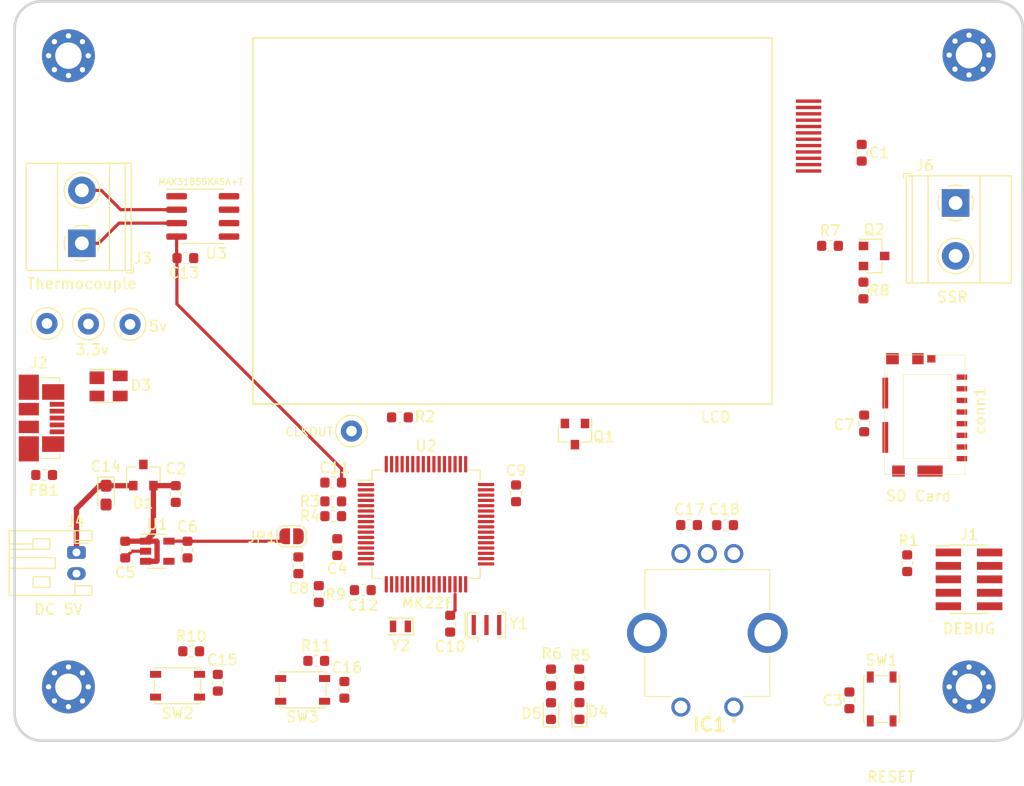
<source format=kicad_pcb>
(kicad_pcb (version 20171130) (host pcbnew 5.1.2-f72e74a~84~ubuntu18.04.1)

  (general
    (thickness 1.6)
    (drawings 20)
    (tracks 39)
    (zones 0)
    (modules 61)
    (nets 54)
  )

  (page A4)
  (layers
    (0 F.Cu signal)
    (31 B.Cu signal)
    (33 F.Adhes user)
    (35 F.Paste user)
    (36 B.SilkS user)
    (37 F.SilkS user)
    (38 B.Mask user)
    (39 F.Mask user)
    (40 Dwgs.User user hide)
    (41 Cmts.User user hide)
    (42 Eco1.User user hide)
    (43 Eco2.User user hide)
    (44 Edge.Cuts user)
    (45 Margin user hide)
    (46 B.CrtYd user hide)
    (47 F.CrtYd user hide)
    (49 F.Fab user hide)
  )

  (setup
    (last_trace_width 0.25)
    (trace_clearance 0.16)
    (zone_clearance 0.508)
    (zone_45_only no)
    (trace_min 0.2)
    (via_size 0.8)
    (via_drill 0.2)
    (via_min_size 0.4)
    (via_min_drill 0.2)
    (uvia_size 0.3)
    (uvia_drill 0.1)
    (uvias_allowed no)
    (uvia_min_size 0.2)
    (uvia_min_drill 0.1)
    (edge_width 0.05)
    (segment_width 0.2)
    (pcb_text_width 0.3)
    (pcb_text_size 1.5 1.5)
    (mod_edge_width 0.12)
    (mod_text_size 1 1)
    (mod_text_width 0.15)
    (pad_size 1.524 1.524)
    (pad_drill 0.762)
    (pad_to_mask_clearance 0.051)
    (solder_mask_min_width 0.25)
    (aux_axis_origin 0 0)
    (visible_elements FFFFFF7F)
    (pcbplotparams
      (layerselection 0x010fc_ffffffff)
      (usegerberextensions false)
      (usegerberattributes false)
      (usegerberadvancedattributes false)
      (creategerberjobfile false)
      (excludeedgelayer true)
      (linewidth 0.100000)
      (plotframeref false)
      (viasonmask false)
      (mode 1)
      (useauxorigin false)
      (hpglpennumber 1)
      (hpglpenspeed 20)
      (hpglpendiameter 15.000000)
      (psnegative false)
      (psa4output false)
      (plotreference true)
      (plotvalue true)
      (plotinvisibletext false)
      (padsonsilk false)
      (subtractmaskfromsilk false)
      (outputformat 1)
      (mirror false)
      (drillshape 1)
      (scaleselection 1)
      (outputdirectory ""))
  )

  (net 0 "")
  (net 1 GND)
  (net 2 VREGIN)
  (net 3 RESET)
  (net 4 +3V3)
  (net 5 "Net-(C8-Pad1)")
  (net 6 VREF_AGND)
  (net 7 VREF_OUT)
  (net 8 LCD_RESET)
  (net 9 LCD_CS)
  (net 10 LCD_MOSI)
  (net 11 LCD_CLK)
  (net 12 LED-)
  (net 13 SD_SW)
  (net 14 SD_CS)
  (net 15 SD_MOSI)
  (net 16 SD_CLK)
  (net 17 SD_MISO)
  (net 18 +5VP)
  (net 19 "Net-(D4-Pad2)")
  (net 20 "Net-(D4-Pad1)")
  (net 21 "Net-(FB1-Pad1)")
  (net 22 UART_TX)
  (net 23 UART_RX)
  (net 24 SWO)
  (net 25 SWD_CLK)
  (net 26 SWD_IO)
  (net 27 "Net-(Q1-Pad2)")
  (net 28 LCD_PWM)
  (net 29 "Net-(R3-Pad1)")
  (net 30 "Net-(R4-Pad2)")
  (net 31 "Net-(TP3-Pad1)")
  (net 32 "Net-(U2-Pad33)")
  (net 33 "Net-(U2-Pad32)")
  (net 34 "Net-(U2-Pad20)")
  (net 35 "Net-(U2-Pad19)")
  (net 36 +5V)
  (net 37 T-)
  (net 38 T+)
  (net 39 TEMP_MISO)
  (net 40 TEMP_CS)
  (net 41 TEMP_SCK)
  (net 42 "Net-(D5-Pad2)")
  (net 43 SSR_PWM)
  (net 44 /D+)
  (net 45 /D-)
  (net 46 "Net-(J6-Pad2)")
  (net 47 "Net-(Q2-Pad2)")
  (net 48 "Net-(Q2-Pad1)")
  (net 49 ENC_B)
  (net 50 ENC_A)
  (net 51 SW)
  (net 52 SWR)
  (net 53 SWL)

  (net_class Default "This is the default net class."
    (clearance 0.16)
    (trace_width 0.25)
    (via_dia 0.8)
    (via_drill 0.2)
    (uvia_dia 0.3)
    (uvia_drill 0.1)
    (add_net /D+)
    (add_net /D-)
    (add_net ENC_A)
    (add_net ENC_B)
    (add_net LCD_CLK)
    (add_net LCD_CS)
    (add_net LCD_MOSI)
    (add_net LCD_PWM)
    (add_net LCD_RESET)
    (add_net "Net-(C8-Pad1)")
    (add_net "Net-(D4-Pad1)")
    (add_net "Net-(D4-Pad2)")
    (add_net "Net-(D5-Pad2)")
    (add_net "Net-(FB1-Pad1)")
    (add_net "Net-(IC1-PadMH1)")
    (add_net "Net-(IC1-PadMH2)")
    (add_net "Net-(J2-Pad4)")
    (add_net "Net-(J6-Pad2)")
    (add_net "Net-(Q1-Pad2)")
    (add_net "Net-(Q2-Pad1)")
    (add_net "Net-(Q2-Pad2)")
    (add_net "Net-(R3-Pad1)")
    (add_net "Net-(R4-Pad2)")
    (add_net "Net-(TP3-Pad1)")
    (add_net "Net-(U1-Pad4)")
    (add_net "Net-(U2-Pad10)")
    (add_net "Net-(U2-Pad11)")
    (add_net "Net-(U2-Pad12)")
    (add_net "Net-(U2-Pad18)")
    (add_net "Net-(U2-Pad19)")
    (add_net "Net-(U2-Pad2)")
    (add_net "Net-(U2-Pad20)")
    (add_net "Net-(U2-Pad26)")
    (add_net "Net-(U2-Pad27)")
    (add_net "Net-(U2-Pad28)")
    (add_net "Net-(U2-Pad29)")
    (add_net "Net-(U2-Pad32)")
    (add_net "Net-(U2-Pad33)")
    (add_net "Net-(U2-Pad35)")
    (add_net "Net-(U2-Pad36)")
    (add_net "Net-(U2-Pad37)")
    (add_net "Net-(U2-Pad38)")
    (add_net "Net-(U2-Pad53)")
    (add_net "Net-(U2-Pad54)")
    (add_net "Net-(U2-Pad56)")
    (add_net "Net-(U2-Pad9)")
    (add_net "Net-(conn1-PadP1)")
    (add_net "Net-(conn1-PadP8)")
    (add_net RESET)
    (add_net SD_CLK)
    (add_net SD_CS)
    (add_net SD_MISO)
    (add_net SD_MOSI)
    (add_net SD_SW)
    (add_net SSR_PWM)
    (add_net SW)
    (add_net SWD_CLK)
    (add_net SWD_IO)
    (add_net SWL)
    (add_net SWO)
    (add_net SWR)
    (add_net TEMP_CS)
    (add_net TEMP_MISO)
    (add_net TEMP_SCK)
    (add_net UART_RX)
    (add_net UART_TX)
  )

  (net_class 5v ""
    (clearance 0.3)
    (trace_width 0.5)
    (via_dia 1.5)
    (via_drill 0.4)
    (uvia_dia 0.3)
    (uvia_drill 0.1)
    (add_net +5V)
    (add_net +5VP)
    (add_net VREGIN)
  )

  (net_class power ""
    (clearance 0.25)
    (trace_width 0.3)
    (via_dia 0.8)
    (via_drill 0.2)
    (uvia_dia 0.3)
    (uvia_drill 0.1)
    (add_net +3V3)
    (add_net GND)
    (add_net LED-)
    (add_net T+)
    (add_net T-)
    (add_net VREF_AGND)
    (add_net VREF_OUT)
  )

  (module Crystal:Crystal_SMD_2012-2Pin_2.0x1.2mm (layer F.Cu) (tedit 5A0FD1B2) (tstamp 5D38B7C2)
    (at 129.159 113.665 180)
    (descr "SMD Crystal 2012/2 http://txccrystal.com/images/pdf/9ht11.pdf, 2.0x1.2mm^2 package")
    (tags "SMD SMT crystal")
    (path /5D3C8AA4)
    (attr smd)
    (fp_text reference Y2 (at 0 -1.8) (layer F.SilkS)
      (effects (font (size 1 1) (thickness 0.15)))
    )
    (fp_text value 32.768Khz (at 0 1.8) (layer F.Fab)
      (effects (font (size 1 1) (thickness 0.15)))
    )
    (fp_circle (center 0 0) (end 0.046667 0) (layer F.Adhes) (width 0.093333))
    (fp_circle (center 0 0) (end 0.106667 0) (layer F.Adhes) (width 0.066667))
    (fp_circle (center 0 0) (end 0.166667 0) (layer F.Adhes) (width 0.066667))
    (fp_circle (center 0 0) (end 0.2 0) (layer F.Adhes) (width 0.1))
    (fp_line (start 1.3 -0.9) (end -1.3 -0.9) (layer F.CrtYd) (width 0.05))
    (fp_line (start 1.3 0.9) (end 1.3 -0.9) (layer F.CrtYd) (width 0.05))
    (fp_line (start -1.3 0.9) (end 1.3 0.9) (layer F.CrtYd) (width 0.05))
    (fp_line (start -1.3 -0.9) (end -1.3 0.9) (layer F.CrtYd) (width 0.05))
    (fp_line (start -1.2 0.8) (end 1.2 0.8) (layer F.SilkS) (width 0.12))
    (fp_line (start -1.2 -0.8) (end -1.2 0.8) (layer F.SilkS) (width 0.12))
    (fp_line (start 1.2 -0.8) (end -1.2 -0.8) (layer F.SilkS) (width 0.12))
    (fp_line (start -1 0.1) (end -0.5 0.6) (layer F.Fab) (width 0.1))
    (fp_line (start 1 -0.6) (end -1 -0.6) (layer F.Fab) (width 0.1))
    (fp_line (start 1 0.6) (end 1 -0.6) (layer F.Fab) (width 0.1))
    (fp_line (start -1 0.6) (end 1 0.6) (layer F.Fab) (width 0.1))
    (fp_line (start -1 -0.6) (end -1 0.6) (layer F.Fab) (width 0.1))
    (fp_text user %R (at 0 0) (layer F.Fab)
      (effects (font (size 0.5 0.5) (thickness 0.075)))
    )
    (pad 2 smd rect (at 0.7 0 180) (size 0.6 1.1) (layers F.Cu F.Paste F.Mask)
      (net 35 "Net-(U2-Pad19)"))
    (pad 1 smd rect (at -0.7 0 180) (size 0.6 1.1) (layers F.Cu F.Paste F.Mask)
      (net 34 "Net-(U2-Pad20)"))
    (model 3D_models/NX3215SA.STEP
      (at (xyz 0 0 0))
      (scale (xyz 0.8 1 1))
      (rotate (xyz 0 0 0))
    )
  )

  (module Button_Switch_SMD:SW_SPST_PTS810 (layer F.Cu) (tedit 5B0610A8) (tstamp 5D3C3067)
    (at 119.91594 119.66448 180)
    (descr "C&K Components, PTS 810 Series, Microminiature SMT Top Actuated, http://www.ckswitches.com/media/1476/pts810.pdf")
    (tags "SPST Button Switch")
    (path /5DB5919F)
    (attr smd)
    (fp_text reference SW3 (at 0.00508 -2.55016) (layer F.SilkS)
      (effects (font (size 1 1) (thickness 0.15)))
    )
    (fp_text value PTS810 (at 0 2.6) (layer F.Fab)
      (effects (font (size 1 1) (thickness 0.15)))
    )
    (fp_arc (start 0.4 0) (end 0.4 -1.1) (angle 180) (layer F.Fab) (width 0.1))
    (fp_line (start 2.1 1.6) (end 2.1 -1.6) (layer F.Fab) (width 0.1))
    (fp_line (start 2.1 -1.6) (end -2.1 -1.6) (layer F.Fab) (width 0.1))
    (fp_line (start -2.1 -1.6) (end -2.1 1.6) (layer F.Fab) (width 0.1))
    (fp_line (start -2.1 1.6) (end 2.1 1.6) (layer F.Fab) (width 0.1))
    (fp_arc (start -0.4 0) (end -0.4 1.1) (angle 180) (layer F.Fab) (width 0.1))
    (fp_line (start -0.4 -1.1) (end 0.4 -1.1) (layer F.Fab) (width 0.1))
    (fp_line (start 0.4 1.1) (end -0.4 1.1) (layer F.Fab) (width 0.1))
    (fp_line (start 2.2 -1.7) (end -2.2 -1.7) (layer F.SilkS) (width 0.12))
    (fp_line (start -2.2 -1.7) (end -2.2 -1.58) (layer F.SilkS) (width 0.12))
    (fp_line (start -2.2 -0.57) (end -2.2 0.57) (layer F.SilkS) (width 0.12))
    (fp_line (start -2.2 1.58) (end -2.2 1.7) (layer F.SilkS) (width 0.12))
    (fp_line (start -2.2 1.7) (end 2.2 1.7) (layer F.SilkS) (width 0.12))
    (fp_line (start 2.2 1.7) (end 2.2 1.58) (layer F.SilkS) (width 0.12))
    (fp_line (start 2.2 0.57) (end 2.2 -0.57) (layer F.SilkS) (width 0.12))
    (fp_line (start 2.2 -1.58) (end 2.2 -1.7) (layer F.SilkS) (width 0.12))
    (fp_text user %R (at 0 0) (layer F.Fab)
      (effects (font (size 0.6 0.6) (thickness 0.09)))
    )
    (fp_line (start 2.85 -1.85) (end 2.85 1.85) (layer F.CrtYd) (width 0.05))
    (fp_line (start 2.85 1.85) (end -2.85 1.85) (layer F.CrtYd) (width 0.05))
    (fp_line (start -2.85 1.85) (end -2.85 -1.85) (layer F.CrtYd) (width 0.05))
    (fp_line (start -2.85 -1.85) (end 2.85 -1.85) (layer F.CrtYd) (width 0.05))
    (pad 2 smd rect (at 2.075 1.075 180) (size 1.05 0.65) (layers F.Cu F.Paste F.Mask)
      (net 53 SWL))
    (pad 2 smd rect (at -2.075 1.075 180) (size 1.05 0.65) (layers F.Cu F.Paste F.Mask)
      (net 53 SWL))
    (pad 1 smd rect (at 2.075 -1.075 180) (size 1.05 0.65) (layers F.Cu F.Paste F.Mask)
      (net 1 GND))
    (pad 1 smd rect (at -2.075 -1.075 180) (size 1.05 0.65) (layers F.Cu F.Paste F.Mask)
      (net 1 GND))
    (model 3D_models/PTS810.step
      (at (xyz 0 0 0))
      (scale (xyz 1 1 1))
      (rotate (xyz 0 0 0))
    )
  )

  (module Button_Switch_SMD:SW_SPST_PTS810 (layer F.Cu) (tedit 5B0610A8) (tstamp 5D3C304A)
    (at 108.09986 119.27078 180)
    (descr "C&K Components, PTS 810 Series, Microminiature SMT Top Actuated, http://www.ckswitches.com/media/1476/pts810.pdf")
    (tags "SPST Button Switch")
    (path /5DB4F28A)
    (attr smd)
    (fp_text reference SW2 (at 0 -2.6) (layer F.SilkS)
      (effects (font (size 1 1) (thickness 0.15)))
    )
    (fp_text value PTS810 (at 0 2.6) (layer F.Fab)
      (effects (font (size 1 1) (thickness 0.15)))
    )
    (fp_arc (start 0.4 0) (end 0.4 -1.1) (angle 180) (layer F.Fab) (width 0.1))
    (fp_line (start 2.1 1.6) (end 2.1 -1.6) (layer F.Fab) (width 0.1))
    (fp_line (start 2.1 -1.6) (end -2.1 -1.6) (layer F.Fab) (width 0.1))
    (fp_line (start -2.1 -1.6) (end -2.1 1.6) (layer F.Fab) (width 0.1))
    (fp_line (start -2.1 1.6) (end 2.1 1.6) (layer F.Fab) (width 0.1))
    (fp_arc (start -0.4 0) (end -0.4 1.1) (angle 180) (layer F.Fab) (width 0.1))
    (fp_line (start -0.4 -1.1) (end 0.4 -1.1) (layer F.Fab) (width 0.1))
    (fp_line (start 0.4 1.1) (end -0.4 1.1) (layer F.Fab) (width 0.1))
    (fp_line (start 2.2 -1.7) (end -2.2 -1.7) (layer F.SilkS) (width 0.12))
    (fp_line (start -2.2 -1.7) (end -2.2 -1.58) (layer F.SilkS) (width 0.12))
    (fp_line (start -2.2 -0.57) (end -2.2 0.57) (layer F.SilkS) (width 0.12))
    (fp_line (start -2.2 1.58) (end -2.2 1.7) (layer F.SilkS) (width 0.12))
    (fp_line (start -2.2 1.7) (end 2.2 1.7) (layer F.SilkS) (width 0.12))
    (fp_line (start 2.2 1.7) (end 2.2 1.58) (layer F.SilkS) (width 0.12))
    (fp_line (start 2.2 0.57) (end 2.2 -0.57) (layer F.SilkS) (width 0.12))
    (fp_line (start 2.2 -1.58) (end 2.2 -1.7) (layer F.SilkS) (width 0.12))
    (fp_text user %R (at 0 0) (layer F.Fab)
      (effects (font (size 0.6 0.6) (thickness 0.09)))
    )
    (fp_line (start 2.85 -1.85) (end 2.85 1.85) (layer F.CrtYd) (width 0.05))
    (fp_line (start 2.85 1.85) (end -2.85 1.85) (layer F.CrtYd) (width 0.05))
    (fp_line (start -2.85 1.85) (end -2.85 -1.85) (layer F.CrtYd) (width 0.05))
    (fp_line (start -2.85 -1.85) (end 2.85 -1.85) (layer F.CrtYd) (width 0.05))
    (pad 2 smd rect (at 2.075 1.075 180) (size 1.05 0.65) (layers F.Cu F.Paste F.Mask)
      (net 52 SWR))
    (pad 2 smd rect (at -2.075 1.075 180) (size 1.05 0.65) (layers F.Cu F.Paste F.Mask)
      (net 52 SWR))
    (pad 1 smd rect (at 2.075 -1.075 180) (size 1.05 0.65) (layers F.Cu F.Paste F.Mask)
      (net 1 GND))
    (pad 1 smd rect (at -2.075 -1.075 180) (size 1.05 0.65) (layers F.Cu F.Paste F.Mask)
      (net 1 GND))
    (model 3D_models/PTS810.step
      (at (xyz 0 0 0))
      (scale (xyz 1 1 1))
      (rotate (xyz 0 0 0))
    )
  )

  (module Resistor_SMD:R_0603_1608Metric (layer F.Cu) (tedit 5B301BBD) (tstamp 5D3C2FF5)
    (at 121.20372 116.92128)
    (descr "Resistor SMD 0603 (1608 Metric), square (rectangular) end terminal, IPC_7351 nominal, (Body size source: http://www.tortai-tech.com/upload/download/2011102023233369053.pdf), generated with kicad-footprint-generator")
    (tags resistor)
    (path /5DB591A5)
    (attr smd)
    (fp_text reference R11 (at 0 -1.43) (layer F.SilkS)
      (effects (font (size 1 1) (thickness 0.15)))
    )
    (fp_text value 10k (at 0 1.43) (layer F.Fab)
      (effects (font (size 1 1) (thickness 0.15)))
    )
    (fp_text user %R (at 0 0) (layer F.Fab)
      (effects (font (size 0.4 0.4) (thickness 0.06)))
    )
    (fp_line (start 1.48 0.73) (end -1.48 0.73) (layer F.CrtYd) (width 0.05))
    (fp_line (start 1.48 -0.73) (end 1.48 0.73) (layer F.CrtYd) (width 0.05))
    (fp_line (start -1.48 -0.73) (end 1.48 -0.73) (layer F.CrtYd) (width 0.05))
    (fp_line (start -1.48 0.73) (end -1.48 -0.73) (layer F.CrtYd) (width 0.05))
    (fp_line (start -0.162779 0.51) (end 0.162779 0.51) (layer F.SilkS) (width 0.12))
    (fp_line (start -0.162779 -0.51) (end 0.162779 -0.51) (layer F.SilkS) (width 0.12))
    (fp_line (start 0.8 0.4) (end -0.8 0.4) (layer F.Fab) (width 0.1))
    (fp_line (start 0.8 -0.4) (end 0.8 0.4) (layer F.Fab) (width 0.1))
    (fp_line (start -0.8 -0.4) (end 0.8 -0.4) (layer F.Fab) (width 0.1))
    (fp_line (start -0.8 0.4) (end -0.8 -0.4) (layer F.Fab) (width 0.1))
    (pad 2 smd roundrect (at 0.7875 0) (size 0.875 0.95) (layers F.Cu F.Paste F.Mask) (roundrect_rratio 0.25)
      (net 53 SWL))
    (pad 1 smd roundrect (at -0.7875 0) (size 0.875 0.95) (layers F.Cu F.Paste F.Mask) (roundrect_rratio 0.25)
      (net 4 +3V3))
    (model ${KISYS3DMOD}/Resistor_SMD.3dshapes/R_0603_1608Metric.wrl
      (at (xyz 0 0 0))
      (scale (xyz 1 1 1))
      (rotate (xyz 0 0 0))
    )
  )

  (module Resistor_SMD:R_0603_1608Metric (layer F.Cu) (tedit 5B301BBD) (tstamp 5D3C2FE4)
    (at 109.38764 116.01704)
    (descr "Resistor SMD 0603 (1608 Metric), square (rectangular) end terminal, IPC_7351 nominal, (Body size source: http://www.tortai-tech.com/upload/download/2011102023233369053.pdf), generated with kicad-footprint-generator")
    (tags resistor)
    (path /5DB4F290)
    (attr smd)
    (fp_text reference R10 (at 0 -1.43) (layer F.SilkS)
      (effects (font (size 1 1) (thickness 0.15)))
    )
    (fp_text value 10k (at 0 1.43) (layer F.Fab)
      (effects (font (size 1 1) (thickness 0.15)))
    )
    (fp_text user %R (at 0 0) (layer F.Fab)
      (effects (font (size 0.4 0.4) (thickness 0.06)))
    )
    (fp_line (start 1.48 0.73) (end -1.48 0.73) (layer F.CrtYd) (width 0.05))
    (fp_line (start 1.48 -0.73) (end 1.48 0.73) (layer F.CrtYd) (width 0.05))
    (fp_line (start -1.48 -0.73) (end 1.48 -0.73) (layer F.CrtYd) (width 0.05))
    (fp_line (start -1.48 0.73) (end -1.48 -0.73) (layer F.CrtYd) (width 0.05))
    (fp_line (start -0.162779 0.51) (end 0.162779 0.51) (layer F.SilkS) (width 0.12))
    (fp_line (start -0.162779 -0.51) (end 0.162779 -0.51) (layer F.SilkS) (width 0.12))
    (fp_line (start 0.8 0.4) (end -0.8 0.4) (layer F.Fab) (width 0.1))
    (fp_line (start 0.8 -0.4) (end 0.8 0.4) (layer F.Fab) (width 0.1))
    (fp_line (start -0.8 -0.4) (end 0.8 -0.4) (layer F.Fab) (width 0.1))
    (fp_line (start -0.8 0.4) (end -0.8 -0.4) (layer F.Fab) (width 0.1))
    (pad 2 smd roundrect (at 0.7875 0) (size 0.875 0.95) (layers F.Cu F.Paste F.Mask) (roundrect_rratio 0.25)
      (net 52 SWR))
    (pad 1 smd roundrect (at -0.7875 0) (size 0.875 0.95) (layers F.Cu F.Paste F.Mask) (roundrect_rratio 0.25)
      (net 4 +3V3))
    (model ${KISYS3DMOD}/Resistor_SMD.3dshapes/R_0603_1608Metric.wrl
      (at (xyz 0 0 0))
      (scale (xyz 1 1 1))
      (rotate (xyz 0 0 0))
    )
  )

  (module Capacitor_SMD:C_0603_1608Metric (layer F.Cu) (tedit 5B301BBE) (tstamp 5D3C2ABF)
    (at 159.83204 104.09682 180)
    (descr "Capacitor SMD 0603 (1608 Metric), square (rectangular) end terminal, IPC_7351 nominal, (Body size source: http://www.tortai-tech.com/upload/download/2011102023233369053.pdf), generated with kicad-footprint-generator")
    (tags capacitor)
    (path /5DA51BB1)
    (attr smd)
    (fp_text reference C18 (at 0.06604 1.48082) (layer F.SilkS)
      (effects (font (size 1 1) (thickness 0.15)))
    )
    (fp_text value 100nF (at 0 1.43) (layer F.Fab)
      (effects (font (size 1 1) (thickness 0.15)))
    )
    (fp_text user %R (at 0 0) (layer F.Fab)
      (effects (font (size 0.4 0.4) (thickness 0.06)))
    )
    (fp_line (start 1.48 0.73) (end -1.48 0.73) (layer F.CrtYd) (width 0.05))
    (fp_line (start 1.48 -0.73) (end 1.48 0.73) (layer F.CrtYd) (width 0.05))
    (fp_line (start -1.48 -0.73) (end 1.48 -0.73) (layer F.CrtYd) (width 0.05))
    (fp_line (start -1.48 0.73) (end -1.48 -0.73) (layer F.CrtYd) (width 0.05))
    (fp_line (start -0.162779 0.51) (end 0.162779 0.51) (layer F.SilkS) (width 0.12))
    (fp_line (start -0.162779 -0.51) (end 0.162779 -0.51) (layer F.SilkS) (width 0.12))
    (fp_line (start 0.8 0.4) (end -0.8 0.4) (layer F.Fab) (width 0.1))
    (fp_line (start 0.8 -0.4) (end 0.8 0.4) (layer F.Fab) (width 0.1))
    (fp_line (start -0.8 -0.4) (end 0.8 -0.4) (layer F.Fab) (width 0.1))
    (fp_line (start -0.8 0.4) (end -0.8 -0.4) (layer F.Fab) (width 0.1))
    (pad 2 smd roundrect (at 0.7875 0 180) (size 0.875 0.95) (layers F.Cu F.Paste F.Mask) (roundrect_rratio 0.25)
      (net 1 GND))
    (pad 1 smd roundrect (at -0.7875 0 180) (size 0.875 0.95) (layers F.Cu F.Paste F.Mask) (roundrect_rratio 0.25)
      (net 50 ENC_A))
    (model ${KISYS3DMOD}/Capacitor_SMD.3dshapes/C_0603_1608Metric.wrl
      (at (xyz 0 0 0))
      (scale (xyz 1 1 1))
      (rotate (xyz 0 0 0))
    )
  )

  (module Capacitor_SMD:C_0603_1608Metric (layer F.Cu) (tedit 5B301BBE) (tstamp 5D3C2AAE)
    (at 156.42844 104.09174 180)
    (descr "Capacitor SMD 0603 (1608 Metric), square (rectangular) end terminal, IPC_7351 nominal, (Body size source: http://www.tortai-tech.com/upload/download/2011102023233369053.pdf), generated with kicad-footprint-generator")
    (tags capacitor)
    (path /5DA522B9)
    (attr smd)
    (fp_text reference C17 (at -0.03556 1.47574) (layer F.SilkS)
      (effects (font (size 1 1) (thickness 0.15)))
    )
    (fp_text value 100nF (at 0 1.43) (layer F.Fab)
      (effects (font (size 1 1) (thickness 0.15)))
    )
    (fp_text user %R (at 0 0) (layer F.Fab)
      (effects (font (size 0.4 0.4) (thickness 0.06)))
    )
    (fp_line (start 1.48 0.73) (end -1.48 0.73) (layer F.CrtYd) (width 0.05))
    (fp_line (start 1.48 -0.73) (end 1.48 0.73) (layer F.CrtYd) (width 0.05))
    (fp_line (start -1.48 -0.73) (end 1.48 -0.73) (layer F.CrtYd) (width 0.05))
    (fp_line (start -1.48 0.73) (end -1.48 -0.73) (layer F.CrtYd) (width 0.05))
    (fp_line (start -0.162779 0.51) (end 0.162779 0.51) (layer F.SilkS) (width 0.12))
    (fp_line (start -0.162779 -0.51) (end 0.162779 -0.51) (layer F.SilkS) (width 0.12))
    (fp_line (start 0.8 0.4) (end -0.8 0.4) (layer F.Fab) (width 0.1))
    (fp_line (start 0.8 -0.4) (end 0.8 0.4) (layer F.Fab) (width 0.1))
    (fp_line (start -0.8 -0.4) (end 0.8 -0.4) (layer F.Fab) (width 0.1))
    (fp_line (start -0.8 0.4) (end -0.8 -0.4) (layer F.Fab) (width 0.1))
    (pad 2 smd roundrect (at 0.7875 0 180) (size 0.875 0.95) (layers F.Cu F.Paste F.Mask) (roundrect_rratio 0.25)
      (net 49 ENC_B))
    (pad 1 smd roundrect (at -0.7875 0 180) (size 0.875 0.95) (layers F.Cu F.Paste F.Mask) (roundrect_rratio 0.25)
      (net 1 GND))
    (model ${KISYS3DMOD}/Capacitor_SMD.3dshapes/C_0603_1608Metric.wrl
      (at (xyz 0 0 0))
      (scale (xyz 1 1 1))
      (rotate (xyz 0 0 0))
    )
  )

  (module Capacitor_SMD:C_0603_1608Metric (layer F.Cu) (tedit 5B301BBE) (tstamp 5D3C2A9D)
    (at 123.8631 119.6594 270)
    (descr "Capacitor SMD 0603 (1608 Metric), square (rectangular) end terminal, IPC_7351 nominal, (Body size source: http://www.tortai-tech.com/upload/download/2011102023233369053.pdf), generated with kicad-footprint-generator")
    (tags capacitor)
    (path /5DB591B1)
    (attr smd)
    (fp_text reference C16 (at -2.10058 -0.23368 180) (layer F.SilkS)
      (effects (font (size 1 1) (thickness 0.15)))
    )
    (fp_text value 100nF (at 0 1.43 90) (layer F.Fab)
      (effects (font (size 1 1) (thickness 0.15)))
    )
    (fp_text user %R (at 0 0 90) (layer F.Fab)
      (effects (font (size 0.4 0.4) (thickness 0.06)))
    )
    (fp_line (start 1.48 0.73) (end -1.48 0.73) (layer F.CrtYd) (width 0.05))
    (fp_line (start 1.48 -0.73) (end 1.48 0.73) (layer F.CrtYd) (width 0.05))
    (fp_line (start -1.48 -0.73) (end 1.48 -0.73) (layer F.CrtYd) (width 0.05))
    (fp_line (start -1.48 0.73) (end -1.48 -0.73) (layer F.CrtYd) (width 0.05))
    (fp_line (start -0.162779 0.51) (end 0.162779 0.51) (layer F.SilkS) (width 0.12))
    (fp_line (start -0.162779 -0.51) (end 0.162779 -0.51) (layer F.SilkS) (width 0.12))
    (fp_line (start 0.8 0.4) (end -0.8 0.4) (layer F.Fab) (width 0.1))
    (fp_line (start 0.8 -0.4) (end 0.8 0.4) (layer F.Fab) (width 0.1))
    (fp_line (start -0.8 -0.4) (end 0.8 -0.4) (layer F.Fab) (width 0.1))
    (fp_line (start -0.8 0.4) (end -0.8 -0.4) (layer F.Fab) (width 0.1))
    (pad 2 smd roundrect (at 0.7875 0 270) (size 0.875 0.95) (layers F.Cu F.Paste F.Mask) (roundrect_rratio 0.25)
      (net 1 GND))
    (pad 1 smd roundrect (at -0.7875 0 270) (size 0.875 0.95) (layers F.Cu F.Paste F.Mask) (roundrect_rratio 0.25)
      (net 53 SWL))
    (model ${KISYS3DMOD}/Capacitor_SMD.3dshapes/C_0603_1608Metric.wrl
      (at (xyz 0 0 0))
      (scale (xyz 1 1 1))
      (rotate (xyz 0 0 0))
    )
  )

  (module Capacitor_SMD:C_0603_1608Metric (layer F.Cu) (tedit 5B301BBE) (tstamp 5D3C2A8C)
    (at 111.90478 118.98884 270)
    (descr "Capacitor SMD 0603 (1608 Metric), square (rectangular) end terminal, IPC_7351 nominal, (Body size source: http://www.tortai-tech.com/upload/download/2011102023233369053.pdf), generated with kicad-footprint-generator")
    (tags capacitor)
    (path /5DB4F29C)
    (attr smd)
    (fp_text reference C15 (at -2.15392 -0.41656 180) (layer F.SilkS)
      (effects (font (size 1 1) (thickness 0.15)))
    )
    (fp_text value 100nF (at 0 1.43 90) (layer F.Fab)
      (effects (font (size 1 1) (thickness 0.15)))
    )
    (fp_text user %R (at 0 0 90) (layer F.Fab)
      (effects (font (size 0.4 0.4) (thickness 0.06)))
    )
    (fp_line (start 1.48 0.73) (end -1.48 0.73) (layer F.CrtYd) (width 0.05))
    (fp_line (start 1.48 -0.73) (end 1.48 0.73) (layer F.CrtYd) (width 0.05))
    (fp_line (start -1.48 -0.73) (end 1.48 -0.73) (layer F.CrtYd) (width 0.05))
    (fp_line (start -1.48 0.73) (end -1.48 -0.73) (layer F.CrtYd) (width 0.05))
    (fp_line (start -0.162779 0.51) (end 0.162779 0.51) (layer F.SilkS) (width 0.12))
    (fp_line (start -0.162779 -0.51) (end 0.162779 -0.51) (layer F.SilkS) (width 0.12))
    (fp_line (start 0.8 0.4) (end -0.8 0.4) (layer F.Fab) (width 0.1))
    (fp_line (start 0.8 -0.4) (end 0.8 0.4) (layer F.Fab) (width 0.1))
    (fp_line (start -0.8 -0.4) (end 0.8 -0.4) (layer F.Fab) (width 0.1))
    (fp_line (start -0.8 0.4) (end -0.8 -0.4) (layer F.Fab) (width 0.1))
    (pad 2 smd roundrect (at 0.7875 0 270) (size 0.875 0.95) (layers F.Cu F.Paste F.Mask) (roundrect_rratio 0.25)
      (net 1 GND))
    (pad 1 smd roundrect (at -0.7875 0 270) (size 0.875 0.95) (layers F.Cu F.Paste F.Mask) (roundrect_rratio 0.25)
      (net 52 SWR))
    (model ${KISYS3DMOD}/Capacitor_SMD.3dshapes/C_0603_1608Metric.wrl
      (at (xyz 0 0 0))
      (scale (xyz 1 1 1))
      (rotate (xyz 0 0 0))
    )
  )

  (module Resistor_SMD:R_0603_1608Metric (layer F.Cu) (tedit 5B301BBD) (tstamp 5D3BC970)
    (at 121.44502 110.60684 270)
    (descr "Resistor SMD 0603 (1608 Metric), square (rectangular) end terminal, IPC_7351 nominal, (Body size source: http://www.tortai-tech.com/upload/download/2011102023233369053.pdf), generated with kicad-footprint-generator")
    (tags resistor)
    (path /5D97586D)
    (attr smd)
    (fp_text reference R9 (at 0.04318 -1.58242 180) (layer F.SilkS)
      (effects (font (size 1 1) (thickness 0.15)))
    )
    (fp_text value 10k (at 0 1.43 90) (layer F.Fab)
      (effects (font (size 1 1) (thickness 0.15)))
    )
    (fp_text user %R (at 0 0 90) (layer F.Fab)
      (effects (font (size 0.4 0.4) (thickness 0.06)))
    )
    (fp_line (start 1.48 0.73) (end -1.48 0.73) (layer F.CrtYd) (width 0.05))
    (fp_line (start 1.48 -0.73) (end 1.48 0.73) (layer F.CrtYd) (width 0.05))
    (fp_line (start -1.48 -0.73) (end 1.48 -0.73) (layer F.CrtYd) (width 0.05))
    (fp_line (start -1.48 0.73) (end -1.48 -0.73) (layer F.CrtYd) (width 0.05))
    (fp_line (start -0.162779 0.51) (end 0.162779 0.51) (layer F.SilkS) (width 0.12))
    (fp_line (start -0.162779 -0.51) (end 0.162779 -0.51) (layer F.SilkS) (width 0.12))
    (fp_line (start 0.8 0.4) (end -0.8 0.4) (layer F.Fab) (width 0.1))
    (fp_line (start 0.8 -0.4) (end 0.8 0.4) (layer F.Fab) (width 0.1))
    (fp_line (start -0.8 -0.4) (end 0.8 -0.4) (layer F.Fab) (width 0.1))
    (fp_line (start -0.8 0.4) (end -0.8 -0.4) (layer F.Fab) (width 0.1))
    (pad 2 smd roundrect (at 0.7875 0 270) (size 0.875 0.95) (layers F.Cu F.Paste F.Mask) (roundrect_rratio 0.25)
      (net 51 SW))
    (pad 1 smd roundrect (at -0.7875 0 270) (size 0.875 0.95) (layers F.Cu F.Paste F.Mask) (roundrect_rratio 0.25)
      (net 4 +3V3))
    (model ${KISYS3DMOD}/Resistor_SMD.3dshapes/R_0603_1608Metric.wrl
      (at (xyz 0 0 0))
      (scale (xyz 1 1 1))
      (rotate (xyz 0 0 0))
    )
  )

  (module Rotary_encoders:PEC11L4115FS0020 (layer F.Cu) (tedit 0) (tstamp 5D3BC62F)
    (at 160.655 121.285 180)
    (descr PEC11L-4115F-S0020)
    (tags "Integrated Circuit")
    (path /5D954B3E)
    (fp_text reference IC1 (at 2.286 -1.651) (layer F.SilkS)
      (effects (font (size 1.27 1.27) (thickness 0.254)))
    )
    (fp_text value PEC11L-4115F-S0020 (at 2.5 7.45) (layer F.SilkS) hide
      (effects (font (size 1.27 1.27) (thickness 0.254)))
    )
    (fp_arc (start 0 -1.3) (end 0.1 -1.3) (angle -180) (layer F.SilkS) (width 0.2))
    (fp_arc (start 0 -1.3) (end -0.1 -1.3) (angle -180) (layer F.SilkS) (width 0.2))
    (fp_line (start 8.4 1) (end 8.4 4.8) (layer F.SilkS) (width 0.1))
    (fp_line (start 5.9 1) (end 8.4 1) (layer F.SilkS) (width 0.1))
    (fp_line (start -3.4 1) (end -0.9 1) (layer F.SilkS) (width 0.1))
    (fp_line (start -3.4 4.8) (end -3.4 1) (layer F.SilkS) (width 0.1))
    (fp_line (start 0.1 -1.3) (end 0.1 -1.3) (layer F.SilkS) (width 0.2))
    (fp_line (start -0.1 -1.3) (end -0.1 -1.3) (layer F.SilkS) (width 0.2))
    (fp_line (start 8.4 13) (end 8.4 9.2) (layer F.SilkS) (width 0.1))
    (fp_line (start -3.4 13) (end 8.4 13) (layer F.SilkS) (width 0.1))
    (fp_line (start -3.4 9.2) (end -3.4 13) (layer F.SilkS) (width 0.1))
    (fp_line (start -6.5 16.875) (end -6.5 -1.975) (layer F.CrtYd) (width 0.1))
    (fp_line (start 11.5 16.875) (end -6.5 16.875) (layer F.CrtYd) (width 0.1))
    (fp_line (start 11.5 -1.975) (end 11.5 16.875) (layer F.CrtYd) (width 0.1))
    (fp_line (start -6.5 -1.975) (end 11.5 -1.975) (layer F.CrtYd) (width 0.1))
    (fp_line (start -3.4 13) (end -3.4 1) (layer F.Fab) (width 0.2))
    (fp_line (start 8.4 13) (end -3.4 13) (layer F.Fab) (width 0.2))
    (fp_line (start 8.4 1) (end 8.4 13) (layer F.Fab) (width 0.2))
    (fp_line (start -3.4 1) (end 8.4 1) (layer F.Fab) (width 0.2))
    (fp_text user %R (at 2.5 7.45) (layer F.Fab)
      (effects (font (size 1.27 1.27) (thickness 0.254)))
    )
    (pad MH2 thru_hole circle (at 8.2 7 180) (size 3.786 3.786) (drill 2.5239) (layers *.Cu *.Mask))
    (pad MH1 thru_hole circle (at -3.2 7 180) (size 3.786 3.786) (drill 2.5239) (layers *.Cu *.Mask))
    (pad C1 thru_hole circle (at 2.5 14.5 180) (size 1.8 1.8) (drill 1.2) (layers *.Cu *.Mask)
      (net 1 GND))
    (pad B1 thru_hole circle (at 5 14.5 180) (size 1.8 1.8) (drill 1.2) (layers *.Cu *.Mask)
      (net 49 ENC_B))
    (pad A1 thru_hole circle (at 0 14.5 180) (size 1.8 1.8) (drill 1.2) (layers *.Cu *.Mask)
      (net 50 ENC_A))
    (pad 2 thru_hole circle (at 5 0 180) (size 1.8 1.8) (drill 1.2) (layers *.Cu *.Mask)
      (net 1 GND))
    (pad 1 thru_hole circle (at 0 0 180) (size 1.8 1.8) (drill 1.2) (layers *.Cu *.Mask)
      (net 51 SW))
    (model 3D_models/PEC11.step
      (offset (xyz 2.5 -7 6.5))
      (scale (xyz 1 1 1))
      (rotate (xyz -90 0 0))
    )
  )

  (module LCDs:Nokia1616_LCD_unfolded (layer F.Cu) (tedit 5D39A584) (tstamp 5D39D551)
    (at 160.02 71.12 270)
    (path /5D56C78C)
    (fp_text reference CON1 (at -2.36508 1.13538 90) (layer F.SilkS) hide
      (effects (font (size 1 1) (thickness 0.15)))
    )
    (fp_text value Nokia1616_LCD (at 0 -4.826 90) (layer F.Fab)
      (effects (font (size 1 1) (thickness 0.15)))
    )
    (fp_line (start -13.0556 -4.2672) (end 21.5392 -4.2672) (layer F.SilkS) (width 0.15))
    (fp_line (start -13.0556 -4.2672) (end -13.0556 44.8056) (layer F.SilkS) (width 0.15))
    (fp_line (start 21.5392 -4.2672) (end 21.5392 44.8056) (layer F.SilkS) (width 0.15))
    (fp_line (start -13.0556 44.8056) (end 21.5392 44.8056) (layer F.SilkS) (width 0.15))
    (pad 12 smd rect (at -0.48148 -7.70142 270) (size 0.319989 2.399995) (layers F.Cu F.Paste F.Mask))
    (pad 11 smd rect (at -1.08148 -7.70142 270) (size 0.319989 2.399995) (layers F.Cu F.Paste F.Mask)
      (net 2 VREGIN))
    (pad 10 smd rect (at -1.68148 -7.70142 270) (size 0.319989 2.399995) (layers F.Cu F.Paste F.Mask)
      (net 12 LED-))
    (pad 9 smd rect (at -2.28148 -7.70142 270) (size 0.319989 2.399995) (layers F.Cu F.Paste F.Mask)
      (net 1 GND))
    (pad 8 smd rect (at -2.88148 -7.70142 270) (size 0.319989 2.399995) (layers F.Cu F.Paste F.Mask)
      (net 4 +3V3))
    (pad 7 smd rect (at -3.48148 -7.70142 270) (size 0.319989 2.399995) (layers F.Cu F.Paste F.Mask)
      (net 4 +3V3))
    (pad 6 smd rect (at -4.08148 -7.70142 270) (size 0.319989 2.399995) (layers F.Cu F.Paste F.Mask)
      (net 11 LCD_CLK))
    (pad 5 smd rect (at -4.68148 -7.70142 270) (size 0.319989 2.399995) (layers F.Cu F.Paste F.Mask)
      (net 10 LCD_MOSI))
    (pad 4 smd rect (at -5.28148 -7.70142 270) (size 0.319989 2.399995) (layers F.Cu F.Paste F.Mask)
      (net 1 GND))
    (pad 3 smd rect (at -5.88148 -7.70142 270) (size 0.319989 2.399995) (layers F.Cu F.Paste F.Mask)
      (net 9 LCD_CS))
    (pad 2 smd rect (at -6.48148 -7.70142 270) (size 0.319989 2.399995) (layers F.Cu F.Paste F.Mask)
      (net 8 LCD_RESET))
    (pad 1 smd rect (at -7.08148 -7.70142 270) (size 0.319989 2.399995) (layers F.Cu F.Paste F.Mask))
  )

  (module Resistor_SMD:R_0603_1608Metric (layer F.Cu) (tedit 5B301BBD) (tstamp 5D3A6360)
    (at 172.90288 81.9277 270)
    (descr "Resistor SMD 0603 (1608 Metric), square (rectangular) end terminal, IPC_7351 nominal, (Body size source: http://www.tortai-tech.com/upload/download/2011102023233369053.pdf), generated with kicad-footprint-generator")
    (tags resistor)
    (path /5D5FFDDE)
    (attr smd)
    (fp_text reference R8 (at 0.0127 -1.49606 180) (layer F.SilkS)
      (effects (font (size 1 1) (thickness 0.15)))
    )
    (fp_text value 10K (at 0 1.43 90) (layer F.Fab)
      (effects (font (size 1 1) (thickness 0.15)))
    )
    (fp_text user %R (at 0 0 90) (layer F.Fab)
      (effects (font (size 0.4 0.4) (thickness 0.06)))
    )
    (fp_line (start 1.48 0.73) (end -1.48 0.73) (layer F.CrtYd) (width 0.05))
    (fp_line (start 1.48 -0.73) (end 1.48 0.73) (layer F.CrtYd) (width 0.05))
    (fp_line (start -1.48 -0.73) (end 1.48 -0.73) (layer F.CrtYd) (width 0.05))
    (fp_line (start -1.48 0.73) (end -1.48 -0.73) (layer F.CrtYd) (width 0.05))
    (fp_line (start -0.162779 0.51) (end 0.162779 0.51) (layer F.SilkS) (width 0.12))
    (fp_line (start -0.162779 -0.51) (end 0.162779 -0.51) (layer F.SilkS) (width 0.12))
    (fp_line (start 0.8 0.4) (end -0.8 0.4) (layer F.Fab) (width 0.1))
    (fp_line (start 0.8 -0.4) (end 0.8 0.4) (layer F.Fab) (width 0.1))
    (fp_line (start -0.8 -0.4) (end 0.8 -0.4) (layer F.Fab) (width 0.1))
    (fp_line (start -0.8 0.4) (end -0.8 -0.4) (layer F.Fab) (width 0.1))
    (pad 2 smd roundrect (at 0.7875 0 270) (size 0.875 0.95) (layers F.Cu F.Paste F.Mask) (roundrect_rratio 0.25)
      (net 1 GND))
    (pad 1 smd roundrect (at -0.7875 0 270) (size 0.875 0.95) (layers F.Cu F.Paste F.Mask) (roundrect_rratio 0.25)
      (net 47 "Net-(Q2-Pad2)"))
    (model ${KISYS3DMOD}/Resistor_SMD.3dshapes/R_0603_1608Metric.wrl
      (at (xyz 0 0 0))
      (scale (xyz 1 1 1))
      (rotate (xyz 0 0 0))
    )
  )

  (module Resistor_SMD:R_0603_1608Metric (layer F.Cu) (tedit 5B301BBD) (tstamp 5D3A634F)
    (at 169.74566 77.7113)
    (descr "Resistor SMD 0603 (1608 Metric), square (rectangular) end terminal, IPC_7351 nominal, (Body size source: http://www.tortai-tech.com/upload/download/2011102023233369053.pdf), generated with kicad-footprint-generator")
    (tags resistor)
    (path /5D600C20)
    (attr smd)
    (fp_text reference R7 (at 0 -1.43) (layer F.SilkS)
      (effects (font (size 1 1) (thickness 0.15)))
    )
    (fp_text value 100 (at 0 1.43) (layer F.Fab)
      (effects (font (size 1 1) (thickness 0.15)))
    )
    (fp_text user %R (at 0 0) (layer F.Fab)
      (effects (font (size 0.4 0.4) (thickness 0.06)))
    )
    (fp_line (start 1.48 0.73) (end -1.48 0.73) (layer F.CrtYd) (width 0.05))
    (fp_line (start 1.48 -0.73) (end 1.48 0.73) (layer F.CrtYd) (width 0.05))
    (fp_line (start -1.48 -0.73) (end 1.48 -0.73) (layer F.CrtYd) (width 0.05))
    (fp_line (start -1.48 0.73) (end -1.48 -0.73) (layer F.CrtYd) (width 0.05))
    (fp_line (start -0.162779 0.51) (end 0.162779 0.51) (layer F.SilkS) (width 0.12))
    (fp_line (start -0.162779 -0.51) (end 0.162779 -0.51) (layer F.SilkS) (width 0.12))
    (fp_line (start 0.8 0.4) (end -0.8 0.4) (layer F.Fab) (width 0.1))
    (fp_line (start 0.8 -0.4) (end 0.8 0.4) (layer F.Fab) (width 0.1))
    (fp_line (start -0.8 -0.4) (end 0.8 -0.4) (layer F.Fab) (width 0.1))
    (fp_line (start -0.8 0.4) (end -0.8 -0.4) (layer F.Fab) (width 0.1))
    (pad 2 smd roundrect (at 0.7875 0) (size 0.875 0.95) (layers F.Cu F.Paste F.Mask) (roundrect_rratio 0.25)
      (net 48 "Net-(Q2-Pad1)"))
    (pad 1 smd roundrect (at -0.7875 0) (size 0.875 0.95) (layers F.Cu F.Paste F.Mask) (roundrect_rratio 0.25)
      (net 43 SSR_PWM))
    (model ${KISYS3DMOD}/Resistor_SMD.3dshapes/R_0603_1608Metric.wrl
      (at (xyz 0 0 0))
      (scale (xyz 1 1 1))
      (rotate (xyz 0 0 0))
    )
  )

  (module Package_TO_SOT_SMD:SOT-23 (layer F.Cu) (tedit 5A02FF57) (tstamp 5D3A627E)
    (at 173.90872 78.66888)
    (descr "SOT-23, Standard")
    (tags SOT-23)
    (path /5D5FDBEA)
    (attr smd)
    (fp_text reference Q2 (at 0 -2.5) (layer F.SilkS)
      (effects (font (size 1 1) (thickness 0.15)))
    )
    (fp_text value BSS138 (at 0 2.5) (layer F.Fab)
      (effects (font (size 1 1) (thickness 0.15)))
    )
    (fp_line (start 0.76 1.58) (end -0.7 1.58) (layer F.SilkS) (width 0.12))
    (fp_line (start 0.76 -1.58) (end -1.4 -1.58) (layer F.SilkS) (width 0.12))
    (fp_line (start -1.7 1.75) (end -1.7 -1.75) (layer F.CrtYd) (width 0.05))
    (fp_line (start 1.7 1.75) (end -1.7 1.75) (layer F.CrtYd) (width 0.05))
    (fp_line (start 1.7 -1.75) (end 1.7 1.75) (layer F.CrtYd) (width 0.05))
    (fp_line (start -1.7 -1.75) (end 1.7 -1.75) (layer F.CrtYd) (width 0.05))
    (fp_line (start 0.76 -1.58) (end 0.76 -0.65) (layer F.SilkS) (width 0.12))
    (fp_line (start 0.76 1.58) (end 0.76 0.65) (layer F.SilkS) (width 0.12))
    (fp_line (start -0.7 1.52) (end 0.7 1.52) (layer F.Fab) (width 0.1))
    (fp_line (start 0.7 -1.52) (end 0.7 1.52) (layer F.Fab) (width 0.1))
    (fp_line (start -0.7 -0.95) (end -0.15 -1.52) (layer F.Fab) (width 0.1))
    (fp_line (start -0.15 -1.52) (end 0.7 -1.52) (layer F.Fab) (width 0.1))
    (fp_line (start -0.7 -0.95) (end -0.7 1.5) (layer F.Fab) (width 0.1))
    (fp_text user %R (at 0 0 90) (layer F.Fab)
      (effects (font (size 0.5 0.5) (thickness 0.075)))
    )
    (pad 3 smd rect (at 1 0) (size 0.9 0.8) (layers F.Cu F.Paste F.Mask)
      (net 46 "Net-(J6-Pad2)"))
    (pad 2 smd rect (at -1 0.95) (size 0.9 0.8) (layers F.Cu F.Paste F.Mask)
      (net 47 "Net-(Q2-Pad2)"))
    (pad 1 smd rect (at -1 -0.95) (size 0.9 0.8) (layers F.Cu F.Paste F.Mask)
      (net 48 "Net-(Q2-Pad1)"))
    (model ${KISYS3DMOD}/Package_TO_SOT_SMD.3dshapes/SOT-23.wrl
      (at (xyz 0 0 0))
      (scale (xyz 1 1 1))
      (rotate (xyz 0 0 0))
    )
  )

  (module TerminalBlock_Phoenix:TerminalBlock_Phoenix_MKDS-1,5-2_1x02_P5.00mm_Horizontal (layer F.Cu) (tedit 5B294EE5) (tstamp 5D3A2C91)
    (at 181.61 73.66 270)
    (descr "Terminal Block Phoenix MKDS-1,5-2, 2 pins, pitch 5mm, size 10x9.8mm^2, drill diamater 1.3mm, pad diameter 2.6mm, see http://www.farnell.com/datasheets/100425.pdf, script-generated using https://github.com/pointhi/kicad-footprint-generator/scripts/TerminalBlock_Phoenix")
    (tags "THT Terminal Block Phoenix MKDS-1,5-2 pitch 5mm size 10x9.8mm^2 drill 1.3mm pad 2.6mm")
    (path /5D59AA65)
    (fp_text reference J6 (at -3.52806 2.89306 180) (layer F.SilkS)
      (effects (font (size 1 1) (thickness 0.15)))
    )
    (fp_text value SSR (at 2.5 5.66 90) (layer F.Fab)
      (effects (font (size 1 1) (thickness 0.15)))
    )
    (fp_text user %R (at 2.5 3.2 90) (layer F.Fab)
      (effects (font (size 1 1) (thickness 0.15)))
    )
    (fp_line (start 8 -5.71) (end -3 -5.71) (layer F.CrtYd) (width 0.05))
    (fp_line (start 8 5.1) (end 8 -5.71) (layer F.CrtYd) (width 0.05))
    (fp_line (start -3 5.1) (end 8 5.1) (layer F.CrtYd) (width 0.05))
    (fp_line (start -3 -5.71) (end -3 5.1) (layer F.CrtYd) (width 0.05))
    (fp_line (start -2.8 4.9) (end -2.3 4.9) (layer F.SilkS) (width 0.12))
    (fp_line (start -2.8 4.16) (end -2.8 4.9) (layer F.SilkS) (width 0.12))
    (fp_line (start 3.773 1.023) (end 3.726 1.069) (layer F.SilkS) (width 0.12))
    (fp_line (start 6.07 -1.275) (end 6.035 -1.239) (layer F.SilkS) (width 0.12))
    (fp_line (start 3.966 1.239) (end 3.931 1.274) (layer F.SilkS) (width 0.12))
    (fp_line (start 6.275 -1.069) (end 6.228 -1.023) (layer F.SilkS) (width 0.12))
    (fp_line (start 5.955 -1.138) (end 3.863 0.955) (layer F.Fab) (width 0.1))
    (fp_line (start 6.138 -0.955) (end 4.046 1.138) (layer F.Fab) (width 0.1))
    (fp_line (start 0.955 -1.138) (end -1.138 0.955) (layer F.Fab) (width 0.1))
    (fp_line (start 1.138 -0.955) (end -0.955 1.138) (layer F.Fab) (width 0.1))
    (fp_line (start 7.56 -5.261) (end 7.56 4.66) (layer F.SilkS) (width 0.12))
    (fp_line (start -2.56 -5.261) (end -2.56 4.66) (layer F.SilkS) (width 0.12))
    (fp_line (start -2.56 4.66) (end 7.56 4.66) (layer F.SilkS) (width 0.12))
    (fp_line (start -2.56 -5.261) (end 7.56 -5.261) (layer F.SilkS) (width 0.12))
    (fp_line (start -2.56 -2.301) (end 7.56 -2.301) (layer F.SilkS) (width 0.12))
    (fp_line (start -2.5 -2.3) (end 7.5 -2.3) (layer F.Fab) (width 0.1))
    (fp_line (start -2.56 2.6) (end 7.56 2.6) (layer F.SilkS) (width 0.12))
    (fp_line (start -2.5 2.6) (end 7.5 2.6) (layer F.Fab) (width 0.1))
    (fp_line (start -2.56 4.1) (end 7.56 4.1) (layer F.SilkS) (width 0.12))
    (fp_line (start -2.5 4.1) (end 7.5 4.1) (layer F.Fab) (width 0.1))
    (fp_line (start -2.5 4.1) (end -2.5 -5.2) (layer F.Fab) (width 0.1))
    (fp_line (start -2 4.6) (end -2.5 4.1) (layer F.Fab) (width 0.1))
    (fp_line (start 7.5 4.6) (end -2 4.6) (layer F.Fab) (width 0.1))
    (fp_line (start 7.5 -5.2) (end 7.5 4.6) (layer F.Fab) (width 0.1))
    (fp_line (start -2.5 -5.2) (end 7.5 -5.2) (layer F.Fab) (width 0.1))
    (fp_circle (center 5 0) (end 6.68 0) (layer F.SilkS) (width 0.12))
    (fp_circle (center 5 0) (end 6.5 0) (layer F.Fab) (width 0.1))
    (fp_circle (center 0 0) (end 1.5 0) (layer F.Fab) (width 0.1))
    (fp_arc (start 0 0) (end -0.684 1.535) (angle -25) (layer F.SilkS) (width 0.12))
    (fp_arc (start 0 0) (end -1.535 -0.684) (angle -48) (layer F.SilkS) (width 0.12))
    (fp_arc (start 0 0) (end 0.684 -1.535) (angle -48) (layer F.SilkS) (width 0.12))
    (fp_arc (start 0 0) (end 1.535 0.684) (angle -48) (layer F.SilkS) (width 0.12))
    (fp_arc (start 0 0) (end 0 1.68) (angle -24) (layer F.SilkS) (width 0.12))
    (pad 2 thru_hole circle (at 5 0 270) (size 2.6 2.6) (drill 1.3) (layers *.Cu *.Mask)
      (net 46 "Net-(J6-Pad2)"))
    (pad 1 thru_hole rect (at 0 0 270) (size 2.6 2.6) (drill 1.3) (layers *.Cu *.Mask)
      (net 4 +3V3))
    (model 3D_models/TerminalScrew.step
      (offset (xyz 2.5 0.75 0))
      (scale (xyz 1 1 1))
      (rotate (xyz -90 0 180))
    )
  )

  (module TestPoint:TestPoint_Loop_D1.80mm_Drill1.0mm_Beaded (layer F.Cu) (tedit 5A0F774F) (tstamp 5D3AA959)
    (at 99.6823 85.09508 90)
    (descr "wire loop with bead as test point, loop diameter 1.8mm, hole diameter 1.0mm")
    (tags "test point wire loop bead")
    (path /5D55EF89)
    (fp_text reference TP4 (at -2.96164 -0.1778 90) (layer F.SilkS) hide
      (effects (font (size 1 1) (thickness 0.15)))
    )
    (fp_text value " " (at 0 -2.8 90) (layer F.Fab)
      (effects (font (size 1 1) (thickness 0.15)))
    )
    (fp_text user %R (at 0.7 2.5 90) (layer F.Fab)
      (effects (font (size 1 1) (thickness 0.15)))
    )
    (fp_circle (center 0 0) (end 1.3 0) (layer F.Fab) (width 0.12))
    (fp_line (start -0.9 0.2) (end -0.9 -0.2) (layer F.Fab) (width 0.12))
    (fp_line (start 0.9 0.2) (end -0.9 0.2) (layer F.Fab) (width 0.12))
    (fp_line (start 0.9 -0.2) (end 0.9 0.2) (layer F.Fab) (width 0.12))
    (fp_line (start -0.9 -0.2) (end 0.9 -0.2) (layer F.Fab) (width 0.12))
    (fp_circle (center 0 0) (end 1.5 0) (layer F.SilkS) (width 0.12))
    (fp_circle (center 0 0) (end 1.8 0) (layer F.CrtYd) (width 0.05))
    (pad 1 thru_hole circle (at 0 0 90) (size 2 2) (drill 1) (layers *.Cu *.Mask)
      (net 4 +3V3))
    (model ${KISYS3DMOD}/TestPoint.3dshapes/TestPoint_Loop_D1.80mm_Drill1.0mm_Beaded.wrl
      (at (xyz 0 0 0))
      (scale (xyz 1 1 1))
      (rotate (xyz 0 0 0))
    )
  )

  (module Resistor_SMD:R_0603_1608Metric (layer F.Cu) (tedit 5B301BBD) (tstamp 5D3A1406)
    (at 143.383 118.491 270)
    (descr "Resistor SMD 0603 (1608 Metric), square (rectangular) end terminal, IPC_7351 nominal, (Body size source: http://www.tortai-tech.com/upload/download/2011102023233369053.pdf), generated with kicad-footprint-generator")
    (tags resistor)
    (path /5D549FC5)
    (attr smd)
    (fp_text reference R6 (at -2.2606 -0.06096 180) (layer F.SilkS)
      (effects (font (size 1 1) (thickness 0.15)))
    )
    (fp_text value 1K (at 0 1.43 90) (layer F.Fab)
      (effects (font (size 1 1) (thickness 0.15)))
    )
    (fp_text user %R (at 0 0 90) (layer F.Fab)
      (effects (font (size 0.4 0.4) (thickness 0.06)))
    )
    (fp_line (start 1.48 0.73) (end -1.48 0.73) (layer F.CrtYd) (width 0.05))
    (fp_line (start 1.48 -0.73) (end 1.48 0.73) (layer F.CrtYd) (width 0.05))
    (fp_line (start -1.48 -0.73) (end 1.48 -0.73) (layer F.CrtYd) (width 0.05))
    (fp_line (start -1.48 0.73) (end -1.48 -0.73) (layer F.CrtYd) (width 0.05))
    (fp_line (start -0.162779 0.51) (end 0.162779 0.51) (layer F.SilkS) (width 0.12))
    (fp_line (start -0.162779 -0.51) (end 0.162779 -0.51) (layer F.SilkS) (width 0.12))
    (fp_line (start 0.8 0.4) (end -0.8 0.4) (layer F.Fab) (width 0.1))
    (fp_line (start 0.8 -0.4) (end 0.8 0.4) (layer F.Fab) (width 0.1))
    (fp_line (start -0.8 -0.4) (end 0.8 -0.4) (layer F.Fab) (width 0.1))
    (fp_line (start -0.8 0.4) (end -0.8 -0.4) (layer F.Fab) (width 0.1))
    (pad 2 smd roundrect (at 0.7875 0 270) (size 0.875 0.95) (layers F.Cu F.Paste F.Mask) (roundrect_rratio 0.25)
      (net 42 "Net-(D5-Pad2)"))
    (pad 1 smd roundrect (at -0.7875 0 270) (size 0.875 0.95) (layers F.Cu F.Paste F.Mask) (roundrect_rratio 0.25)
      (net 4 +3V3))
    (model ${KISYS3DMOD}/Resistor_SMD.3dshapes/R_0603_1608Metric.wrl
      (at (xyz 0 0 0))
      (scale (xyz 1 1 1))
      (rotate (xyz 0 0 0))
    )
  )

  (module LED_SMD:LED_0603_1608Metric (layer F.Cu) (tedit 5B301BBE) (tstamp 5D3A16A6)
    (at 143.383 121.666 90)
    (descr "LED SMD 0603 (1608 Metric), square (rectangular) end terminal, IPC_7351 nominal, (Body size source: http://www.tortai-tech.com/upload/download/2011102023233369053.pdf), generated with kicad-footprint-generator")
    (tags diode)
    (path /5D549FBF)
    (attr smd)
    (fp_text reference D5 (at -0.22098 -1.84404 180) (layer F.SilkS)
      (effects (font (size 1 1) (thickness 0.15)))
    )
    (fp_text value "RED LED" (at 0 1.43 90) (layer F.Fab)
      (effects (font (size 1 1) (thickness 0.15)))
    )
    (fp_text user %R (at 0 0 90) (layer F.Fab)
      (effects (font (size 0.4 0.4) (thickness 0.06)))
    )
    (fp_line (start 1.48 0.73) (end -1.48 0.73) (layer F.CrtYd) (width 0.05))
    (fp_line (start 1.48 -0.73) (end 1.48 0.73) (layer F.CrtYd) (width 0.05))
    (fp_line (start -1.48 -0.73) (end 1.48 -0.73) (layer F.CrtYd) (width 0.05))
    (fp_line (start -1.48 0.73) (end -1.48 -0.73) (layer F.CrtYd) (width 0.05))
    (fp_line (start -1.485 0.735) (end 0.8 0.735) (layer F.SilkS) (width 0.12))
    (fp_line (start -1.485 -0.735) (end -1.485 0.735) (layer F.SilkS) (width 0.12))
    (fp_line (start 0.8 -0.735) (end -1.485 -0.735) (layer F.SilkS) (width 0.12))
    (fp_line (start 0.8 0.4) (end 0.8 -0.4) (layer F.Fab) (width 0.1))
    (fp_line (start -0.8 0.4) (end 0.8 0.4) (layer F.Fab) (width 0.1))
    (fp_line (start -0.8 -0.1) (end -0.8 0.4) (layer F.Fab) (width 0.1))
    (fp_line (start -0.5 -0.4) (end -0.8 -0.1) (layer F.Fab) (width 0.1))
    (fp_line (start 0.8 -0.4) (end -0.5 -0.4) (layer F.Fab) (width 0.1))
    (pad 2 smd roundrect (at 0.7875 0 90) (size 0.875 0.95) (layers F.Cu F.Paste F.Mask) (roundrect_rratio 0.25)
      (net 42 "Net-(D5-Pad2)"))
    (pad 1 smd roundrect (at -0.7875 0 90) (size 0.875 0.95) (layers F.Cu F.Paste F.Mask) (roundrect_rratio 0.25)
      (net 1 GND))
    (model ${KISYS3DMOD}/LED_SMD.3dshapes/LED_0603_1608Metric.wrl
      (at (xyz 0 0 0))
      (scale (xyz 1 1 1))
      (rotate (xyz 0 0 0))
    )
  )

  (module MountingHole:MountingHole_2.5mm_Pad_Via (layer F.Cu) (tedit 56DDBAEA) (tstamp 5D394DB1)
    (at 97.79 59.745825)
    (descr "Mounting Hole 2.5mm")
    (tags "mounting hole 2.5mm")
    (path /5D49942B)
    (attr virtual)
    (fp_text reference H4 (at 3.3909 -2.8956) (layer F.SilkS) hide
      (effects (font (size 1 1) (thickness 0.15)))
    )
    (fp_text value MountingHole_Pad (at 0 3.5) (layer F.Fab)
      (effects (font (size 1 1) (thickness 0.15)))
    )
    (fp_circle (center 0 0) (end 2.75 0) (layer F.CrtYd) (width 0.05))
    (fp_circle (center 0 0) (end 2.5 0) (layer Cmts.User) (width 0.15))
    (fp_text user %R (at 0.3 0) (layer F.Fab)
      (effects (font (size 1 1) (thickness 0.15)))
    )
    (pad 1 thru_hole circle (at 1.325825 -1.325825) (size 0.8 0.8) (drill 0.5) (layers *.Cu *.Mask)
      (net 1 GND))
    (pad 1 thru_hole circle (at 0 -1.875) (size 0.8 0.8) (drill 0.5) (layers *.Cu *.Mask)
      (net 1 GND))
    (pad 1 thru_hole circle (at -1.325825 -1.325825) (size 0.8 0.8) (drill 0.5) (layers *.Cu *.Mask)
      (net 1 GND))
    (pad 1 thru_hole circle (at -1.875 0) (size 0.8 0.8) (drill 0.5) (layers *.Cu *.Mask)
      (net 1 GND))
    (pad 1 thru_hole circle (at -1.325825 1.325825) (size 0.8 0.8) (drill 0.5) (layers *.Cu *.Mask)
      (net 1 GND))
    (pad 1 thru_hole circle (at 0 1.875) (size 0.8 0.8) (drill 0.5) (layers *.Cu *.Mask)
      (net 1 GND))
    (pad 1 thru_hole circle (at 1.325825 1.325825) (size 0.8 0.8) (drill 0.5) (layers *.Cu *.Mask)
      (net 1 GND))
    (pad 1 thru_hole circle (at 1.875 0) (size 0.8 0.8) (drill 0.5) (layers *.Cu *.Mask)
      (net 1 GND))
    (pad 1 thru_hole circle (at 0 0) (size 5 5) (drill 2.5) (layers *.Cu *.Mask)
      (net 1 GND))
  )

  (module MountingHole:MountingHole_2.5mm_Pad_Via (layer F.Cu) (tedit 56DDBAEA) (tstamp 5D394DA1)
    (at 182.88 59.69)
    (descr "Mounting Hole 2.5mm")
    (tags "mounting hole 2.5mm")
    (path /5D493BB1)
    (attr virtual)
    (fp_text reference H3 (at -3.74396 -2.85496) (layer F.SilkS) hide
      (effects (font (size 1 1) (thickness 0.15)))
    )
    (fp_text value MountingHole_Pad (at 0 3.5) (layer F.Fab)
      (effects (font (size 1 1) (thickness 0.15)))
    )
    (fp_circle (center 0 0) (end 2.75 0) (layer F.CrtYd) (width 0.05))
    (fp_circle (center 0 0) (end 2.5 0) (layer Cmts.User) (width 0.15))
    (fp_text user %R (at 0.3 0) (layer F.Fab)
      (effects (font (size 1 1) (thickness 0.15)))
    )
    (pad 1 thru_hole circle (at 1.325825 -1.325825) (size 0.8 0.8) (drill 0.5) (layers *.Cu *.Mask)
      (net 1 GND))
    (pad 1 thru_hole circle (at 0 -1.875) (size 0.8 0.8) (drill 0.5) (layers *.Cu *.Mask)
      (net 1 GND))
    (pad 1 thru_hole circle (at -1.325825 -1.325825) (size 0.8 0.8) (drill 0.5) (layers *.Cu *.Mask)
      (net 1 GND))
    (pad 1 thru_hole circle (at -1.875 0) (size 0.8 0.8) (drill 0.5) (layers *.Cu *.Mask)
      (net 1 GND))
    (pad 1 thru_hole circle (at -1.325825 1.325825) (size 0.8 0.8) (drill 0.5) (layers *.Cu *.Mask)
      (net 1 GND))
    (pad 1 thru_hole circle (at 0 1.875) (size 0.8 0.8) (drill 0.5) (layers *.Cu *.Mask)
      (net 1 GND))
    (pad 1 thru_hole circle (at 1.325825 1.325825) (size 0.8 0.8) (drill 0.5) (layers *.Cu *.Mask)
      (net 1 GND))
    (pad 1 thru_hole circle (at 1.875 0) (size 0.8 0.8) (drill 0.5) (layers *.Cu *.Mask)
      (net 1 GND))
    (pad 1 thru_hole circle (at 0 0) (size 5 5) (drill 2.5) (layers *.Cu *.Mask)
      (net 1 GND))
  )

  (module MountingHole:MountingHole_2.5mm_Pad_Via (layer F.Cu) (tedit 56DDBAEA) (tstamp 5D394D91)
    (at 182.88 119.38)
    (descr "Mounting Hole 2.5mm")
    (tags "mounting hole 2.5mm")
    (path /5D493481)
    (attr virtual)
    (fp_text reference H2 (at -3.5814 2.9718) (layer F.SilkS) hide
      (effects (font (size 1 1) (thickness 0.15)))
    )
    (fp_text value MountingHole_Pad (at 0 3.5) (layer F.Fab)
      (effects (font (size 1 1) (thickness 0.15)))
    )
    (fp_circle (center 0 0) (end 2.75 0) (layer F.CrtYd) (width 0.05))
    (fp_circle (center 0 0) (end 2.5 0) (layer Cmts.User) (width 0.15))
    (fp_text user %R (at 0.3 0) (layer F.Fab)
      (effects (font (size 1 1) (thickness 0.15)))
    )
    (pad 1 thru_hole circle (at 1.325825 -1.325825) (size 0.8 0.8) (drill 0.5) (layers *.Cu *.Mask)
      (net 1 GND))
    (pad 1 thru_hole circle (at 0 -1.875) (size 0.8 0.8) (drill 0.5) (layers *.Cu *.Mask)
      (net 1 GND))
    (pad 1 thru_hole circle (at -1.325825 -1.325825) (size 0.8 0.8) (drill 0.5) (layers *.Cu *.Mask)
      (net 1 GND))
    (pad 1 thru_hole circle (at -1.875 0) (size 0.8 0.8) (drill 0.5) (layers *.Cu *.Mask)
      (net 1 GND))
    (pad 1 thru_hole circle (at -1.325825 1.325825) (size 0.8 0.8) (drill 0.5) (layers *.Cu *.Mask)
      (net 1 GND))
    (pad 1 thru_hole circle (at 0 1.875) (size 0.8 0.8) (drill 0.5) (layers *.Cu *.Mask)
      (net 1 GND))
    (pad 1 thru_hole circle (at 1.325825 1.325825) (size 0.8 0.8) (drill 0.5) (layers *.Cu *.Mask)
      (net 1 GND))
    (pad 1 thru_hole circle (at 1.875 0) (size 0.8 0.8) (drill 0.5) (layers *.Cu *.Mask)
      (net 1 GND))
    (pad 1 thru_hole circle (at 0 0) (size 5 5) (drill 2.5) (layers *.Cu *.Mask)
      (net 1 GND))
  )

  (module MountingHole:MountingHole_2.5mm_Pad_Via (layer F.Cu) (tedit 56DDBAEA) (tstamp 5D394D81)
    (at 97.79 119.38)
    (descr "Mounting Hole 2.5mm")
    (tags "mounting hole 2.5mm")
    (path /5D492A84)
    (attr virtual)
    (fp_text reference H1 (at 3.42646 3.03276) (layer F.SilkS) hide
      (effects (font (size 1 1) (thickness 0.15)))
    )
    (fp_text value MountingHole_Pad (at 0 3.5) (layer F.Fab)
      (effects (font (size 1 1) (thickness 0.15)))
    )
    (fp_circle (center 0 0) (end 2.75 0) (layer F.CrtYd) (width 0.05))
    (fp_circle (center 0 0) (end 2.5 0) (layer Cmts.User) (width 0.15))
    (fp_text user %R (at 0.3 0) (layer F.Fab)
      (effects (font (size 1 1) (thickness 0.15)))
    )
    (pad 1 thru_hole circle (at 1.325825 -1.325825) (size 0.8 0.8) (drill 0.5) (layers *.Cu *.Mask)
      (net 1 GND))
    (pad 1 thru_hole circle (at 0 -1.875) (size 0.8 0.8) (drill 0.5) (layers *.Cu *.Mask)
      (net 1 GND))
    (pad 1 thru_hole circle (at -1.325825 -1.325825) (size 0.8 0.8) (drill 0.5) (layers *.Cu *.Mask)
      (net 1 GND))
    (pad 1 thru_hole circle (at -1.875 0) (size 0.8 0.8) (drill 0.5) (layers *.Cu *.Mask)
      (net 1 GND))
    (pad 1 thru_hole circle (at -1.325825 1.325825) (size 0.8 0.8) (drill 0.5) (layers *.Cu *.Mask)
      (net 1 GND))
    (pad 1 thru_hole circle (at 0 1.875) (size 0.8 0.8) (drill 0.5) (layers *.Cu *.Mask)
      (net 1 GND))
    (pad 1 thru_hole circle (at 1.325825 1.325825) (size 0.8 0.8) (drill 0.5) (layers *.Cu *.Mask)
      (net 1 GND))
    (pad 1 thru_hole circle (at 1.875 0) (size 0.8 0.8) (drill 0.5) (layers *.Cu *.Mask)
      (net 1 GND))
    (pad 1 thru_hole circle (at 0 0) (size 5 5) (drill 2.5) (layers *.Cu *.Mask)
      (net 1 GND))
  )

  (module Connector_JST:JST_PH_S2B-PH-K_1x02_P2.00mm_Horizontal (layer F.Cu) (tedit 5B7745C6) (tstamp 5D38DA97)
    (at 98.552 106.68 270)
    (descr "JST PH series connector, S2B-PH-K (http://www.jst-mfg.com/product/pdf/eng/ePH.pdf), generated with kicad-footprint-generator")
    (tags "connector JST PH top entry")
    (path /5D3AA910)
    (fp_text reference J4 (at -2.93878 0.08382 180) (layer F.SilkS)
      (effects (font (size 1 1) (thickness 0.15)))
    )
    (fp_text value 5V_DC_IN (at 1 7.45 90) (layer F.Fab)
      (effects (font (size 1 1) (thickness 0.15)))
    )
    (fp_text user %R (at 1 2.5 90) (layer F.Fab)
      (effects (font (size 1 1) (thickness 0.15)))
    )
    (fp_line (start 0.5 1.375) (end 0 0.875) (layer F.Fab) (width 0.1))
    (fp_line (start -0.5 1.375) (end 0.5 1.375) (layer F.Fab) (width 0.1))
    (fp_line (start 0 0.875) (end -0.5 1.375) (layer F.Fab) (width 0.1))
    (fp_line (start -0.86 0.14) (end -0.86 -1.075) (layer F.SilkS) (width 0.12))
    (fp_line (start 3.25 0.25) (end -1.25 0.25) (layer F.Fab) (width 0.1))
    (fp_line (start 3.25 -1.35) (end 3.25 0.25) (layer F.Fab) (width 0.1))
    (fp_line (start 3.95 -1.35) (end 3.25 -1.35) (layer F.Fab) (width 0.1))
    (fp_line (start 3.95 6.25) (end 3.95 -1.35) (layer F.Fab) (width 0.1))
    (fp_line (start -1.95 6.25) (end 3.95 6.25) (layer F.Fab) (width 0.1))
    (fp_line (start -1.95 -1.35) (end -1.95 6.25) (layer F.Fab) (width 0.1))
    (fp_line (start -1.25 -1.35) (end -1.95 -1.35) (layer F.Fab) (width 0.1))
    (fp_line (start -1.25 0.25) (end -1.25 -1.35) (layer F.Fab) (width 0.1))
    (fp_line (start 4.45 -1.85) (end -2.45 -1.85) (layer F.CrtYd) (width 0.05))
    (fp_line (start 4.45 6.75) (end 4.45 -1.85) (layer F.CrtYd) (width 0.05))
    (fp_line (start -2.45 6.75) (end 4.45 6.75) (layer F.CrtYd) (width 0.05))
    (fp_line (start -2.45 -1.85) (end -2.45 6.75) (layer F.CrtYd) (width 0.05))
    (fp_line (start -0.8 4.1) (end -0.8 6.36) (layer F.SilkS) (width 0.12))
    (fp_line (start -0.3 4.1) (end -0.3 6.36) (layer F.SilkS) (width 0.12))
    (fp_line (start 2.3 2.5) (end 3.3 2.5) (layer F.SilkS) (width 0.12))
    (fp_line (start 2.3 4.1) (end 2.3 2.5) (layer F.SilkS) (width 0.12))
    (fp_line (start 3.3 4.1) (end 2.3 4.1) (layer F.SilkS) (width 0.12))
    (fp_line (start 3.3 2.5) (end 3.3 4.1) (layer F.SilkS) (width 0.12))
    (fp_line (start -0.3 2.5) (end -1.3 2.5) (layer F.SilkS) (width 0.12))
    (fp_line (start -0.3 4.1) (end -0.3 2.5) (layer F.SilkS) (width 0.12))
    (fp_line (start -1.3 4.1) (end -0.3 4.1) (layer F.SilkS) (width 0.12))
    (fp_line (start -1.3 2.5) (end -1.3 4.1) (layer F.SilkS) (width 0.12))
    (fp_line (start 4.06 0.14) (end 3.14 0.14) (layer F.SilkS) (width 0.12))
    (fp_line (start -2.06 0.14) (end -1.14 0.14) (layer F.SilkS) (width 0.12))
    (fp_line (start 1.5 2) (end 1.5 6.36) (layer F.SilkS) (width 0.12))
    (fp_line (start 0.5 2) (end 1.5 2) (layer F.SilkS) (width 0.12))
    (fp_line (start 0.5 6.36) (end 0.5 2) (layer F.SilkS) (width 0.12))
    (fp_line (start 3.14 0.14) (end 2.86 0.14) (layer F.SilkS) (width 0.12))
    (fp_line (start 3.14 -1.46) (end 3.14 0.14) (layer F.SilkS) (width 0.12))
    (fp_line (start 4.06 -1.46) (end 3.14 -1.46) (layer F.SilkS) (width 0.12))
    (fp_line (start 4.06 6.36) (end 4.06 -1.46) (layer F.SilkS) (width 0.12))
    (fp_line (start -2.06 6.36) (end 4.06 6.36) (layer F.SilkS) (width 0.12))
    (fp_line (start -2.06 -1.46) (end -2.06 6.36) (layer F.SilkS) (width 0.12))
    (fp_line (start -1.14 -1.46) (end -2.06 -1.46) (layer F.SilkS) (width 0.12))
    (fp_line (start -1.14 0.14) (end -1.14 -1.46) (layer F.SilkS) (width 0.12))
    (fp_line (start -0.86 0.14) (end -1.14 0.14) (layer F.SilkS) (width 0.12))
    (pad 2 thru_hole oval (at 2 0 270) (size 1.2 1.75) (drill 0.75) (layers *.Cu *.Mask)
      (net 1 GND))
    (pad 1 thru_hole roundrect (at 0 0 270) (size 1.2 1.75) (drill 0.75) (layers *.Cu *.Mask) (roundrect_rratio 0.208333)
      (net 18 +5VP))
    (model ${KISYS3DMOD}/Connector_JST.3dshapes/JST_PH_S2B-PH-K_1x02_P2.00mm_Horizontal.wrl
      (at (xyz 0 0 0))
      (scale (xyz 1 1 1))
      (rotate (xyz 0 0 0))
    )
  )

  (module Capacitor_Tantalum_SMD:CP_EIA-2012-15_AVX-P (layer F.Cu) (tedit 5B301BBE) (tstamp 5D38D848)
    (at 101.346 101.26218 270)
    (descr "Tantalum Capacitor SMD AVX-P (2012-15 Metric), IPC_7351 nominal, (Body size from: https://www.vishay.com/docs/40182/tmch.pdf), generated with kicad-footprint-generator")
    (tags "capacitor tantalum")
    (path /5D3BD13D)
    (attr smd)
    (fp_text reference C14 (at -2.7051 0.02286 180) (layer F.SilkS)
      (effects (font (size 1 1) (thickness 0.15)))
    )
    (fp_text value 10uF (at 0 1.58 90) (layer F.Fab)
      (effects (font (size 1 1) (thickness 0.15)))
    )
    (fp_text user %R (at 0 0 90) (layer F.Fab)
      (effects (font (size 0.5 0.5) (thickness 0.08)))
    )
    (fp_line (start 1.7 0.88) (end -1.7 0.88) (layer F.CrtYd) (width 0.05))
    (fp_line (start 1.7 -0.88) (end 1.7 0.88) (layer F.CrtYd) (width 0.05))
    (fp_line (start -1.7 -0.88) (end 1.7 -0.88) (layer F.CrtYd) (width 0.05))
    (fp_line (start -1.7 0.88) (end -1.7 -0.88) (layer F.CrtYd) (width 0.05))
    (fp_line (start -1.71 0.785) (end 1 0.785) (layer F.SilkS) (width 0.12))
    (fp_line (start -1.71 -0.785) (end -1.71 0.785) (layer F.SilkS) (width 0.12))
    (fp_line (start 1 -0.785) (end -1.71 -0.785) (layer F.SilkS) (width 0.12))
    (fp_line (start 1 0.625) (end 1 -0.625) (layer F.Fab) (width 0.1))
    (fp_line (start -1 0.625) (end 1 0.625) (layer F.Fab) (width 0.1))
    (fp_line (start -1 -0.3125) (end -1 0.625) (layer F.Fab) (width 0.1))
    (fp_line (start -0.6875 -0.625) (end -1 -0.3125) (layer F.Fab) (width 0.1))
    (fp_line (start 1 -0.625) (end -0.6875 -0.625) (layer F.Fab) (width 0.1))
    (pad 2 smd roundrect (at 0.8875 0 270) (size 1.125 1.05) (layers F.Cu F.Paste F.Mask) (roundrect_rratio 0.238095)
      (net 1 GND))
    (pad 1 smd roundrect (at -0.8875 0 270) (size 1.125 1.05) (layers F.Cu F.Paste F.Mask) (roundrect_rratio 0.238095)
      (net 18 +5VP))
    (model ${KISYS3DMOD}/Capacitor_Tantalum_SMD.3dshapes/CP_EIA-2012-15_AVX-P.wrl
      (at (xyz 0 0 0))
      (scale (xyz 1 1 1))
      (rotate (xyz 0 0 0))
    )
  )

  (module Crystal:Resonator_SMD_muRata_CSTxExxV-3Pin_3.0x1.1mm (layer F.Cu) (tedit 5AD358ED) (tstamp 5D38C4CA)
    (at 137.287 113.538)
    (descr "SMD Resomator/Filter Murata CSTCE, https://www.murata.com/en-eu/products/productdata/8801162264606/SPEC-CSTNE16M0VH3C000R0.pdf")
    (tags "SMD SMT ceramic resonator filter")
    (path /5D3A5620)
    (attr smd)
    (fp_text reference Y1 (at 3.048 -0.127) (layer F.SilkS)
      (effects (font (size 1 1) (thickness 0.15)))
    )
    (fp_text value 8Mhz (at 0 1.8) (layer F.Fab)
      (effects (font (size 0.2 0.2) (thickness 0.03)))
    )
    (fp_line (start -1.75 1.2) (end -1.75 -1.2) (layer F.CrtYd) (width 0.05))
    (fp_line (start 1.75 -1.2) (end 1.75 1.2) (layer F.CrtYd) (width 0.05))
    (fp_line (start -1.75 -1.2) (end 1.75 -1.2) (layer F.CrtYd) (width 0.05))
    (fp_line (start 1.75 1.2) (end -1.75 1.2) (layer F.CrtYd) (width 0.05))
    (fp_line (start -1.5 0.3) (end -1.5 -0.8) (layer F.Fab) (width 0.1))
    (fp_line (start -1 0.8) (end 1.5 0.8) (layer F.Fab) (width 0.1))
    (fp_line (start -1 0.8) (end -1.5 0.3) (layer F.Fab) (width 0.1))
    (fp_line (start 1.5 -0.8) (end -1.5 -0.8) (layer F.Fab) (width 0.1))
    (fp_line (start 1.5 0.8) (end 1.5 -0.8) (layer F.Fab) (width 0.1))
    (fp_line (start -2 0.8) (end -2 1.2) (layer F.SilkS) (width 0.12))
    (fp_line (start -1.8 0.8) (end -1.8 1.2) (layer F.SilkS) (width 0.12))
    (fp_line (start 1.8 0.8) (end 1.8 1.2) (layer F.SilkS) (width 0.12))
    (fp_line (start -2 -1.2) (end -2 0.8) (layer F.SilkS) (width 0.12))
    (fp_line (start -0.8 1.2) (end -0.8 1.6) (layer F.SilkS) (width 0.12))
    (fp_line (start -0.8 1.2) (end -1.8 1.2) (layer F.SilkS) (width 0.12))
    (fp_line (start -1.8 0.8) (end -1.8 -1.2) (layer F.SilkS) (width 0.12))
    (fp_line (start -1.8 -1.2) (end -0.8 -1.2) (layer F.SilkS) (width 0.12))
    (fp_line (start 1 -1.2) (end 1.8 -1.2) (layer F.SilkS) (width 0.12))
    (fp_line (start 1.8 -1.2) (end 1.8 0.8) (layer F.SilkS) (width 0.12))
    (fp_line (start 1.8 1.2) (end 1 1.2) (layer F.SilkS) (width 0.12))
    (fp_text user %R (at 0.1 -0.05) (layer F.Fab)
      (effects (font (size 0.6 0.6) (thickness 0.08)))
    )
    (pad 3 smd rect (at 1.2 0) (size 0.4 1.9) (layers F.Cu F.Paste F.Mask)
      (net 32 "Net-(U2-Pad33)"))
    (pad 2 smd rect (at 0 0) (size 0.4 1.9) (layers F.Cu F.Paste F.Mask)
      (net 1 GND))
    (pad 1 smd rect (at -1.2 0) (size 0.4 1.9) (layers F.Cu F.Paste F.Mask)
      (net 33 "Net-(U2-Pad32)"))
    (model 3D_models/SMD_3P_3213.STEP
      (at (xyz 0 0 0))
      (scale (xyz 1 1 1))
      (rotate (xyz -90 0 0))
    )
  )

  (module Package_TO_SOT_SMD:SOT-23 (layer F.Cu) (tedit 5A02FF57) (tstamp 5D38B660)
    (at 145.64614 95.49384 270)
    (descr "SOT-23, Standard")
    (tags SOT-23)
    (path /5D58193B)
    (attr smd)
    (fp_text reference Q1 (at 0.26162 -2.72542 180) (layer F.SilkS)
      (effects (font (size 1 1) (thickness 0.15)))
    )
    (fp_text value BC547 (at 0 2.5 90) (layer F.Fab)
      (effects (font (size 1 1) (thickness 0.15)))
    )
    (fp_line (start 0.76 1.58) (end -0.7 1.58) (layer F.SilkS) (width 0.12))
    (fp_line (start 0.76 -1.58) (end -1.4 -1.58) (layer F.SilkS) (width 0.12))
    (fp_line (start -1.7 1.75) (end -1.7 -1.75) (layer F.CrtYd) (width 0.05))
    (fp_line (start 1.7 1.75) (end -1.7 1.75) (layer F.CrtYd) (width 0.05))
    (fp_line (start 1.7 -1.75) (end 1.7 1.75) (layer F.CrtYd) (width 0.05))
    (fp_line (start -1.7 -1.75) (end 1.7 -1.75) (layer F.CrtYd) (width 0.05))
    (fp_line (start 0.76 -1.58) (end 0.76 -0.65) (layer F.SilkS) (width 0.12))
    (fp_line (start 0.76 1.58) (end 0.76 0.65) (layer F.SilkS) (width 0.12))
    (fp_line (start -0.7 1.52) (end 0.7 1.52) (layer F.Fab) (width 0.1))
    (fp_line (start 0.7 -1.52) (end 0.7 1.52) (layer F.Fab) (width 0.1))
    (fp_line (start -0.7 -0.95) (end -0.15 -1.52) (layer F.Fab) (width 0.1))
    (fp_line (start -0.15 -1.52) (end 0.7 -1.52) (layer F.Fab) (width 0.1))
    (fp_line (start -0.7 -0.95) (end -0.7 1.5) (layer F.Fab) (width 0.1))
    (fp_text user %R (at 0 0) (layer F.Fab)
      (effects (font (size 0.5 0.5) (thickness 0.075)))
    )
    (pad 3 smd rect (at 1 0 270) (size 0.9 0.8) (layers F.Cu F.Paste F.Mask)
      (net 1 GND))
    (pad 2 smd rect (at -1 0.95 270) (size 0.9 0.8) (layers F.Cu F.Paste F.Mask)
      (net 27 "Net-(Q1-Pad2)"))
    (pad 1 smd rect (at -1 -0.95 270) (size 0.9 0.8) (layers F.Cu F.Paste F.Mask)
      (net 12 LED-))
    (model ${KISYS3DMOD}/Package_TO_SOT_SMD.3dshapes/SOT-23.wrl
      (at (xyz 0 0 0))
      (scale (xyz 1 1 1))
      (rotate (xyz 0 0 0))
    )
  )

  (module Connector_PinHeader_1.27mm:PinHeader_2x05_P1.27mm_Vertical_SMD (layer F.Cu) (tedit 59FED6E3) (tstamp 5D38B5F0)
    (at 182.88 109.22)
    (descr "surface-mounted straight pin header, 2x05, 1.27mm pitch, double rows")
    (tags "Surface mounted pin header SMD 2x05 1.27mm double row")
    (path /5D372FAD)
    (attr smd)
    (fp_text reference J1 (at 0 -4.235) (layer F.SilkS)
      (effects (font (size 1 1) (thickness 0.15)))
    )
    (fp_text value Conn_02x05_Odd_Even (at 0 4.235) (layer F.Fab)
      (effects (font (size 1 1) (thickness 0.15)))
    )
    (fp_text user %R (at 0 0 90) (layer F.Fab)
      (effects (font (size 1 1) (thickness 0.15)))
    )
    (fp_line (start 4.3 -3.7) (end -4.3 -3.7) (layer F.CrtYd) (width 0.05))
    (fp_line (start 4.3 3.7) (end 4.3 -3.7) (layer F.CrtYd) (width 0.05))
    (fp_line (start -4.3 3.7) (end 4.3 3.7) (layer F.CrtYd) (width 0.05))
    (fp_line (start -4.3 -3.7) (end -4.3 3.7) (layer F.CrtYd) (width 0.05))
    (fp_line (start 1.765 3.17) (end 1.765 3.235) (layer F.SilkS) (width 0.12))
    (fp_line (start -1.765 3.17) (end -1.765 3.235) (layer F.SilkS) (width 0.12))
    (fp_line (start 1.765 -3.235) (end 1.765 -3.17) (layer F.SilkS) (width 0.12))
    (fp_line (start -1.765 -3.235) (end -1.765 -3.17) (layer F.SilkS) (width 0.12))
    (fp_line (start -3.09 -3.17) (end -1.765 -3.17) (layer F.SilkS) (width 0.12))
    (fp_line (start -1.765 3.235) (end 1.765 3.235) (layer F.SilkS) (width 0.12))
    (fp_line (start -1.765 -3.235) (end 1.765 -3.235) (layer F.SilkS) (width 0.12))
    (fp_line (start 2.75 2.74) (end 1.705 2.74) (layer F.Fab) (width 0.1))
    (fp_line (start 2.75 2.34) (end 2.75 2.74) (layer F.Fab) (width 0.1))
    (fp_line (start 1.705 2.34) (end 2.75 2.34) (layer F.Fab) (width 0.1))
    (fp_line (start -2.75 2.74) (end -1.705 2.74) (layer F.Fab) (width 0.1))
    (fp_line (start -2.75 2.34) (end -2.75 2.74) (layer F.Fab) (width 0.1))
    (fp_line (start -1.705 2.34) (end -2.75 2.34) (layer F.Fab) (width 0.1))
    (fp_line (start 2.75 1.47) (end 1.705 1.47) (layer F.Fab) (width 0.1))
    (fp_line (start 2.75 1.07) (end 2.75 1.47) (layer F.Fab) (width 0.1))
    (fp_line (start 1.705 1.07) (end 2.75 1.07) (layer F.Fab) (width 0.1))
    (fp_line (start -2.75 1.47) (end -1.705 1.47) (layer F.Fab) (width 0.1))
    (fp_line (start -2.75 1.07) (end -2.75 1.47) (layer F.Fab) (width 0.1))
    (fp_line (start -1.705 1.07) (end -2.75 1.07) (layer F.Fab) (width 0.1))
    (fp_line (start 2.75 0.2) (end 1.705 0.2) (layer F.Fab) (width 0.1))
    (fp_line (start 2.75 -0.2) (end 2.75 0.2) (layer F.Fab) (width 0.1))
    (fp_line (start 1.705 -0.2) (end 2.75 -0.2) (layer F.Fab) (width 0.1))
    (fp_line (start -2.75 0.2) (end -1.705 0.2) (layer F.Fab) (width 0.1))
    (fp_line (start -2.75 -0.2) (end -2.75 0.2) (layer F.Fab) (width 0.1))
    (fp_line (start -1.705 -0.2) (end -2.75 -0.2) (layer F.Fab) (width 0.1))
    (fp_line (start 2.75 -1.07) (end 1.705 -1.07) (layer F.Fab) (width 0.1))
    (fp_line (start 2.75 -1.47) (end 2.75 -1.07) (layer F.Fab) (width 0.1))
    (fp_line (start 1.705 -1.47) (end 2.75 -1.47) (layer F.Fab) (width 0.1))
    (fp_line (start -2.75 -1.07) (end -1.705 -1.07) (layer F.Fab) (width 0.1))
    (fp_line (start -2.75 -1.47) (end -2.75 -1.07) (layer F.Fab) (width 0.1))
    (fp_line (start -1.705 -1.47) (end -2.75 -1.47) (layer F.Fab) (width 0.1))
    (fp_line (start 2.75 -2.34) (end 1.705 -2.34) (layer F.Fab) (width 0.1))
    (fp_line (start 2.75 -2.74) (end 2.75 -2.34) (layer F.Fab) (width 0.1))
    (fp_line (start 1.705 -2.74) (end 2.75 -2.74) (layer F.Fab) (width 0.1))
    (fp_line (start -2.75 -2.34) (end -1.705 -2.34) (layer F.Fab) (width 0.1))
    (fp_line (start -2.75 -2.74) (end -2.75 -2.34) (layer F.Fab) (width 0.1))
    (fp_line (start -1.705 -2.74) (end -2.75 -2.74) (layer F.Fab) (width 0.1))
    (fp_line (start 1.705 -3.175) (end 1.705 3.175) (layer F.Fab) (width 0.1))
    (fp_line (start -1.705 -2.74) (end -1.27 -3.175) (layer F.Fab) (width 0.1))
    (fp_line (start -1.705 3.175) (end -1.705 -2.74) (layer F.Fab) (width 0.1))
    (fp_line (start -1.27 -3.175) (end 1.705 -3.175) (layer F.Fab) (width 0.1))
    (fp_line (start 1.705 3.175) (end -1.705 3.175) (layer F.Fab) (width 0.1))
    (pad 10 smd rect (at 1.95 2.54) (size 2.4 0.74) (layers F.Cu F.Paste F.Mask)
      (net 3 RESET))
    (pad 9 smd rect (at -1.95 2.54) (size 2.4 0.74) (layers F.Cu F.Paste F.Mask)
      (net 1 GND))
    (pad 8 smd rect (at 1.95 1.27) (size 2.4 0.74) (layers F.Cu F.Paste F.Mask)
      (net 22 UART_TX))
    (pad 7 smd rect (at -1.95 1.27) (size 2.4 0.74) (layers F.Cu F.Paste F.Mask)
      (net 23 UART_RX))
    (pad 6 smd rect (at 1.95 0) (size 2.4 0.74) (layers F.Cu F.Paste F.Mask)
      (net 24 SWO))
    (pad 5 smd rect (at -1.95 0) (size 2.4 0.74) (layers F.Cu F.Paste F.Mask)
      (net 1 GND))
    (pad 4 smd rect (at 1.95 -1.27) (size 2.4 0.74) (layers F.Cu F.Paste F.Mask)
      (net 25 SWD_CLK))
    (pad 3 smd rect (at -1.95 -1.27) (size 2.4 0.74) (layers F.Cu F.Paste F.Mask)
      (net 1 GND))
    (pad 2 smd rect (at 1.95 -2.54) (size 2.4 0.74) (layers F.Cu F.Paste F.Mask)
      (net 26 SWD_IO))
    (pad 1 smd rect (at -1.95 -2.54) (size 2.4 0.74) (layers F.Cu F.Paste F.Mask)
      (net 4 +3V3))
    (model ${KISYS3DMOD}/Connector_PinHeader_1.27mm.3dshapes/PinHeader_2x05_P1.27mm_Vertical_SMD.wrl
      (at (xyz 0 0 0))
      (scale (xyz 1 1 1))
      (rotate (xyz 0 0 0))
    )
  )

  (module Package_SO:SOIC-8_3.9x4.9mm_P1.27mm (layer F.Cu) (tedit 5C97300E) (tstamp 5D38B793)
    (at 110.49 74.93)
    (descr "SOIC, 8 Pin (JEDEC MS-012AA, https://www.analog.com/media/en/package-pcb-resources/package/pkg_pdf/soic_narrow-r/r_8.pdf), generated with kicad-footprint-generator ipc_gullwing_generator.py")
    (tags "SOIC SO")
    (path /5D645500)
    (attr smd)
    (fp_text reference U3 (at 1.27762 3.51282) (layer F.SilkS)
      (effects (font (size 1 1) (thickness 0.15)))
    )
    (fp_text value MAX31855KASA+T (at 0 3.4) (layer F.Fab)
      (effects (font (size 1 1) (thickness 0.15)))
    )
    (fp_text user %R (at 0 0) (layer F.Fab)
      (effects (font (size 0.98 0.98) (thickness 0.15)))
    )
    (fp_line (start 3.7 -2.7) (end -3.7 -2.7) (layer F.CrtYd) (width 0.05))
    (fp_line (start 3.7 2.7) (end 3.7 -2.7) (layer F.CrtYd) (width 0.05))
    (fp_line (start -3.7 2.7) (end 3.7 2.7) (layer F.CrtYd) (width 0.05))
    (fp_line (start -3.7 -2.7) (end -3.7 2.7) (layer F.CrtYd) (width 0.05))
    (fp_line (start -1.95 -1.475) (end -0.975 -2.45) (layer F.Fab) (width 0.1))
    (fp_line (start -1.95 2.45) (end -1.95 -1.475) (layer F.Fab) (width 0.1))
    (fp_line (start 1.95 2.45) (end -1.95 2.45) (layer F.Fab) (width 0.1))
    (fp_line (start 1.95 -2.45) (end 1.95 2.45) (layer F.Fab) (width 0.1))
    (fp_line (start -0.975 -2.45) (end 1.95 -2.45) (layer F.Fab) (width 0.1))
    (fp_line (start 0 -2.56) (end -3.45 -2.56) (layer F.SilkS) (width 0.12))
    (fp_line (start 0 -2.56) (end 1.95 -2.56) (layer F.SilkS) (width 0.12))
    (fp_line (start 0 2.56) (end -1.95 2.56) (layer F.SilkS) (width 0.12))
    (fp_line (start 0 2.56) (end 1.95 2.56) (layer F.SilkS) (width 0.12))
    (pad 8 smd roundrect (at 2.475 -1.905) (size 1.95 0.6) (layers F.Cu F.Paste F.Mask) (roundrect_rratio 0.25))
    (pad 7 smd roundrect (at 2.475 -0.635) (size 1.95 0.6) (layers F.Cu F.Paste F.Mask) (roundrect_rratio 0.25)
      (net 39 TEMP_MISO))
    (pad 6 smd roundrect (at 2.475 0.635) (size 1.95 0.6) (layers F.Cu F.Paste F.Mask) (roundrect_rratio 0.25)
      (net 40 TEMP_CS))
    (pad 5 smd roundrect (at 2.475 1.905) (size 1.95 0.6) (layers F.Cu F.Paste F.Mask) (roundrect_rratio 0.25)
      (net 41 TEMP_SCK))
    (pad 4 smd roundrect (at -2.475 1.905) (size 1.95 0.6) (layers F.Cu F.Paste F.Mask) (roundrect_rratio 0.25)
      (net 4 +3V3))
    (pad 3 smd roundrect (at -2.475 0.635) (size 1.95 0.6) (layers F.Cu F.Paste F.Mask) (roundrect_rratio 0.25)
      (net 38 T+))
    (pad 2 smd roundrect (at -2.475 -0.635) (size 1.95 0.6) (layers F.Cu F.Paste F.Mask) (roundrect_rratio 0.25)
      (net 37 T-))
    (pad 1 smd roundrect (at -2.475 -1.905) (size 1.95 0.6) (layers F.Cu F.Paste F.Mask) (roundrect_rratio 0.25)
      (net 1 GND))
    (model ${KISYS3DMOD}/Package_SO.3dshapes/SOIC-8_3.9x4.9mm_P1.27mm.wrl
      (at (xyz 0 0 0))
      (scale (xyz 1 1 1))
      (rotate (xyz 0 0 0))
    )
  )

  (module Package_QFP:LQFP-64_10x10mm_P0.5mm (layer F.Cu) (tedit 5C194D4E) (tstamp 5D38B779)
    (at 131.572 104.013)
    (descr "LQFP, 64 Pin (https://www.analog.com/media/en/technical-documentation/data-sheets/ad7606_7606-6_7606-4.pdf), generated with kicad-footprint-generator ipc_gullwing_generator.py")
    (tags "LQFP QFP")
    (path /5D38C0AA)
    (attr smd)
    (fp_text reference U2 (at 0 -7.4) (layer F.SilkS)
      (effects (font (size 1 1) (thickness 0.15)))
    )
    (fp_text value MK22FN512VLH12 (at 0 7.4) (layer F.Fab)
      (effects (font (size 1 1) (thickness 0.15)))
    )
    (fp_text user %R (at 0 0) (layer F.Fab)
      (effects (font (size 1 1) (thickness 0.15)))
    )
    (fp_line (start 6.7 4.15) (end 6.7 0) (layer F.CrtYd) (width 0.05))
    (fp_line (start 5.25 4.15) (end 6.7 4.15) (layer F.CrtYd) (width 0.05))
    (fp_line (start 5.25 5.25) (end 5.25 4.15) (layer F.CrtYd) (width 0.05))
    (fp_line (start 4.15 5.25) (end 5.25 5.25) (layer F.CrtYd) (width 0.05))
    (fp_line (start 4.15 6.7) (end 4.15 5.25) (layer F.CrtYd) (width 0.05))
    (fp_line (start 0 6.7) (end 4.15 6.7) (layer F.CrtYd) (width 0.05))
    (fp_line (start -6.7 4.15) (end -6.7 0) (layer F.CrtYd) (width 0.05))
    (fp_line (start -5.25 4.15) (end -6.7 4.15) (layer F.CrtYd) (width 0.05))
    (fp_line (start -5.25 5.25) (end -5.25 4.15) (layer F.CrtYd) (width 0.05))
    (fp_line (start -4.15 5.25) (end -5.25 5.25) (layer F.CrtYd) (width 0.05))
    (fp_line (start -4.15 6.7) (end -4.15 5.25) (layer F.CrtYd) (width 0.05))
    (fp_line (start 0 6.7) (end -4.15 6.7) (layer F.CrtYd) (width 0.05))
    (fp_line (start 6.7 -4.15) (end 6.7 0) (layer F.CrtYd) (width 0.05))
    (fp_line (start 5.25 -4.15) (end 6.7 -4.15) (layer F.CrtYd) (width 0.05))
    (fp_line (start 5.25 -5.25) (end 5.25 -4.15) (layer F.CrtYd) (width 0.05))
    (fp_line (start 4.15 -5.25) (end 5.25 -5.25) (layer F.CrtYd) (width 0.05))
    (fp_line (start 4.15 -6.7) (end 4.15 -5.25) (layer F.CrtYd) (width 0.05))
    (fp_line (start 0 -6.7) (end 4.15 -6.7) (layer F.CrtYd) (width 0.05))
    (fp_line (start -6.7 -4.15) (end -6.7 0) (layer F.CrtYd) (width 0.05))
    (fp_line (start -5.25 -4.15) (end -6.7 -4.15) (layer F.CrtYd) (width 0.05))
    (fp_line (start -5.25 -5.25) (end -5.25 -4.15) (layer F.CrtYd) (width 0.05))
    (fp_line (start -4.15 -5.25) (end -5.25 -5.25) (layer F.CrtYd) (width 0.05))
    (fp_line (start -4.15 -6.7) (end -4.15 -5.25) (layer F.CrtYd) (width 0.05))
    (fp_line (start 0 -6.7) (end -4.15 -6.7) (layer F.CrtYd) (width 0.05))
    (fp_line (start -5 -4) (end -4 -5) (layer F.Fab) (width 0.1))
    (fp_line (start -5 5) (end -5 -4) (layer F.Fab) (width 0.1))
    (fp_line (start 5 5) (end -5 5) (layer F.Fab) (width 0.1))
    (fp_line (start 5 -5) (end 5 5) (layer F.Fab) (width 0.1))
    (fp_line (start -4 -5) (end 5 -5) (layer F.Fab) (width 0.1))
    (fp_line (start -5.11 -4.16) (end -6.45 -4.16) (layer F.SilkS) (width 0.12))
    (fp_line (start -5.11 -5.11) (end -5.11 -4.16) (layer F.SilkS) (width 0.12))
    (fp_line (start -4.16 -5.11) (end -5.11 -5.11) (layer F.SilkS) (width 0.12))
    (fp_line (start 5.11 -5.11) (end 5.11 -4.16) (layer F.SilkS) (width 0.12))
    (fp_line (start 4.16 -5.11) (end 5.11 -5.11) (layer F.SilkS) (width 0.12))
    (fp_line (start -5.11 5.11) (end -5.11 4.16) (layer F.SilkS) (width 0.12))
    (fp_line (start -4.16 5.11) (end -5.11 5.11) (layer F.SilkS) (width 0.12))
    (fp_line (start 5.11 5.11) (end 5.11 4.16) (layer F.SilkS) (width 0.12))
    (fp_line (start 4.16 5.11) (end 5.11 5.11) (layer F.SilkS) (width 0.12))
    (pad 64 smd roundrect (at -3.75 -5.675) (size 0.3 1.55) (layers F.Cu F.Paste F.Mask) (roundrect_rratio 0.25)
      (net 39 TEMP_MISO))
    (pad 63 smd roundrect (at -3.25 -5.675) (size 0.3 1.55) (layers F.Cu F.Paste F.Mask) (roundrect_rratio 0.25)
      (net 28 LCD_PWM))
    (pad 62 smd roundrect (at -2.75 -5.675) (size 0.3 1.55) (layers F.Cu F.Paste F.Mask) (roundrect_rratio 0.25)
      (net 41 TEMP_SCK))
    (pad 61 smd roundrect (at -2.25 -5.675) (size 0.3 1.55) (layers F.Cu F.Paste F.Mask) (roundrect_rratio 0.25)
      (net 40 TEMP_CS))
    (pad 60 smd roundrect (at -1.75 -5.675) (size 0.3 1.55) (layers F.Cu F.Paste F.Mask) (roundrect_rratio 0.25)
      (net 11 LCD_CLK))
    (pad 59 smd roundrect (at -1.25 -5.675) (size 0.3 1.55) (layers F.Cu F.Paste F.Mask) (roundrect_rratio 0.25)
      (net 10 LCD_MOSI))
    (pad 58 smd roundrect (at -0.75 -5.675) (size 0.3 1.55) (layers F.Cu F.Paste F.Mask) (roundrect_rratio 0.25)
      (net 9 LCD_CS))
    (pad 57 smd roundrect (at -0.25 -5.675) (size 0.3 1.55) (layers F.Cu F.Paste F.Mask) (roundrect_rratio 0.25)
      (net 8 LCD_RESET))
    (pad 56 smd roundrect (at 0.25 -5.675) (size 0.3 1.55) (layers F.Cu F.Paste F.Mask) (roundrect_rratio 0.25))
    (pad 55 smd roundrect (at 0.75 -5.675) (size 0.3 1.55) (layers F.Cu F.Paste F.Mask) (roundrect_rratio 0.25)
      (net 43 SSR_PWM))
    (pad 54 smd roundrect (at 1.25 -5.675) (size 0.3 1.55) (layers F.Cu F.Paste F.Mask) (roundrect_rratio 0.25))
    (pad 53 smd roundrect (at 1.75 -5.675) (size 0.3 1.55) (layers F.Cu F.Paste F.Mask) (roundrect_rratio 0.25))
    (pad 52 smd roundrect (at 2.25 -5.675) (size 0.3 1.55) (layers F.Cu F.Paste F.Mask) (roundrect_rratio 0.25)
      (net 17 SD_MISO))
    (pad 51 smd roundrect (at 2.75 -5.675) (size 0.3 1.55) (layers F.Cu F.Paste F.Mask) (roundrect_rratio 0.25)
      (net 15 SD_MOSI))
    (pad 50 smd roundrect (at 3.25 -5.675) (size 0.3 1.55) (layers F.Cu F.Paste F.Mask) (roundrect_rratio 0.25)
      (net 16 SD_CLK))
    (pad 49 smd roundrect (at 3.75 -5.675) (size 0.3 1.55) (layers F.Cu F.Paste F.Mask) (roundrect_rratio 0.25)
      (net 22 UART_TX))
    (pad 48 smd roundrect (at 5.675 -3.75) (size 1.55 0.3) (layers F.Cu F.Paste F.Mask) (roundrect_rratio 0.25)
      (net 4 +3V3))
    (pad 47 smd roundrect (at 5.675 -3.25) (size 1.55 0.3) (layers F.Cu F.Paste F.Mask) (roundrect_rratio 0.25)
      (net 1 GND))
    (pad 46 smd roundrect (at 5.675 -2.75) (size 1.55 0.3) (layers F.Cu F.Paste F.Mask) (roundrect_rratio 0.25)
      (net 23 UART_RX))
    (pad 45 smd roundrect (at 5.675 -2.25) (size 1.55 0.3) (layers F.Cu F.Paste F.Mask) (roundrect_rratio 0.25)
      (net 20 "Net-(D4-Pad1)"))
    (pad 44 smd roundrect (at 5.675 -1.75) (size 1.55 0.3) (layers F.Cu F.Paste F.Mask) (roundrect_rratio 0.25)
      (net 14 SD_CS))
    (pad 43 smd roundrect (at 5.675 -1.25) (size 1.55 0.3) (layers F.Cu F.Paste F.Mask) (roundrect_rratio 0.25)
      (net 13 SD_SW))
    (pad 42 smd roundrect (at 5.675 -0.75) (size 1.55 0.3) (layers F.Cu F.Paste F.Mask) (roundrect_rratio 0.25)
      (net 49 ENC_B))
    (pad 41 smd roundrect (at 5.675 -0.25) (size 1.55 0.3) (layers F.Cu F.Paste F.Mask) (roundrect_rratio 0.25)
      (net 50 ENC_A))
    (pad 40 smd roundrect (at 5.675 0.25) (size 1.55 0.3) (layers F.Cu F.Paste F.Mask) (roundrect_rratio 0.25)
      (net 52 SWR))
    (pad 39 smd roundrect (at 5.675 0.75) (size 1.55 0.3) (layers F.Cu F.Paste F.Mask) (roundrect_rratio 0.25)
      (net 53 SWL))
    (pad 38 smd roundrect (at 5.675 1.25) (size 1.55 0.3) (layers F.Cu F.Paste F.Mask) (roundrect_rratio 0.25))
    (pad 37 smd roundrect (at 5.675 1.75) (size 1.55 0.3) (layers F.Cu F.Paste F.Mask) (roundrect_rratio 0.25))
    (pad 36 smd roundrect (at 5.675 2.25) (size 1.55 0.3) (layers F.Cu F.Paste F.Mask) (roundrect_rratio 0.25))
    (pad 35 smd roundrect (at 5.675 2.75) (size 1.55 0.3) (layers F.Cu F.Paste F.Mask) (roundrect_rratio 0.25))
    (pad 34 smd roundrect (at 5.675 3.25) (size 1.55 0.3) (layers F.Cu F.Paste F.Mask) (roundrect_rratio 0.25)
      (net 3 RESET))
    (pad 33 smd roundrect (at 5.675 3.75) (size 1.55 0.3) (layers F.Cu F.Paste F.Mask) (roundrect_rratio 0.25)
      (net 32 "Net-(U2-Pad33)"))
    (pad 32 smd roundrect (at 3.75 5.675) (size 0.3 1.55) (layers F.Cu F.Paste F.Mask) (roundrect_rratio 0.25)
      (net 33 "Net-(U2-Pad32)"))
    (pad 31 smd roundrect (at 3.25 5.675) (size 0.3 1.55) (layers F.Cu F.Paste F.Mask) (roundrect_rratio 0.25)
      (net 1 GND))
    (pad 30 smd roundrect (at 2.75 5.675) (size 0.3 1.55) (layers F.Cu F.Paste F.Mask) (roundrect_rratio 0.25)
      (net 4 +3V3))
    (pad 29 smd roundrect (at 2.25 5.675) (size 0.3 1.55) (layers F.Cu F.Paste F.Mask) (roundrect_rratio 0.25))
    (pad 28 smd roundrect (at 1.75 5.675) (size 0.3 1.55) (layers F.Cu F.Paste F.Mask) (roundrect_rratio 0.25))
    (pad 27 smd roundrect (at 1.25 5.675) (size 0.3 1.55) (layers F.Cu F.Paste F.Mask) (roundrect_rratio 0.25))
    (pad 26 smd roundrect (at 0.75 5.675) (size 0.3 1.55) (layers F.Cu F.Paste F.Mask) (roundrect_rratio 0.25))
    (pad 25 smd roundrect (at 0.25 5.675) (size 0.3 1.55) (layers F.Cu F.Paste F.Mask) (roundrect_rratio 0.25)
      (net 26 SWD_IO))
    (pad 24 smd roundrect (at -0.25 5.675) (size 0.3 1.55) (layers F.Cu F.Paste F.Mask) (roundrect_rratio 0.25)
      (net 24 SWO))
    (pad 23 smd roundrect (at -0.75 5.675) (size 0.3 1.55) (layers F.Cu F.Paste F.Mask) (roundrect_rratio 0.25)
      (net 51 SW))
    (pad 22 smd roundrect (at -1.25 5.675) (size 0.3 1.55) (layers F.Cu F.Paste F.Mask) (roundrect_rratio 0.25)
      (net 25 SWD_CLK))
    (pad 21 smd roundrect (at -1.75 5.675) (size 0.3 1.55) (layers F.Cu F.Paste F.Mask) (roundrect_rratio 0.25)
      (net 4 +3V3))
    (pad 20 smd roundrect (at -2.25 5.675) (size 0.3 1.55) (layers F.Cu F.Paste F.Mask) (roundrect_rratio 0.25)
      (net 34 "Net-(U2-Pad20)"))
    (pad 19 smd roundrect (at -2.75 5.675) (size 0.3 1.55) (layers F.Cu F.Paste F.Mask) (roundrect_rratio 0.25)
      (net 35 "Net-(U2-Pad19)"))
    (pad 18 smd roundrect (at -3.25 5.675) (size 0.3 1.55) (layers F.Cu F.Paste F.Mask) (roundrect_rratio 0.25))
    (pad 17 smd roundrect (at -3.75 5.675) (size 0.3 1.55) (layers F.Cu F.Paste F.Mask) (roundrect_rratio 0.25)
      (net 7 VREF_OUT))
    (pad 16 smd roundrect (at -5.675 3.75) (size 1.55 0.3) (layers F.Cu F.Paste F.Mask) (roundrect_rratio 0.25)
      (net 6 VREF_AGND))
    (pad 15 smd roundrect (at -5.675 3.25) (size 1.55 0.3) (layers F.Cu F.Paste F.Mask) (roundrect_rratio 0.25)
      (net 6 VREF_AGND))
    (pad 14 smd roundrect (at -5.675 2.75) (size 1.55 0.3) (layers F.Cu F.Paste F.Mask) (roundrect_rratio 0.25)
      (net 4 +3V3))
    (pad 13 smd roundrect (at -5.675 2.25) (size 1.55 0.3) (layers F.Cu F.Paste F.Mask) (roundrect_rratio 0.25)
      (net 4 +3V3))
    (pad 12 smd roundrect (at -5.675 1.75) (size 1.55 0.3) (layers F.Cu F.Paste F.Mask) (roundrect_rratio 0.25))
    (pad 11 smd roundrect (at -5.675 1.25) (size 1.55 0.3) (layers F.Cu F.Paste F.Mask) (roundrect_rratio 0.25))
    (pad 10 smd roundrect (at -5.675 0.75) (size 1.55 0.3) (layers F.Cu F.Paste F.Mask) (roundrect_rratio 0.25))
    (pad 9 smd roundrect (at -5.675 0.25) (size 1.55 0.3) (layers F.Cu F.Paste F.Mask) (roundrect_rratio 0.25))
    (pad 8 smd roundrect (at -5.675 -0.25) (size 1.55 0.3) (layers F.Cu F.Paste F.Mask) (roundrect_rratio 0.25)
      (net 2 VREGIN))
    (pad 7 smd roundrect (at -5.675 -0.75) (size 1.55 0.3) (layers F.Cu F.Paste F.Mask) (roundrect_rratio 0.25)
      (net 5 "Net-(C8-Pad1)"))
    (pad 6 smd roundrect (at -5.675 -1.25) (size 1.55 0.3) (layers F.Cu F.Paste F.Mask) (roundrect_rratio 0.25)
      (net 30 "Net-(R4-Pad2)"))
    (pad 5 smd roundrect (at -5.675 -1.75) (size 1.55 0.3) (layers F.Cu F.Paste F.Mask) (roundrect_rratio 0.25)
      (net 29 "Net-(R3-Pad1)"))
    (pad 4 smd roundrect (at -5.675 -2.25) (size 1.55 0.3) (layers F.Cu F.Paste F.Mask) (roundrect_rratio 0.25)
      (net 1 GND))
    (pad 3 smd roundrect (at -5.675 -2.75) (size 1.55 0.3) (layers F.Cu F.Paste F.Mask) (roundrect_rratio 0.25)
      (net 4 +3V3))
    (pad 2 smd roundrect (at -5.675 -3.25) (size 1.55 0.3) (layers F.Cu F.Paste F.Mask) (roundrect_rratio 0.25))
    (pad 1 smd roundrect (at -5.675 -3.75) (size 1.55 0.3) (layers F.Cu F.Paste F.Mask) (roundrect_rratio 0.25)
      (net 31 "Net-(TP3-Pad1)"))
    (model ${KISYS3DMOD}/Package_QFP.3dshapes/LQFP-64_10x10mm_P0.5mm.wrl
      (at (xyz 0 0 0))
      (scale (xyz 1 1 1))
      (rotate (xyz 0 0 0))
    )
  )

  (module Package_TO_SOT_SMD:SOT-23-5 (layer F.Cu) (tedit 5A02FF57) (tstamp 5D38B70E)
    (at 106.1847 106.56316)
    (descr "5-pin SOT23 package")
    (tags SOT-23-5)
    (path /5D39E7E1)
    (attr smd)
    (fp_text reference U1 (at 0 -2.54) (layer F.SilkS)
      (effects (font (size 1 1) (thickness 0.15)))
    )
    (fp_text value AP2112K-3.3 (at 0 2.9) (layer F.Fab)
      (effects (font (size 1 1) (thickness 0.15)))
    )
    (fp_line (start 0.9 -1.55) (end 0.9 1.55) (layer F.Fab) (width 0.1))
    (fp_line (start 0.9 1.55) (end -0.9 1.55) (layer F.Fab) (width 0.1))
    (fp_line (start -0.9 -0.9) (end -0.9 1.55) (layer F.Fab) (width 0.1))
    (fp_line (start 0.9 -1.55) (end -0.25 -1.55) (layer F.Fab) (width 0.1))
    (fp_line (start -0.9 -0.9) (end -0.25 -1.55) (layer F.Fab) (width 0.1))
    (fp_line (start -1.9 1.8) (end -1.9 -1.8) (layer F.CrtYd) (width 0.05))
    (fp_line (start 1.9 1.8) (end -1.9 1.8) (layer F.CrtYd) (width 0.05))
    (fp_line (start 1.9 -1.8) (end 1.9 1.8) (layer F.CrtYd) (width 0.05))
    (fp_line (start -1.9 -1.8) (end 1.9 -1.8) (layer F.CrtYd) (width 0.05))
    (fp_line (start 0.9 -1.61) (end -1.55 -1.61) (layer F.SilkS) (width 0.12))
    (fp_line (start -0.9 1.61) (end 0.9 1.61) (layer F.SilkS) (width 0.12))
    (fp_text user %R (at 0 0 90) (layer F.Fab)
      (effects (font (size 0.5 0.5) (thickness 0.075)))
    )
    (pad 5 smd rect (at 1.1 -0.95) (size 1.06 0.65) (layers F.Cu F.Paste F.Mask)
      (net 4 +3V3))
    (pad 4 smd rect (at 1.1 0.95) (size 1.06 0.65) (layers F.Cu F.Paste F.Mask))
    (pad 3 smd rect (at -1.1 0.95) (size 1.06 0.65) (layers F.Cu F.Paste F.Mask)
      (net 2 VREGIN))
    (pad 2 smd rect (at -1.1 0) (size 1.06 0.65) (layers F.Cu F.Paste F.Mask)
      (net 1 GND))
    (pad 1 smd rect (at -1.1 -0.95) (size 1.06 0.65) (layers F.Cu F.Paste F.Mask)
      (net 2 VREGIN))
    (model ${KISYS3DMOD}/Package_TO_SOT_SMD.3dshapes/SOT-23-5.wrl
      (at (xyz 0 0 0))
      (scale (xyz 1 1 1))
      (rotate (xyz 0 0 0))
    )
  )

  (module TestPoint:TestPoint_Loop_D1.80mm_Drill1.0mm_Beaded (layer F.Cu) (tedit 5A0F774F) (tstamp 5D38B6F9)
    (at 124.53366 95.2119)
    (descr "wire loop with bead as test point, loop diameter 1.8mm, hole diameter 1.0mm")
    (tags "test point wire loop bead")
    (path /5D506C94)
    (fp_text reference TP3 (at 0 2.794) (layer F.SilkS) hide
      (effects (font (size 1 1) (thickness 0.15)))
    )
    (fp_text value " " (at 0 -2.8) (layer F.Fab)
      (effects (font (size 1 1) (thickness 0.15)))
    )
    (fp_text user %R (at 0.7 2.5) (layer F.Fab)
      (effects (font (size 1 1) (thickness 0.15)))
    )
    (fp_circle (center 0 0) (end 1.3 0) (layer F.Fab) (width 0.12))
    (fp_line (start -0.9 0.2) (end -0.9 -0.2) (layer F.Fab) (width 0.12))
    (fp_line (start 0.9 0.2) (end -0.9 0.2) (layer F.Fab) (width 0.12))
    (fp_line (start 0.9 -0.2) (end 0.9 0.2) (layer F.Fab) (width 0.12))
    (fp_line (start -0.9 -0.2) (end 0.9 -0.2) (layer F.Fab) (width 0.12))
    (fp_circle (center 0 0) (end 1.5 0) (layer F.SilkS) (width 0.12))
    (fp_circle (center 0 0) (end 1.8 0) (layer F.CrtYd) (width 0.05))
    (pad 1 thru_hole circle (at 0 0) (size 2 2) (drill 1) (layers *.Cu *.Mask)
      (net 31 "Net-(TP3-Pad1)"))
    (model ${KISYS3DMOD}/TestPoint.3dshapes/TestPoint_Loop_D1.80mm_Drill1.0mm_Beaded.wrl
      (at (xyz 0 0 0))
      (scale (xyz 1 1 1))
      (rotate (xyz 0 0 0))
    )
  )

  (module TestPoint:TestPoint_Loop_D1.80mm_Drill1.0mm_Beaded (layer F.Cu) (tedit 5A0F774F) (tstamp 5D38B6EC)
    (at 95.76054 85.04936)
    (descr "wire loop with bead as test point, loop diameter 1.8mm, hole diameter 1.0mm")
    (tags "test point wire loop bead")
    (path /5D394986)
    (fp_text reference TP2 (at -0.2667 2.98704 270) (layer F.SilkS) hide
      (effects (font (size 1 1) (thickness 0.15)))
    )
    (fp_text value " " (at 0 -2.8) (layer F.Fab)
      (effects (font (size 1 1) (thickness 0.15)))
    )
    (fp_text user %R (at 0.7 2.5) (layer F.Fab)
      (effects (font (size 1 1) (thickness 0.15)))
    )
    (fp_circle (center 0 0) (end 1.3 0) (layer F.Fab) (width 0.12))
    (fp_line (start -0.9 0.2) (end -0.9 -0.2) (layer F.Fab) (width 0.12))
    (fp_line (start 0.9 0.2) (end -0.9 0.2) (layer F.Fab) (width 0.12))
    (fp_line (start 0.9 -0.2) (end 0.9 0.2) (layer F.Fab) (width 0.12))
    (fp_line (start -0.9 -0.2) (end 0.9 -0.2) (layer F.Fab) (width 0.12))
    (fp_circle (center 0 0) (end 1.5 0) (layer F.SilkS) (width 0.12))
    (fp_circle (center 0 0) (end 1.8 0) (layer F.CrtYd) (width 0.05))
    (pad 1 thru_hole circle (at 0 0) (size 2 2) (drill 1) (layers *.Cu *.Mask)
      (net 1 GND))
    (model ${KISYS3DMOD}/TestPoint.3dshapes/TestPoint_Loop_D1.80mm_Drill1.0mm_Beaded.wrl
      (at (xyz 0 0 0))
      (scale (xyz 1 1 1))
      (rotate (xyz 0 0 0))
    )
  )

  (module TestPoint:TestPoint_Loop_D1.80mm_Drill1.0mm_Beaded (layer F.Cu) (tedit 5A0F774F) (tstamp 5D38B6DF)
    (at 103.61422 85.13064)
    (descr "wire loop with bead as test point, loop diameter 1.8mm, hole diameter 1.0mm")
    (tags "test point wire loop bead")
    (path /5D394552)
    (fp_text reference TP1 (at -0.1905 2.92608 270) (layer F.SilkS) hide
      (effects (font (size 1 1) (thickness 0.15)))
    )
    (fp_text value " " (at 0 -2.8) (layer F.Fab)
      (effects (font (size 1 1) (thickness 0.15)))
    )
    (fp_text user %R (at 0.7 2.5) (layer F.Fab)
      (effects (font (size 1 1) (thickness 0.15)))
    )
    (fp_circle (center 0 0) (end 1.3 0) (layer F.Fab) (width 0.12))
    (fp_line (start -0.9 0.2) (end -0.9 -0.2) (layer F.Fab) (width 0.12))
    (fp_line (start 0.9 0.2) (end -0.9 0.2) (layer F.Fab) (width 0.12))
    (fp_line (start 0.9 -0.2) (end 0.9 0.2) (layer F.Fab) (width 0.12))
    (fp_line (start -0.9 -0.2) (end 0.9 -0.2) (layer F.Fab) (width 0.12))
    (fp_circle (center 0 0) (end 1.5 0) (layer F.SilkS) (width 0.12))
    (fp_circle (center 0 0) (end 1.8 0) (layer F.CrtYd) (width 0.05))
    (pad 1 thru_hole circle (at 0 0) (size 2 2) (drill 1) (layers *.Cu *.Mask)
      (net 18 +5VP))
    (model ${KISYS3DMOD}/TestPoint.3dshapes/TestPoint_Loop_D1.80mm_Drill1.0mm_Beaded.wrl
      (at (xyz 0 0 0))
      (scale (xyz 1 1 1))
      (rotate (xyz 0 0 0))
    )
  )

  (module Button_Switch_SMD:SW_SPST_PTS810 (layer F.Cu) (tedit 5B0610A8) (tstamp 5D38B6D2)
    (at 174.625 120.523 90)
    (descr "C&K Components, PTS 810 Series, Microminiature SMT Top Actuated, http://www.ckswitches.com/media/1476/pts810.pdf")
    (tags "SPST Button Switch")
    (path /5D402EED)
    (attr smd)
    (fp_text reference SW1 (at 3.683 0 180) (layer F.SilkS)
      (effects (font (size 1 1) (thickness 0.15)))
    )
    (fp_text value PTS810 (at 0 2.6 90) (layer F.Fab)
      (effects (font (size 1 1) (thickness 0.15)))
    )
    (fp_arc (start 0.4 0) (end 0.4 -1.1) (angle 180) (layer F.Fab) (width 0.1))
    (fp_line (start 2.1 1.6) (end 2.1 -1.6) (layer F.Fab) (width 0.1))
    (fp_line (start 2.1 -1.6) (end -2.1 -1.6) (layer F.Fab) (width 0.1))
    (fp_line (start -2.1 -1.6) (end -2.1 1.6) (layer F.Fab) (width 0.1))
    (fp_line (start -2.1 1.6) (end 2.1 1.6) (layer F.Fab) (width 0.1))
    (fp_arc (start -0.4 0) (end -0.4 1.1) (angle 180) (layer F.Fab) (width 0.1))
    (fp_line (start -0.4 -1.1) (end 0.4 -1.1) (layer F.Fab) (width 0.1))
    (fp_line (start 0.4 1.1) (end -0.4 1.1) (layer F.Fab) (width 0.1))
    (fp_line (start 2.2 -1.7) (end -2.2 -1.7) (layer F.SilkS) (width 0.12))
    (fp_line (start -2.2 -1.7) (end -2.2 -1.58) (layer F.SilkS) (width 0.12))
    (fp_line (start -2.2 -0.57) (end -2.2 0.57) (layer F.SilkS) (width 0.12))
    (fp_line (start -2.2 1.58) (end -2.2 1.7) (layer F.SilkS) (width 0.12))
    (fp_line (start -2.2 1.7) (end 2.2 1.7) (layer F.SilkS) (width 0.12))
    (fp_line (start 2.2 1.7) (end 2.2 1.58) (layer F.SilkS) (width 0.12))
    (fp_line (start 2.2 0.57) (end 2.2 -0.57) (layer F.SilkS) (width 0.12))
    (fp_line (start 2.2 -1.58) (end 2.2 -1.7) (layer F.SilkS) (width 0.12))
    (fp_text user %R (at 0 0 90) (layer F.Fab)
      (effects (font (size 0.6 0.6) (thickness 0.09)))
    )
    (fp_line (start 2.85 -1.85) (end 2.85 1.85) (layer F.CrtYd) (width 0.05))
    (fp_line (start 2.85 1.85) (end -2.85 1.85) (layer F.CrtYd) (width 0.05))
    (fp_line (start -2.85 1.85) (end -2.85 -1.85) (layer F.CrtYd) (width 0.05))
    (fp_line (start -2.85 -1.85) (end 2.85 -1.85) (layer F.CrtYd) (width 0.05))
    (pad 2 smd rect (at 2.075 1.075 90) (size 1.05 0.65) (layers F.Cu F.Paste F.Mask)
      (net 3 RESET))
    (pad 2 smd rect (at -2.075 1.075 90) (size 1.05 0.65) (layers F.Cu F.Paste F.Mask)
      (net 3 RESET))
    (pad 1 smd rect (at 2.075 -1.075 90) (size 1.05 0.65) (layers F.Cu F.Paste F.Mask)
      (net 1 GND))
    (pad 1 smd rect (at -2.075 -1.075 90) (size 1.05 0.65) (layers F.Cu F.Paste F.Mask)
      (net 1 GND))
    (model 3D_models/PTS810.step
      (at (xyz 0 0 0))
      (scale (xyz 1 1 1))
      (rotate (xyz 0 0 0))
    )
  )

  (module Resistor_SMD:R_0603_1608Metric (layer F.Cu) (tedit 5B301BBD) (tstamp 5D38B6B5)
    (at 146.05 118.491 270)
    (descr "Resistor SMD 0603 (1608 Metric), square (rectangular) end terminal, IPC_7351 nominal, (Body size source: http://www.tortai-tech.com/upload/download/2011102023233369053.pdf), generated with kicad-footprint-generator")
    (tags resistor)
    (path /5D3C33E3)
    (attr smd)
    (fp_text reference R5 (at -2.08534 -0.10668 180) (layer F.SilkS)
      (effects (font (size 1 1) (thickness 0.15)))
    )
    (fp_text value 1K (at 0 1.43 90) (layer F.Fab)
      (effects (font (size 1 1) (thickness 0.15)))
    )
    (fp_text user %R (at 0 0 90) (layer F.Fab)
      (effects (font (size 0.4 0.4) (thickness 0.06)))
    )
    (fp_line (start 1.48 0.73) (end -1.48 0.73) (layer F.CrtYd) (width 0.05))
    (fp_line (start 1.48 -0.73) (end 1.48 0.73) (layer F.CrtYd) (width 0.05))
    (fp_line (start -1.48 -0.73) (end 1.48 -0.73) (layer F.CrtYd) (width 0.05))
    (fp_line (start -1.48 0.73) (end -1.48 -0.73) (layer F.CrtYd) (width 0.05))
    (fp_line (start -0.162779 0.51) (end 0.162779 0.51) (layer F.SilkS) (width 0.12))
    (fp_line (start -0.162779 -0.51) (end 0.162779 -0.51) (layer F.SilkS) (width 0.12))
    (fp_line (start 0.8 0.4) (end -0.8 0.4) (layer F.Fab) (width 0.1))
    (fp_line (start 0.8 -0.4) (end 0.8 0.4) (layer F.Fab) (width 0.1))
    (fp_line (start -0.8 -0.4) (end 0.8 -0.4) (layer F.Fab) (width 0.1))
    (fp_line (start -0.8 0.4) (end -0.8 -0.4) (layer F.Fab) (width 0.1))
    (pad 2 smd roundrect (at 0.7875 0 270) (size 0.875 0.95) (layers F.Cu F.Paste F.Mask) (roundrect_rratio 0.25)
      (net 19 "Net-(D4-Pad2)"))
    (pad 1 smd roundrect (at -0.7875 0 270) (size 0.875 0.95) (layers F.Cu F.Paste F.Mask) (roundrect_rratio 0.25)
      (net 4 +3V3))
    (model ${KISYS3DMOD}/Resistor_SMD.3dshapes/R_0603_1608Metric.wrl
      (at (xyz 0 0 0))
      (scale (xyz 1 1 1))
      (rotate (xyz 0 0 0))
    )
  )

  (module Resistor_SMD:R_0603_1608Metric (layer F.Cu) (tedit 5B301BBD) (tstamp 5D38B6A4)
    (at 122.809 103.251)
    (descr "Resistor SMD 0603 (1608 Metric), square (rectangular) end terminal, IPC_7351 nominal, (Body size source: http://www.tortai-tech.com/upload/download/2011102023233369053.pdf), generated with kicad-footprint-generator")
    (tags resistor)
    (path /5D475F43)
    (attr smd)
    (fp_text reference R4 (at -2.1844 0) (layer F.SilkS)
      (effects (font (size 1 1) (thickness 0.15)))
    )
    (fp_text value 33 (at 0 1.43) (layer F.Fab)
      (effects (font (size 1 1) (thickness 0.15)))
    )
    (fp_text user %R (at 0 0) (layer F.Fab)
      (effects (font (size 0.4 0.4) (thickness 0.06)))
    )
    (fp_line (start 1.48 0.73) (end -1.48 0.73) (layer F.CrtYd) (width 0.05))
    (fp_line (start 1.48 -0.73) (end 1.48 0.73) (layer F.CrtYd) (width 0.05))
    (fp_line (start -1.48 -0.73) (end 1.48 -0.73) (layer F.CrtYd) (width 0.05))
    (fp_line (start -1.48 0.73) (end -1.48 -0.73) (layer F.CrtYd) (width 0.05))
    (fp_line (start -0.162779 0.51) (end 0.162779 0.51) (layer F.SilkS) (width 0.12))
    (fp_line (start -0.162779 -0.51) (end 0.162779 -0.51) (layer F.SilkS) (width 0.12))
    (fp_line (start 0.8 0.4) (end -0.8 0.4) (layer F.Fab) (width 0.1))
    (fp_line (start 0.8 -0.4) (end 0.8 0.4) (layer F.Fab) (width 0.1))
    (fp_line (start -0.8 -0.4) (end 0.8 -0.4) (layer F.Fab) (width 0.1))
    (fp_line (start -0.8 0.4) (end -0.8 -0.4) (layer F.Fab) (width 0.1))
    (pad 2 smd roundrect (at 0.7875 0) (size 0.875 0.95) (layers F.Cu F.Paste F.Mask) (roundrect_rratio 0.25)
      (net 30 "Net-(R4-Pad2)"))
    (pad 1 smd roundrect (at -0.7875 0) (size 0.875 0.95) (layers F.Cu F.Paste F.Mask) (roundrect_rratio 0.25)
      (net 45 /D-))
    (model ${KISYS3DMOD}/Resistor_SMD.3dshapes/R_0603_1608Metric.wrl
      (at (xyz 0 0 0))
      (scale (xyz 1 1 1))
      (rotate (xyz 0 0 0))
    )
  )

  (module Resistor_SMD:R_0603_1608Metric (layer F.Cu) (tedit 5B301BBD) (tstamp 5D38B693)
    (at 122.809 101.854 180)
    (descr "Resistor SMD 0603 (1608 Metric), square (rectangular) end terminal, IPC_7351 nominal, (Body size source: http://www.tortai-tech.com/upload/download/2011102023233369053.pdf), generated with kicad-footprint-generator")
    (tags resistor)
    (path /5D46FE00)
    (attr smd)
    (fp_text reference R3 (at 2.1971 0) (layer F.SilkS)
      (effects (font (size 1 1) (thickness 0.15)))
    )
    (fp_text value 33 (at 0 1.43) (layer F.Fab)
      (effects (font (size 1 1) (thickness 0.15)))
    )
    (fp_text user %R (at 0 0) (layer F.Fab)
      (effects (font (size 0.4 0.4) (thickness 0.06)))
    )
    (fp_line (start 1.48 0.73) (end -1.48 0.73) (layer F.CrtYd) (width 0.05))
    (fp_line (start 1.48 -0.73) (end 1.48 0.73) (layer F.CrtYd) (width 0.05))
    (fp_line (start -1.48 -0.73) (end 1.48 -0.73) (layer F.CrtYd) (width 0.05))
    (fp_line (start -1.48 0.73) (end -1.48 -0.73) (layer F.CrtYd) (width 0.05))
    (fp_line (start -0.162779 0.51) (end 0.162779 0.51) (layer F.SilkS) (width 0.12))
    (fp_line (start -0.162779 -0.51) (end 0.162779 -0.51) (layer F.SilkS) (width 0.12))
    (fp_line (start 0.8 0.4) (end -0.8 0.4) (layer F.Fab) (width 0.1))
    (fp_line (start 0.8 -0.4) (end 0.8 0.4) (layer F.Fab) (width 0.1))
    (fp_line (start -0.8 -0.4) (end 0.8 -0.4) (layer F.Fab) (width 0.1))
    (fp_line (start -0.8 0.4) (end -0.8 -0.4) (layer F.Fab) (width 0.1))
    (pad 2 smd roundrect (at 0.7875 0 180) (size 0.875 0.95) (layers F.Cu F.Paste F.Mask) (roundrect_rratio 0.25)
      (net 44 /D+))
    (pad 1 smd roundrect (at -0.7875 0 180) (size 0.875 0.95) (layers F.Cu F.Paste F.Mask) (roundrect_rratio 0.25)
      (net 29 "Net-(R3-Pad1)"))
    (model ${KISYS3DMOD}/Resistor_SMD.3dshapes/R_0603_1608Metric.wrl
      (at (xyz 0 0 0))
      (scale (xyz 1 1 1))
      (rotate (xyz 0 0 0))
    )
  )

  (module Resistor_SMD:R_0603_1608Metric (layer F.Cu) (tedit 5B301BBD) (tstamp 5D38B682)
    (at 129.11074 93.9165)
    (descr "Resistor SMD 0603 (1608 Metric), square (rectangular) end terminal, IPC_7351 nominal, (Body size source: http://www.tortai-tech.com/upload/download/2011102023233369053.pdf), generated with kicad-footprint-generator")
    (tags resistor)
    (path /5D580FAD)
    (attr smd)
    (fp_text reference R2 (at 2.35966 -0.07874) (layer F.SilkS)
      (effects (font (size 1 1) (thickness 0.15)))
    )
    (fp_text value 1k (at 0 1.43) (layer F.Fab)
      (effects (font (size 1 1) (thickness 0.15)))
    )
    (fp_text user %R (at 0 0) (layer F.Fab)
      (effects (font (size 0.4 0.4) (thickness 0.06)))
    )
    (fp_line (start 1.48 0.73) (end -1.48 0.73) (layer F.CrtYd) (width 0.05))
    (fp_line (start 1.48 -0.73) (end 1.48 0.73) (layer F.CrtYd) (width 0.05))
    (fp_line (start -1.48 -0.73) (end 1.48 -0.73) (layer F.CrtYd) (width 0.05))
    (fp_line (start -1.48 0.73) (end -1.48 -0.73) (layer F.CrtYd) (width 0.05))
    (fp_line (start -0.162779 0.51) (end 0.162779 0.51) (layer F.SilkS) (width 0.12))
    (fp_line (start -0.162779 -0.51) (end 0.162779 -0.51) (layer F.SilkS) (width 0.12))
    (fp_line (start 0.8 0.4) (end -0.8 0.4) (layer F.Fab) (width 0.1))
    (fp_line (start 0.8 -0.4) (end 0.8 0.4) (layer F.Fab) (width 0.1))
    (fp_line (start -0.8 -0.4) (end 0.8 -0.4) (layer F.Fab) (width 0.1))
    (fp_line (start -0.8 0.4) (end -0.8 -0.4) (layer F.Fab) (width 0.1))
    (pad 2 smd roundrect (at 0.7875 0) (size 0.875 0.95) (layers F.Cu F.Paste F.Mask) (roundrect_rratio 0.25)
      (net 27 "Net-(Q1-Pad2)"))
    (pad 1 smd roundrect (at -0.7875 0) (size 0.875 0.95) (layers F.Cu F.Paste F.Mask) (roundrect_rratio 0.25)
      (net 28 LCD_PWM))
    (model ${KISYS3DMOD}/Resistor_SMD.3dshapes/R_0603_1608Metric.wrl
      (at (xyz 0 0 0))
      (scale (xyz 1 1 1))
      (rotate (xyz 0 0 0))
    )
  )

  (module Resistor_SMD:R_0603_1608Metric (layer F.Cu) (tedit 5B301BBD) (tstamp 5D38B671)
    (at 177.038 107.696 270)
    (descr "Resistor SMD 0603 (1608 Metric), square (rectangular) end terminal, IPC_7351 nominal, (Body size source: http://www.tortai-tech.com/upload/download/2011102023233369053.pdf), generated with kicad-footprint-generator")
    (tags resistor)
    (path /5D408280)
    (attr smd)
    (fp_text reference R1 (at -2.159 -0.127 180) (layer F.SilkS)
      (effects (font (size 1 1) (thickness 0.15)))
    )
    (fp_text value 10k (at 0 1.43 90) (layer F.Fab)
      (effects (font (size 1 1) (thickness 0.15)))
    )
    (fp_text user %R (at 0 0 90) (layer F.Fab)
      (effects (font (size 0.4 0.4) (thickness 0.06)))
    )
    (fp_line (start 1.48 0.73) (end -1.48 0.73) (layer F.CrtYd) (width 0.05))
    (fp_line (start 1.48 -0.73) (end 1.48 0.73) (layer F.CrtYd) (width 0.05))
    (fp_line (start -1.48 -0.73) (end 1.48 -0.73) (layer F.CrtYd) (width 0.05))
    (fp_line (start -1.48 0.73) (end -1.48 -0.73) (layer F.CrtYd) (width 0.05))
    (fp_line (start -0.162779 0.51) (end 0.162779 0.51) (layer F.SilkS) (width 0.12))
    (fp_line (start -0.162779 -0.51) (end 0.162779 -0.51) (layer F.SilkS) (width 0.12))
    (fp_line (start 0.8 0.4) (end -0.8 0.4) (layer F.Fab) (width 0.1))
    (fp_line (start 0.8 -0.4) (end 0.8 0.4) (layer F.Fab) (width 0.1))
    (fp_line (start -0.8 -0.4) (end 0.8 -0.4) (layer F.Fab) (width 0.1))
    (fp_line (start -0.8 0.4) (end -0.8 -0.4) (layer F.Fab) (width 0.1))
    (pad 2 smd roundrect (at 0.7875 0 270) (size 0.875 0.95) (layers F.Cu F.Paste F.Mask) (roundrect_rratio 0.25)
      (net 3 RESET))
    (pad 1 smd roundrect (at -0.7875 0 270) (size 0.875 0.95) (layers F.Cu F.Paste F.Mask) (roundrect_rratio 0.25)
      (net 4 +3V3))
    (model ${KISYS3DMOD}/Resistor_SMD.3dshapes/R_0603_1608Metric.wrl
      (at (xyz 0 0 0))
      (scale (xyz 1 1 1))
      (rotate (xyz 0 0 0))
    )
  )

  (module Jumper:SolderJumper-2_P1.3mm_Open_RoundedPad1.0x1.5mm (layer F.Cu) (tedit 5B391E66) (tstamp 5D38B64E)
    (at 118.87454 105.15092 180)
    (descr "SMD Solder Jumper, 1x1.5mm, rounded Pads, 0.3mm gap, open")
    (tags "solder jumper open")
    (path /5D436D7D)
    (attr virtual)
    (fp_text reference JP1 (at 2.79654 -0.10414) (layer F.SilkS)
      (effects (font (size 1 1) (thickness 0.15)))
    )
    (fp_text value Jumper_2_Open (at 0 1.9) (layer F.Fab)
      (effects (font (size 1 1) (thickness 0.15)))
    )
    (fp_line (start 1.65 1.25) (end -1.65 1.25) (layer F.CrtYd) (width 0.05))
    (fp_line (start 1.65 1.25) (end 1.65 -1.25) (layer F.CrtYd) (width 0.05))
    (fp_line (start -1.65 -1.25) (end -1.65 1.25) (layer F.CrtYd) (width 0.05))
    (fp_line (start -1.65 -1.25) (end 1.65 -1.25) (layer F.CrtYd) (width 0.05))
    (fp_line (start -0.7 -1) (end 0.7 -1) (layer F.SilkS) (width 0.12))
    (fp_line (start 1.4 -0.3) (end 1.4 0.3) (layer F.SilkS) (width 0.12))
    (fp_line (start 0.7 1) (end -0.7 1) (layer F.SilkS) (width 0.12))
    (fp_line (start -1.4 0.3) (end -1.4 -0.3) (layer F.SilkS) (width 0.12))
    (fp_arc (start -0.7 -0.3) (end -0.7 -1) (angle -90) (layer F.SilkS) (width 0.12))
    (fp_arc (start -0.7 0.3) (end -1.4 0.3) (angle -90) (layer F.SilkS) (width 0.12))
    (fp_arc (start 0.7 0.3) (end 0.7 1) (angle -90) (layer F.SilkS) (width 0.12))
    (fp_arc (start 0.7 -0.3) (end 1.4 -0.3) (angle -90) (layer F.SilkS) (width 0.12))
    (pad 2 smd custom (at 0.65 0 180) (size 1 0.5) (layers F.Cu F.Mask)
      (net 4 +3V3) (zone_connect 2)
      (options (clearance outline) (anchor rect))
      (primitives
        (gr_circle (center 0 0.25) (end 0.5 0.25) (width 0))
        (gr_circle (center 0 -0.25) (end 0.5 -0.25) (width 0))
        (gr_poly (pts
           (xy 0 -0.75) (xy -0.5 -0.75) (xy -0.5 0.75) (xy 0 0.75)) (width 0))
      ))
    (pad 1 smd custom (at -0.65 0 180) (size 1 0.5) (layers F.Cu F.Mask)
      (net 5 "Net-(C8-Pad1)") (zone_connect 2)
      (options (clearance outline) (anchor rect))
      (primitives
        (gr_circle (center 0 0.25) (end 0.5 0.25) (width 0))
        (gr_circle (center 0 -0.25) (end 0.5 -0.25) (width 0))
        (gr_poly (pts
           (xy 0 -0.75) (xy 0.5 -0.75) (xy 0.5 0.75) (xy 0 0.75)) (width 0))
      ))
  )

  (module TerminalBlock_Phoenix:TerminalBlock_Phoenix_MKDS-1,5-2_1x02_P5.00mm_Horizontal (layer F.Cu) (tedit 5B294EE5) (tstamp 5D38B63C)
    (at 99.06 77.47 90)
    (descr "Terminal Block Phoenix MKDS-1,5-2, 2 pins, pitch 5mm, size 10x9.8mm^2, drill diamater 1.3mm, pad diameter 2.6mm, see http://www.farnell.com/datasheets/100425.pdf, script-generated using https://github.com/pointhi/kicad-footprint-generator/scripts/TerminalBlock_Phoenix")
    (tags "THT Terminal Block Phoenix MKDS-1,5-2 pitch 5mm size 10x9.8mm^2 drill 1.3mm pad 2.6mm")
    (path /5D646C0C)
    (fp_text reference J3 (at -1.41224 5.75818 180) (layer F.SilkS)
      (effects (font (size 1 1) (thickness 0.15)))
    )
    (fp_text value Thermocouple (at 2.5 5.66 90) (layer F.Fab)
      (effects (font (size 1 1) (thickness 0.15)))
    )
    (fp_text user %R (at 2.5 3.2 90) (layer F.Fab)
      (effects (font (size 1 1) (thickness 0.15)))
    )
    (fp_line (start 8 -5.71) (end -3 -5.71) (layer F.CrtYd) (width 0.05))
    (fp_line (start 8 5.1) (end 8 -5.71) (layer F.CrtYd) (width 0.05))
    (fp_line (start -3 5.1) (end 8 5.1) (layer F.CrtYd) (width 0.05))
    (fp_line (start -3 -5.71) (end -3 5.1) (layer F.CrtYd) (width 0.05))
    (fp_line (start -2.8 4.9) (end -2.3 4.9) (layer F.SilkS) (width 0.12))
    (fp_line (start -2.8 4.16) (end -2.8 4.9) (layer F.SilkS) (width 0.12))
    (fp_line (start 3.773 1.023) (end 3.726 1.069) (layer F.SilkS) (width 0.12))
    (fp_line (start 6.07 -1.275) (end 6.035 -1.239) (layer F.SilkS) (width 0.12))
    (fp_line (start 3.966 1.239) (end 3.931 1.274) (layer F.SilkS) (width 0.12))
    (fp_line (start 6.275 -1.069) (end 6.228 -1.023) (layer F.SilkS) (width 0.12))
    (fp_line (start 5.955 -1.138) (end 3.863 0.955) (layer F.Fab) (width 0.1))
    (fp_line (start 6.138 -0.955) (end 4.046 1.138) (layer F.Fab) (width 0.1))
    (fp_line (start 0.955 -1.138) (end -1.138 0.955) (layer F.Fab) (width 0.1))
    (fp_line (start 1.138 -0.955) (end -0.955 1.138) (layer F.Fab) (width 0.1))
    (fp_line (start 7.56 -5.261) (end 7.56 4.66) (layer F.SilkS) (width 0.12))
    (fp_line (start -2.56 -5.261) (end -2.56 4.66) (layer F.SilkS) (width 0.12))
    (fp_line (start -2.56 4.66) (end 7.56 4.66) (layer F.SilkS) (width 0.12))
    (fp_line (start -2.56 -5.261) (end 7.56 -5.261) (layer F.SilkS) (width 0.12))
    (fp_line (start -2.56 -2.301) (end 7.56 -2.301) (layer F.SilkS) (width 0.12))
    (fp_line (start -2.5 -2.3) (end 7.5 -2.3) (layer F.Fab) (width 0.1))
    (fp_line (start -2.56 2.6) (end 7.56 2.6) (layer F.SilkS) (width 0.12))
    (fp_line (start -2.5 2.6) (end 7.5 2.6) (layer F.Fab) (width 0.1))
    (fp_line (start -2.56 4.1) (end 7.56 4.1) (layer F.SilkS) (width 0.12))
    (fp_line (start -2.5 4.1) (end 7.5 4.1) (layer F.Fab) (width 0.1))
    (fp_line (start -2.5 4.1) (end -2.5 -5.2) (layer F.Fab) (width 0.1))
    (fp_line (start -2 4.6) (end -2.5 4.1) (layer F.Fab) (width 0.1))
    (fp_line (start 7.5 4.6) (end -2 4.6) (layer F.Fab) (width 0.1))
    (fp_line (start 7.5 -5.2) (end 7.5 4.6) (layer F.Fab) (width 0.1))
    (fp_line (start -2.5 -5.2) (end 7.5 -5.2) (layer F.Fab) (width 0.1))
    (fp_circle (center 5 0) (end 6.68 0) (layer F.SilkS) (width 0.12))
    (fp_circle (center 5 0) (end 6.5 0) (layer F.Fab) (width 0.1))
    (fp_circle (center 0 0) (end 1.5 0) (layer F.Fab) (width 0.1))
    (fp_arc (start 0 0) (end -0.684 1.535) (angle -25) (layer F.SilkS) (width 0.12))
    (fp_arc (start 0 0) (end -1.535 -0.684) (angle -48) (layer F.SilkS) (width 0.12))
    (fp_arc (start 0 0) (end 0.684 -1.535) (angle -48) (layer F.SilkS) (width 0.12))
    (fp_arc (start 0 0) (end 1.535 0.684) (angle -48) (layer F.SilkS) (width 0.12))
    (fp_arc (start 0 0) (end 0 1.68) (angle -24) (layer F.SilkS) (width 0.12))
    (pad 2 thru_hole circle (at 5 0 90) (size 2.6 2.6) (drill 1.3) (layers *.Cu *.Mask)
      (net 37 T-))
    (pad 1 thru_hole rect (at 0 0 90) (size 2.6 2.6) (drill 1.3) (layers *.Cu *.Mask)
      (net 38 T+))
    (model 3D_models/TerminalScrew.step
      (offset (xyz 2.5 0.75 0))
      (scale (xyz 1 1 1))
      (rotate (xyz -90 0 180))
    )
  )

  (module Connector_USB:USB_Micro-B_Molex_47346-0001 (layer F.Cu) (tedit 5A1DC0BD) (tstamp 5D38B610)
    (at 95.25 93.98 270)
    (descr "Micro USB B receptable with flange, bottom-mount, SMD, right-angle (http://www.molex.com/pdm_docs/sd/473460001_sd.pdf)")
    (tags "Micro B USB SMD")
    (path /5D371234)
    (attr smd)
    (fp_text reference J2 (at -5.207 0.254) (layer F.SilkS)
      (effects (font (size 1 1) (thickness 0.15)))
    )
    (fp_text value USB_OTG (at 0 4.6 270) (layer F.Fab)
      (effects (font (size 1 1) (thickness 0.15)))
    )
    (fp_line (start -3.25 2.65) (end 3.25 2.65) (layer F.Fab) (width 0.1))
    (fp_line (start -3.81 2.6) (end -3.81 2.34) (layer F.SilkS) (width 0.12))
    (fp_line (start -3.81 0.06) (end -3.81 -1.71) (layer F.SilkS) (width 0.12))
    (fp_line (start -3.81 -1.71) (end -3.43 -1.71) (layer F.SilkS) (width 0.12))
    (fp_line (start 3.81 -1.71) (end 3.81 0.06) (layer F.SilkS) (width 0.12))
    (fp_line (start 3.81 2.34) (end 3.81 2.6) (layer F.SilkS) (width 0.12))
    (fp_line (start -3.75 3.35) (end -3.75 -1.65) (layer F.Fab) (width 0.1))
    (fp_line (start -3.75 -1.65) (end 3.75 -1.65) (layer F.Fab) (width 0.1))
    (fp_line (start 3.75 -1.65) (end 3.75 3.35) (layer F.Fab) (width 0.1))
    (fp_line (start 3.75 3.35) (end -3.75 3.35) (layer F.Fab) (width 0.1))
    (fp_line (start -4.6 3.9) (end -4.6 -2.7) (layer F.CrtYd) (width 0.05))
    (fp_line (start -4.6 -2.7) (end 4.6 -2.7) (layer F.CrtYd) (width 0.05))
    (fp_line (start 4.6 -2.7) (end 4.6 3.9) (layer F.CrtYd) (width 0.05))
    (fp_line (start 4.6 3.9) (end -4.6 3.9) (layer F.CrtYd) (width 0.05))
    (fp_line (start 3.81 -1.71) (end 3.43 -1.71) (layer F.SilkS) (width 0.12))
    (fp_text user %R (at 0 1.2 90) (layer F.Fab)
      (effects (font (size 1 1) (thickness 0.15)))
    )
    (fp_text user "PCB Edge" (at 0 2.67 270) (layer Dwgs.User)
      (effects (font (size 0.4 0.4) (thickness 0.04)))
    )
    (pad 6 smd rect (at 0.84 1.2 270) (size 1.175 1.9) (layers F.Cu F.Paste F.Mask)
      (net 21 "Net-(FB1-Pad1)"))
    (pad 6 smd rect (at -0.84 1.2 270) (size 1.175 1.9) (layers F.Cu F.Paste F.Mask)
      (net 21 "Net-(FB1-Pad1)"))
    (pad 6 smd rect (at 2.91 1.2 270) (size 2.375 1.9) (layers F.Cu F.Paste F.Mask)
      (net 21 "Net-(FB1-Pad1)"))
    (pad 6 smd rect (at -2.91 1.2 270) (size 2.375 1.9) (layers F.Cu F.Paste F.Mask)
      (net 21 "Net-(FB1-Pad1)"))
    (pad 6 smd rect (at 2.4625 -1.1 270) (size 1.475 2.1) (layers F.Cu F.Paste F.Mask)
      (net 21 "Net-(FB1-Pad1)"))
    (pad 6 smd rect (at -2.4625 -1.1 270) (size 1.475 2.1) (layers F.Cu F.Paste F.Mask)
      (net 21 "Net-(FB1-Pad1)"))
    (pad 5 smd rect (at 1.3 -1.46 270) (size 0.45 1.38) (layers F.Cu F.Paste F.Mask)
      (net 1 GND))
    (pad 4 smd rect (at 0.65 -1.46 270) (size 0.45 1.38) (layers F.Cu F.Paste F.Mask))
    (pad 3 smd rect (at 0 -1.46 270) (size 0.45 1.38) (layers F.Cu F.Paste F.Mask)
      (net 44 /D+))
    (pad 2 smd rect (at -0.65 -1.46 270) (size 0.45 1.38) (layers F.Cu F.Paste F.Mask)
      (net 45 /D-))
    (pad 1 smd rect (at -1.3 -1.46 270) (size 0.45 1.38) (layers F.Cu F.Paste F.Mask)
      (net 36 +5V))
    (model ${KISYS3DMOD}/Connector_USB.3dshapes/USB_Micro-B_Molex_47346-0001.wrl
      (at (xyz 0 0 0))
      (scale (xyz 1 1 1))
      (rotate (xyz 0 0 0))
    )
  )

  (module Inductor_SMD:L_0603_1608Metric (layer F.Cu) (tedit 5B301BBE) (tstamp 5D38B5AB)
    (at 95.49648 99.35972)
    (descr "Inductor SMD 0603 (1608 Metric), square (rectangular) end terminal, IPC_7351 nominal, (Body size source: http://www.tortai-tech.com/upload/download/2011102023233369053.pdf), generated with kicad-footprint-generator")
    (tags inductor)
    (path /5D37C6CA)
    (attr smd)
    (fp_text reference FB1 (at -0.04054 1.46812) (layer F.SilkS)
      (effects (font (size 1 1) (thickness 0.15)))
    )
    (fp_text value 330 (at 0 1.43) (layer F.Fab)
      (effects (font (size 1 1) (thickness 0.15)))
    )
    (fp_text user %R (at 0 0) (layer F.Fab)
      (effects (font (size 0.4 0.4) (thickness 0.06)))
    )
    (fp_line (start 1.48 0.73) (end -1.48 0.73) (layer F.CrtYd) (width 0.05))
    (fp_line (start 1.48 -0.73) (end 1.48 0.73) (layer F.CrtYd) (width 0.05))
    (fp_line (start -1.48 -0.73) (end 1.48 -0.73) (layer F.CrtYd) (width 0.05))
    (fp_line (start -1.48 0.73) (end -1.48 -0.73) (layer F.CrtYd) (width 0.05))
    (fp_line (start -0.162779 0.51) (end 0.162779 0.51) (layer F.SilkS) (width 0.12))
    (fp_line (start -0.162779 -0.51) (end 0.162779 -0.51) (layer F.SilkS) (width 0.12))
    (fp_line (start 0.8 0.4) (end -0.8 0.4) (layer F.Fab) (width 0.1))
    (fp_line (start 0.8 -0.4) (end 0.8 0.4) (layer F.Fab) (width 0.1))
    (fp_line (start -0.8 -0.4) (end 0.8 -0.4) (layer F.Fab) (width 0.1))
    (fp_line (start -0.8 0.4) (end -0.8 -0.4) (layer F.Fab) (width 0.1))
    (pad 2 smd roundrect (at 0.7875 0) (size 0.875 0.95) (layers F.Cu F.Paste F.Mask) (roundrect_rratio 0.25)
      (net 1 GND))
    (pad 1 smd roundrect (at -0.7875 0) (size 0.875 0.95) (layers F.Cu F.Paste F.Mask) (roundrect_rratio 0.25)
      (net 21 "Net-(FB1-Pad1)"))
    (model ${KISYS3DMOD}/Inductor_SMD.3dshapes/L_0603_1608Metric.wrl
      (at (xyz 0 0 0))
      (scale (xyz 1 1 1))
      (rotate (xyz 0 0 0))
    )
  )

  (module LED_SMD:LED_0603_1608Metric (layer F.Cu) (tedit 5B301BBE) (tstamp 5D38B59A)
    (at 146.07286 121.65594 90)
    (descr "LED SMD 0603 (1608 Metric), square (rectangular) end terminal, IPC_7351 nominal, (Body size source: http://www.tortai-tech.com/upload/download/2011102023233369053.pdf), generated with kicad-footprint-generator")
    (tags diode)
    (path /5D3C2F46)
    (attr smd)
    (fp_text reference D4 (at -0.06848 1.76784 180) (layer F.SilkS)
      (effects (font (size 1 1) (thickness 0.15)))
    )
    (fp_text value "GREEN LED" (at 0 1.43 90) (layer F.Fab)
      (effects (font (size 1 1) (thickness 0.15)))
    )
    (fp_text user %R (at 0 0 90) (layer F.Fab)
      (effects (font (size 0.4 0.4) (thickness 0.06)))
    )
    (fp_line (start 1.48 0.73) (end -1.48 0.73) (layer F.CrtYd) (width 0.05))
    (fp_line (start 1.48 -0.73) (end 1.48 0.73) (layer F.CrtYd) (width 0.05))
    (fp_line (start -1.48 -0.73) (end 1.48 -0.73) (layer F.CrtYd) (width 0.05))
    (fp_line (start -1.48 0.73) (end -1.48 -0.73) (layer F.CrtYd) (width 0.05))
    (fp_line (start -1.485 0.735) (end 0.8 0.735) (layer F.SilkS) (width 0.12))
    (fp_line (start -1.485 -0.735) (end -1.485 0.735) (layer F.SilkS) (width 0.12))
    (fp_line (start 0.8 -0.735) (end -1.485 -0.735) (layer F.SilkS) (width 0.12))
    (fp_line (start 0.8 0.4) (end 0.8 -0.4) (layer F.Fab) (width 0.1))
    (fp_line (start -0.8 0.4) (end 0.8 0.4) (layer F.Fab) (width 0.1))
    (fp_line (start -0.8 -0.1) (end -0.8 0.4) (layer F.Fab) (width 0.1))
    (fp_line (start -0.5 -0.4) (end -0.8 -0.1) (layer F.Fab) (width 0.1))
    (fp_line (start 0.8 -0.4) (end -0.5 -0.4) (layer F.Fab) (width 0.1))
    (pad 2 smd roundrect (at 0.7875 0 90) (size 0.875 0.95) (layers F.Cu F.Paste F.Mask) (roundrect_rratio 0.25)
      (net 19 "Net-(D4-Pad2)"))
    (pad 1 smd roundrect (at -0.7875 0 90) (size 0.875 0.95) (layers F.Cu F.Paste F.Mask) (roundrect_rratio 0.25)
      (net 20 "Net-(D4-Pad1)"))
    (model ${KISYS3DMOD}/LED_SMD.3dshapes/LED_0603_1608Metric.wrl
      (at (xyz 0 0 0))
      (scale (xyz 1 1 1))
      (rotate (xyz 0 0 0))
    )
  )

  (module Package_TO_SOT_SMD:SOT-143 (layer F.Cu) (tedit 5A02FF57) (tstamp 5D38B587)
    (at 101.58476 90.9447)
    (descr SOT-143)
    (tags SOT-143)
    (path /5D378138)
    (attr smd)
    (fp_text reference D3 (at 3.048 -0.04826) (layer F.SilkS)
      (effects (font (size 1 1) (thickness 0.15)))
    )
    (fp_text value SP0503BAHT (at -0.28 2.48) (layer F.Fab)
      (effects (font (size 1 1) (thickness 0.15)))
    )
    (fp_line (start -2.05 1.75) (end -2.05 -1.75) (layer F.CrtYd) (width 0.05))
    (fp_line (start -2.05 1.75) (end 2.05 1.75) (layer F.CrtYd) (width 0.05))
    (fp_line (start 2.05 -1.75) (end -2.05 -1.75) (layer F.CrtYd) (width 0.05))
    (fp_line (start 2.05 -1.75) (end 2.05 1.75) (layer F.CrtYd) (width 0.05))
    (fp_line (start 1.2 -1.5) (end 1.2 1.5) (layer F.Fab) (width 0.1))
    (fp_line (start 1.2 1.5) (end -1.2 1.5) (layer F.Fab) (width 0.1))
    (fp_line (start -1.2 1.5) (end -1.2 -1) (layer F.Fab) (width 0.1))
    (fp_line (start -0.7 -1.5) (end 1.2 -1.5) (layer F.Fab) (width 0.1))
    (fp_line (start -1.2 -1) (end -0.7 -1.5) (layer F.Fab) (width 0.1))
    (fp_line (start 1.2 -1.55) (end -1.75 -1.55) (layer F.SilkS) (width 0.12))
    (fp_line (start -1.2 1.55) (end 1.2 1.55) (layer F.SilkS) (width 0.12))
    (fp_text user %R (at 0 0 90) (layer F.Fab)
      (effects (font (size 0.5 0.5) (thickness 0.075)))
    )
    (pad 4 smd rect (at 1.1 -0.95 270) (size 1 1.4) (layers F.Cu F.Paste F.Mask)
      (net 36 +5V))
    (pad 3 smd rect (at 1.1 0.95 270) (size 1 1.4) (layers F.Cu F.Paste F.Mask)
      (net 44 /D+))
    (pad 2 smd rect (at -1.1 0.95 270) (size 1 1.4) (layers F.Cu F.Paste F.Mask)
      (net 45 /D-))
    (pad 1 smd rect (at -1.1 -0.77 270) (size 1.2 1.4) (layers F.Cu F.Paste F.Mask)
      (net 1 GND))
    (model ${KISYS3DMOD}/Package_TO_SOT_SMD.3dshapes/SOT-143.wrl
      (at (xyz 0 0 0))
      (scale (xyz 1 1 1))
      (rotate (xyz 0 0 0))
    )
  )

  (module Package_TO_SOT_SMD:SOT-23 (layer F.Cu) (tedit 5A02FF57) (tstamp 5D38B55E)
    (at 104.86898 99.36734 90)
    (descr "SOT-23, Standard")
    (tags SOT-23)
    (path /5D3D9189)
    (attr smd)
    (fp_text reference D1 (at -2.64922 -0.02286 180) (layer F.SilkS)
      (effects (font (size 1 1) (thickness 0.15)))
    )
    (fp_text value PMEG2005CT,215 (at 0 2.5 90) (layer F.Fab)
      (effects (font (size 1 1) (thickness 0.15)))
    )
    (fp_line (start 0.76 1.58) (end -0.7 1.58) (layer F.SilkS) (width 0.12))
    (fp_line (start 0.76 -1.58) (end -1.4 -1.58) (layer F.SilkS) (width 0.12))
    (fp_line (start -1.7 1.75) (end -1.7 -1.75) (layer F.CrtYd) (width 0.05))
    (fp_line (start 1.7 1.75) (end -1.7 1.75) (layer F.CrtYd) (width 0.05))
    (fp_line (start 1.7 -1.75) (end 1.7 1.75) (layer F.CrtYd) (width 0.05))
    (fp_line (start -1.7 -1.75) (end 1.7 -1.75) (layer F.CrtYd) (width 0.05))
    (fp_line (start 0.76 -1.58) (end 0.76 -0.65) (layer F.SilkS) (width 0.12))
    (fp_line (start 0.76 1.58) (end 0.76 0.65) (layer F.SilkS) (width 0.12))
    (fp_line (start -0.7 1.52) (end 0.7 1.52) (layer F.Fab) (width 0.1))
    (fp_line (start 0.7 -1.52) (end 0.7 1.52) (layer F.Fab) (width 0.1))
    (fp_line (start -0.7 -0.95) (end -0.15 -1.52) (layer F.Fab) (width 0.1))
    (fp_line (start -0.15 -1.52) (end 0.7 -1.52) (layer F.Fab) (width 0.1))
    (fp_line (start -0.7 -0.95) (end -0.7 1.5) (layer F.Fab) (width 0.1))
    (fp_text user %R (at 0 0) (layer F.Fab)
      (effects (font (size 0.5 0.5) (thickness 0.075)))
    )
    (pad 3 smd rect (at 1 0 90) (size 0.9 0.8) (layers F.Cu F.Paste F.Mask)
      (net 36 +5V))
    (pad 2 smd rect (at -1 0.95 90) (size 0.9 0.8) (layers F.Cu F.Paste F.Mask)
      (net 2 VREGIN))
    (pad 1 smd rect (at -1 -0.95 90) (size 0.9 0.8) (layers F.Cu F.Paste F.Mask)
      (net 18 +5VP))
    (model ${KISYS3DMOD}/Package_TO_SOT_SMD.3dshapes/SOT-23.wrl
      (at (xyz 0 0 0))
      (scale (xyz 1 1 1))
      (rotate (xyz 0 0 0))
    )
  )

  (module connectors:sdcard_1051620101 (layer F.Cu) (tedit 58B041B9) (tstamp 5D38B549)
    (at 182.499 99.314 90)
    (path /5D393514)
    (fp_text reference conn1 (at 6.02 1.4 90) (layer F.SilkS)
      (effects (font (size 1 1) (thickness 0.15)))
    )
    (fp_text value sdcard_1051620101 (at 5.79 -8.61 90) (layer F.Fab)
      (effects (font (size 1 1) (thickness 0.15)))
    )
    (fp_line (start 11.3 0) (end 11.3 -7.6) (layer F.SilkS) (width 0.05))
    (fp_line (start 0 -7.6) (end 11.3 -7.6) (layer F.SilkS) (width 0.05))
    (fp_line (start 0 0) (end 0 -7.6) (layer F.SilkS) (width 0.05))
    (fp_line (start 0 0) (end 11.3 0) (layer F.SilkS) (width 0.05))
    (fp_line (start 1.51 -5.81) (end 1.51 -1.3) (layer F.SilkS) (width 0.05))
    (fp_line (start 1.51 -1.3) (end 9.45 -1.3) (layer F.SilkS) (width 0.05))
    (fp_line (start 9.45 -1.3) (end 9.45 -5.81) (layer F.SilkS) (width 0.05))
    (fp_line (start 9.45 -5.81) (end 1.51 -5.81) (layer F.SilkS) (width 0.05))
    (pad ~ smd rect (at 7.695 -7.53 90) (size 2.91 0.55) (layers F.Cu F.Paste F.Mask))
    (pad ~ smd rect (at 3.505 -7.53 90) (size 2.91 0.55) (layers F.Cu F.Paste F.Mask))
    (pad G smd rect (at 0.325 -6.285 90) (size 1.05 1.2) (layers F.Cu F.Paste F.Mask)
      (net 1 GND))
    (pad G smd rect (at 10.94 -6.855 90) (size 1.05 1.2) (layers F.Cu F.Paste F.Mask)
      (net 1 GND))
    (pad G smd rect (at 10.94 -4.45 90) (size 1.05 1.08) (layers F.Cu F.Paste F.Mask)
      (net 1 GND))
    (pad P9 smd rect (at 10.94 -3.18 90) (size 0.72 0.78) (layers F.Cu F.Paste F.Mask)
      (net 13 SD_SW))
    (pad G smd rect (at 0.325 -3.305 90) (size 1.05 2.39) (layers F.Cu F.Paste F.Mask)
      (net 1 GND))
    (pad P1 smd rect (at 9.2 -0.295 90) (size 0.5 1) (layers F.Cu F.Paste F.Mask))
    (pad P2 smd rect (at 8.1 -0.295 90) (size 0.5 1) (layers F.Cu F.Paste F.Mask)
      (net 14 SD_CS))
    (pad P3 smd rect (at 7 -0.295 90) (size 0.5 1) (layers F.Cu F.Paste F.Mask)
      (net 15 SD_MOSI))
    (pad P4 smd rect (at 5.9 -0.295 90) (size 0.5 1) (layers F.Cu F.Paste F.Mask)
      (net 4 +3V3))
    (pad P5 smd rect (at 4.8 -0.295 90) (size 0.5 1) (layers F.Cu F.Paste F.Mask)
      (net 16 SD_CLK))
    (pad P6 smd rect (at 3.7 -0.295 90) (size 0.5 1) (layers F.Cu F.Paste F.Mask)
      (net 1 GND))
    (pad P7 smd rect (at 2.6 -0.295 90) (size 0.5 1) (layers F.Cu F.Paste F.Mask)
      (net 17 SD_MISO))
    (pad P8 smd rect (at 1.5 -0.295 90) (size 0.5 1) (layers F.Cu F.Paste F.Mask))
    (model 3D_models/1051620101.step
      (offset (xyz 0 -0.5 0))
      (scale (xyz 1 1 1))
      (rotate (xyz 0 0 0))
    )
    (model 3D_models/microsd_card.step
      (offset (xyz -18 -17.1 0))
      (scale (xyz 1 1 1))
      (rotate (xyz 0 0 0))
    )
  )

  (module Capacitor_SMD:C_0603_1608Metric (layer F.Cu) (tedit 5B301BBE) (tstamp 5D38B51A)
    (at 108.839 78.867)
    (descr "Capacitor SMD 0603 (1608 Metric), square (rectangular) end terminal, IPC_7351 nominal, (Body size source: http://www.tortai-tech.com/upload/download/2011102023233369053.pdf), generated with kicad-footprint-generator")
    (tags capacitor)
    (path /5D66390D)
    (attr smd)
    (fp_text reference C13 (at -0.127 1.397) (layer F.SilkS)
      (effects (font (size 1 1) (thickness 0.15)))
    )
    (fp_text value 100nF (at 0 1.43) (layer F.Fab)
      (effects (font (size 1 1) (thickness 0.15)))
    )
    (fp_text user %R (at 0 0) (layer F.Fab)
      (effects (font (size 0.4 0.4) (thickness 0.06)))
    )
    (fp_line (start 1.48 0.73) (end -1.48 0.73) (layer F.CrtYd) (width 0.05))
    (fp_line (start 1.48 -0.73) (end 1.48 0.73) (layer F.CrtYd) (width 0.05))
    (fp_line (start -1.48 -0.73) (end 1.48 -0.73) (layer F.CrtYd) (width 0.05))
    (fp_line (start -1.48 0.73) (end -1.48 -0.73) (layer F.CrtYd) (width 0.05))
    (fp_line (start -0.162779 0.51) (end 0.162779 0.51) (layer F.SilkS) (width 0.12))
    (fp_line (start -0.162779 -0.51) (end 0.162779 -0.51) (layer F.SilkS) (width 0.12))
    (fp_line (start 0.8 0.4) (end -0.8 0.4) (layer F.Fab) (width 0.1))
    (fp_line (start 0.8 -0.4) (end 0.8 0.4) (layer F.Fab) (width 0.1))
    (fp_line (start -0.8 -0.4) (end 0.8 -0.4) (layer F.Fab) (width 0.1))
    (fp_line (start -0.8 0.4) (end -0.8 -0.4) (layer F.Fab) (width 0.1))
    (pad 2 smd roundrect (at 0.7875 0) (size 0.875 0.95) (layers F.Cu F.Paste F.Mask) (roundrect_rratio 0.25)
      (net 1 GND))
    (pad 1 smd roundrect (at -0.7875 0) (size 0.875 0.95) (layers F.Cu F.Paste F.Mask) (roundrect_rratio 0.25)
      (net 4 +3V3))
    (model ${KISYS3DMOD}/Capacitor_SMD.3dshapes/C_0603_1608Metric.wrl
      (at (xyz 0 0 0))
      (scale (xyz 1 1 1))
      (rotate (xyz 0 0 0))
    )
  )

  (module Capacitor_SMD:C_0603_1608Metric (layer F.Cu) (tedit 5B301BBE) (tstamp 5D38B509)
    (at 125.603 110.236 180)
    (descr "Capacitor SMD 0603 (1608 Metric), square (rectangular) end terminal, IPC_7351 nominal, (Body size source: http://www.tortai-tech.com/upload/download/2011102023233369053.pdf), generated with kicad-footprint-generator")
    (tags capacitor)
    (path /5D4592E5)
    (attr smd)
    (fp_text reference C12 (at 0 -1.43) (layer F.SilkS)
      (effects (font (size 1 1) (thickness 0.15)))
    )
    (fp_text value 100nF (at 0 1.43) (layer F.Fab)
      (effects (font (size 1 1) (thickness 0.15)))
    )
    (fp_text user %R (at 0 0) (layer F.Fab)
      (effects (font (size 0.4 0.4) (thickness 0.06)))
    )
    (fp_line (start 1.48 0.73) (end -1.48 0.73) (layer F.CrtYd) (width 0.05))
    (fp_line (start 1.48 -0.73) (end 1.48 0.73) (layer F.CrtYd) (width 0.05))
    (fp_line (start -1.48 -0.73) (end 1.48 -0.73) (layer F.CrtYd) (width 0.05))
    (fp_line (start -1.48 0.73) (end -1.48 -0.73) (layer F.CrtYd) (width 0.05))
    (fp_line (start -0.162779 0.51) (end 0.162779 0.51) (layer F.SilkS) (width 0.12))
    (fp_line (start -0.162779 -0.51) (end 0.162779 -0.51) (layer F.SilkS) (width 0.12))
    (fp_line (start 0.8 0.4) (end -0.8 0.4) (layer F.Fab) (width 0.1))
    (fp_line (start 0.8 -0.4) (end 0.8 0.4) (layer F.Fab) (width 0.1))
    (fp_line (start -0.8 -0.4) (end 0.8 -0.4) (layer F.Fab) (width 0.1))
    (fp_line (start -0.8 0.4) (end -0.8 -0.4) (layer F.Fab) (width 0.1))
    (pad 2 smd roundrect (at 0.7875 0 180) (size 0.875 0.95) (layers F.Cu F.Paste F.Mask) (roundrect_rratio 0.25)
      (net 6 VREF_AGND))
    (pad 1 smd roundrect (at -0.7875 0 180) (size 0.875 0.95) (layers F.Cu F.Paste F.Mask) (roundrect_rratio 0.25)
      (net 7 VREF_OUT))
    (model ${KISYS3DMOD}/Capacitor_SMD.3dshapes/C_0603_1608Metric.wrl
      (at (xyz 0 0 0))
      (scale (xyz 1 1 1))
      (rotate (xyz 0 0 0))
    )
  )

  (module Capacitor_SMD:C_0603_1608Metric (layer F.Cu) (tedit 5B301BBE) (tstamp 5D38B4F8)
    (at 122.809 100.076 180)
    (descr "Capacitor SMD 0603 (1608 Metric), square (rectangular) end terminal, IPC_7351 nominal, (Body size source: http://www.tortai-tech.com/upload/download/2011102023233369053.pdf), generated with kicad-footprint-generator")
    (tags capacitor)
    (path /5D3DA6FA)
    (attr smd)
    (fp_text reference C11 (at -0.127 1.397) (layer F.SilkS)
      (effects (font (size 1 1) (thickness 0.15)))
    )
    (fp_text value 100nF (at 0 1.43) (layer F.Fab)
      (effects (font (size 1 1) (thickness 0.15)))
    )
    (fp_text user %R (at 0 0) (layer F.Fab)
      (effects (font (size 0.4 0.4) (thickness 0.06)))
    )
    (fp_line (start 1.48 0.73) (end -1.48 0.73) (layer F.CrtYd) (width 0.05))
    (fp_line (start 1.48 -0.73) (end 1.48 0.73) (layer F.CrtYd) (width 0.05))
    (fp_line (start -1.48 -0.73) (end 1.48 -0.73) (layer F.CrtYd) (width 0.05))
    (fp_line (start -1.48 0.73) (end -1.48 -0.73) (layer F.CrtYd) (width 0.05))
    (fp_line (start -0.162779 0.51) (end 0.162779 0.51) (layer F.SilkS) (width 0.12))
    (fp_line (start -0.162779 -0.51) (end 0.162779 -0.51) (layer F.SilkS) (width 0.12))
    (fp_line (start 0.8 0.4) (end -0.8 0.4) (layer F.Fab) (width 0.1))
    (fp_line (start 0.8 -0.4) (end 0.8 0.4) (layer F.Fab) (width 0.1))
    (fp_line (start -0.8 -0.4) (end 0.8 -0.4) (layer F.Fab) (width 0.1))
    (fp_line (start -0.8 0.4) (end -0.8 -0.4) (layer F.Fab) (width 0.1))
    (pad 2 smd roundrect (at 0.7875 0 180) (size 0.875 0.95) (layers F.Cu F.Paste F.Mask) (roundrect_rratio 0.25)
      (net 1 GND))
    (pad 1 smd roundrect (at -0.7875 0 180) (size 0.875 0.95) (layers F.Cu F.Paste F.Mask) (roundrect_rratio 0.25)
      (net 4 +3V3))
    (model ${KISYS3DMOD}/Capacitor_SMD.3dshapes/C_0603_1608Metric.wrl
      (at (xyz 0 0 0))
      (scale (xyz 1 1 1))
      (rotate (xyz 0 0 0))
    )
  )

  (module Capacitor_SMD:C_0603_1608Metric (layer F.Cu) (tedit 5B301BBE) (tstamp 5D38B4E7)
    (at 133.858 113.411 270)
    (descr "Capacitor SMD 0603 (1608 Metric), square (rectangular) end terminal, IPC_7351 nominal, (Body size source: http://www.tortai-tech.com/upload/download/2011102023233369053.pdf), generated with kicad-footprint-generator")
    (tags capacitor)
    (path /5D3E0404)
    (attr smd)
    (fp_text reference C10 (at 2.159 0 180) (layer F.SilkS)
      (effects (font (size 1 1) (thickness 0.15)))
    )
    (fp_text value 100nF (at 0 1.43 90) (layer F.Fab)
      (effects (font (size 1 1) (thickness 0.15)))
    )
    (fp_text user %R (at 0 0 90) (layer F.Fab)
      (effects (font (size 0.4 0.4) (thickness 0.06)))
    )
    (fp_line (start 1.48 0.73) (end -1.48 0.73) (layer F.CrtYd) (width 0.05))
    (fp_line (start 1.48 -0.73) (end 1.48 0.73) (layer F.CrtYd) (width 0.05))
    (fp_line (start -1.48 -0.73) (end 1.48 -0.73) (layer F.CrtYd) (width 0.05))
    (fp_line (start -1.48 0.73) (end -1.48 -0.73) (layer F.CrtYd) (width 0.05))
    (fp_line (start -0.162779 0.51) (end 0.162779 0.51) (layer F.SilkS) (width 0.12))
    (fp_line (start -0.162779 -0.51) (end 0.162779 -0.51) (layer F.SilkS) (width 0.12))
    (fp_line (start 0.8 0.4) (end -0.8 0.4) (layer F.Fab) (width 0.1))
    (fp_line (start 0.8 -0.4) (end 0.8 0.4) (layer F.Fab) (width 0.1))
    (fp_line (start -0.8 -0.4) (end 0.8 -0.4) (layer F.Fab) (width 0.1))
    (fp_line (start -0.8 0.4) (end -0.8 -0.4) (layer F.Fab) (width 0.1))
    (pad 2 smd roundrect (at 0.7875 0 270) (size 0.875 0.95) (layers F.Cu F.Paste F.Mask) (roundrect_rratio 0.25)
      (net 1 GND))
    (pad 1 smd roundrect (at -0.7875 0 270) (size 0.875 0.95) (layers F.Cu F.Paste F.Mask) (roundrect_rratio 0.25)
      (net 4 +3V3))
    (model ${KISYS3DMOD}/Capacitor_SMD.3dshapes/C_0603_1608Metric.wrl
      (at (xyz 0 0 0))
      (scale (xyz 1 1 1))
      (rotate (xyz 0 0 0))
    )
  )

  (module Capacitor_SMD:C_0603_1608Metric (layer F.Cu) (tedit 5B301BBE) (tstamp 5D38B4D6)
    (at 140.081 101.092 270)
    (descr "Capacitor SMD 0603 (1608 Metric), square (rectangular) end terminal, IPC_7351 nominal, (Body size source: http://www.tortai-tech.com/upload/download/2011102023233369053.pdf), generated with kicad-footprint-generator")
    (tags capacitor)
    (path /5D3E09A4)
    (attr smd)
    (fp_text reference C9 (at -2.159 0 180) (layer F.SilkS)
      (effects (font (size 1 1) (thickness 0.15)))
    )
    (fp_text value 100nF (at 0 1.43 90) (layer F.Fab)
      (effects (font (size 1 1) (thickness 0.15)))
    )
    (fp_text user %R (at 0 0 90) (layer F.Fab)
      (effects (font (size 0.4 0.4) (thickness 0.06)))
    )
    (fp_line (start 1.48 0.73) (end -1.48 0.73) (layer F.CrtYd) (width 0.05))
    (fp_line (start 1.48 -0.73) (end 1.48 0.73) (layer F.CrtYd) (width 0.05))
    (fp_line (start -1.48 -0.73) (end 1.48 -0.73) (layer F.CrtYd) (width 0.05))
    (fp_line (start -1.48 0.73) (end -1.48 -0.73) (layer F.CrtYd) (width 0.05))
    (fp_line (start -0.162779 0.51) (end 0.162779 0.51) (layer F.SilkS) (width 0.12))
    (fp_line (start -0.162779 -0.51) (end 0.162779 -0.51) (layer F.SilkS) (width 0.12))
    (fp_line (start 0.8 0.4) (end -0.8 0.4) (layer F.Fab) (width 0.1))
    (fp_line (start 0.8 -0.4) (end 0.8 0.4) (layer F.Fab) (width 0.1))
    (fp_line (start -0.8 -0.4) (end 0.8 -0.4) (layer F.Fab) (width 0.1))
    (fp_line (start -0.8 0.4) (end -0.8 -0.4) (layer F.Fab) (width 0.1))
    (pad 2 smd roundrect (at 0.7875 0 270) (size 0.875 0.95) (layers F.Cu F.Paste F.Mask) (roundrect_rratio 0.25)
      (net 1 GND))
    (pad 1 smd roundrect (at -0.7875 0 270) (size 0.875 0.95) (layers F.Cu F.Paste F.Mask) (roundrect_rratio 0.25)
      (net 4 +3V3))
    (model ${KISYS3DMOD}/Capacitor_SMD.3dshapes/C_0603_1608Metric.wrl
      (at (xyz 0 0 0))
      (scale (xyz 1 1 1))
      (rotate (xyz 0 0 0))
    )
  )

  (module Capacitor_SMD:C_0603_1608Metric (layer F.Cu) (tedit 5B301BBE) (tstamp 5D38B4C5)
    (at 119.51716 107.89412 270)
    (descr "Capacitor SMD 0603 (1608 Metric), square (rectangular) end terminal, IPC_7351 nominal, (Body size source: http://www.tortai-tech.com/upload/download/2011102023233369053.pdf), generated with kicad-footprint-generator")
    (tags capacitor)
    (path /5D41DC33)
    (attr smd)
    (fp_text reference C8 (at 2.17932 -0.0508 180) (layer F.SilkS)
      (effects (font (size 1 1) (thickness 0.15)))
    )
    (fp_text value 2.2uF (at 0 1.43 90) (layer F.Fab)
      (effects (font (size 1 1) (thickness 0.15)))
    )
    (fp_text user %R (at 0 0 90) (layer F.Fab)
      (effects (font (size 0.4 0.4) (thickness 0.06)))
    )
    (fp_line (start 1.48 0.73) (end -1.48 0.73) (layer F.CrtYd) (width 0.05))
    (fp_line (start 1.48 -0.73) (end 1.48 0.73) (layer F.CrtYd) (width 0.05))
    (fp_line (start -1.48 -0.73) (end 1.48 -0.73) (layer F.CrtYd) (width 0.05))
    (fp_line (start -1.48 0.73) (end -1.48 -0.73) (layer F.CrtYd) (width 0.05))
    (fp_line (start -0.162779 0.51) (end 0.162779 0.51) (layer F.SilkS) (width 0.12))
    (fp_line (start -0.162779 -0.51) (end 0.162779 -0.51) (layer F.SilkS) (width 0.12))
    (fp_line (start 0.8 0.4) (end -0.8 0.4) (layer F.Fab) (width 0.1))
    (fp_line (start 0.8 -0.4) (end 0.8 0.4) (layer F.Fab) (width 0.1))
    (fp_line (start -0.8 -0.4) (end 0.8 -0.4) (layer F.Fab) (width 0.1))
    (fp_line (start -0.8 0.4) (end -0.8 -0.4) (layer F.Fab) (width 0.1))
    (pad 2 smd roundrect (at 0.7875 0 270) (size 0.875 0.95) (layers F.Cu F.Paste F.Mask) (roundrect_rratio 0.25)
      (net 1 GND))
    (pad 1 smd roundrect (at -0.7875 0 270) (size 0.875 0.95) (layers F.Cu F.Paste F.Mask) (roundrect_rratio 0.25)
      (net 5 "Net-(C8-Pad1)"))
    (model ${KISYS3DMOD}/Capacitor_SMD.3dshapes/C_0603_1608Metric.wrl
      (at (xyz 0 0 0))
      (scale (xyz 1 1 1))
      (rotate (xyz 0 0 0))
    )
  )

  (module Capacitor_SMD:C_0603_1608Metric (layer F.Cu) (tedit 5B301BBE) (tstamp 5D38B4B4)
    (at 172.974 94.488 270)
    (descr "Capacitor SMD 0603 (1608 Metric), square (rectangular) end terminal, IPC_7351 nominal, (Body size source: http://www.tortai-tech.com/upload/download/2011102023233369053.pdf), generated with kicad-footprint-generator")
    (tags capacitor)
    (path /5D398822)
    (attr smd)
    (fp_text reference C7 (at 0.127 1.905 180) (layer F.SilkS)
      (effects (font (size 1 1) (thickness 0.15)))
    )
    (fp_text value 22uF (at 0 1.43 90) (layer F.Fab)
      (effects (font (size 1 1) (thickness 0.15)))
    )
    (fp_text user %R (at 0 0 90) (layer F.Fab)
      (effects (font (size 0.4 0.4) (thickness 0.06)))
    )
    (fp_line (start 1.48 0.73) (end -1.48 0.73) (layer F.CrtYd) (width 0.05))
    (fp_line (start 1.48 -0.73) (end 1.48 0.73) (layer F.CrtYd) (width 0.05))
    (fp_line (start -1.48 -0.73) (end 1.48 -0.73) (layer F.CrtYd) (width 0.05))
    (fp_line (start -1.48 0.73) (end -1.48 -0.73) (layer F.CrtYd) (width 0.05))
    (fp_line (start -0.162779 0.51) (end 0.162779 0.51) (layer F.SilkS) (width 0.12))
    (fp_line (start -0.162779 -0.51) (end 0.162779 -0.51) (layer F.SilkS) (width 0.12))
    (fp_line (start 0.8 0.4) (end -0.8 0.4) (layer F.Fab) (width 0.1))
    (fp_line (start 0.8 -0.4) (end 0.8 0.4) (layer F.Fab) (width 0.1))
    (fp_line (start -0.8 -0.4) (end 0.8 -0.4) (layer F.Fab) (width 0.1))
    (fp_line (start -0.8 0.4) (end -0.8 -0.4) (layer F.Fab) (width 0.1))
    (pad 2 smd roundrect (at 0.7875 0 270) (size 0.875 0.95) (layers F.Cu F.Paste F.Mask) (roundrect_rratio 0.25)
      (net 1 GND))
    (pad 1 smd roundrect (at -0.7875 0 270) (size 0.875 0.95) (layers F.Cu F.Paste F.Mask) (roundrect_rratio 0.25)
      (net 4 +3V3))
    (model ${KISYS3DMOD}/Capacitor_SMD.3dshapes/C_0603_1608Metric.wrl
      (at (xyz 0 0 0))
      (scale (xyz 1 1 1))
      (rotate (xyz 0 0 0))
    )
  )

  (module Capacitor_SMD:C_0603_1608Metric (layer F.Cu) (tedit 5B301BBE) (tstamp 5D3A9999)
    (at 109.03966 106.40822 270)
    (descr "Capacitor SMD 0603 (1608 Metric), square (rectangular) end terminal, IPC_7351 nominal, (Body size source: http://www.tortai-tech.com/upload/download/2011102023233369053.pdf), generated with kicad-footprint-generator")
    (tags capacitor)
    (path /5D3A180D)
    (attr smd)
    (fp_text reference C6 (at -2.159 0 180) (layer F.SilkS)
      (effects (font (size 1 1) (thickness 0.15)))
    )
    (fp_text value 1uF (at 0 1.43 90) (layer F.Fab)
      (effects (font (size 1 1) (thickness 0.15)))
    )
    (fp_text user %R (at 0 0 90) (layer F.Fab)
      (effects (font (size 0.4 0.4) (thickness 0.06)))
    )
    (fp_line (start 1.48 0.73) (end -1.48 0.73) (layer F.CrtYd) (width 0.05))
    (fp_line (start 1.48 -0.73) (end 1.48 0.73) (layer F.CrtYd) (width 0.05))
    (fp_line (start -1.48 -0.73) (end 1.48 -0.73) (layer F.CrtYd) (width 0.05))
    (fp_line (start -1.48 0.73) (end -1.48 -0.73) (layer F.CrtYd) (width 0.05))
    (fp_line (start -0.162779 0.51) (end 0.162779 0.51) (layer F.SilkS) (width 0.12))
    (fp_line (start -0.162779 -0.51) (end 0.162779 -0.51) (layer F.SilkS) (width 0.12))
    (fp_line (start 0.8 0.4) (end -0.8 0.4) (layer F.Fab) (width 0.1))
    (fp_line (start 0.8 -0.4) (end 0.8 0.4) (layer F.Fab) (width 0.1))
    (fp_line (start -0.8 -0.4) (end 0.8 -0.4) (layer F.Fab) (width 0.1))
    (fp_line (start -0.8 0.4) (end -0.8 -0.4) (layer F.Fab) (width 0.1))
    (pad 2 smd roundrect (at 0.7875 0 270) (size 0.875 0.95) (layers F.Cu F.Paste F.Mask) (roundrect_rratio 0.25)
      (net 1 GND))
    (pad 1 smd roundrect (at -0.7875 0 270) (size 0.875 0.95) (layers F.Cu F.Paste F.Mask) (roundrect_rratio 0.25)
      (net 4 +3V3))
    (model ${KISYS3DMOD}/Capacitor_SMD.3dshapes/C_0603_1608Metric.wrl
      (at (xyz 0 0 0))
      (scale (xyz 1 1 1))
      (rotate (xyz 0 0 0))
    )
  )

  (module Capacitor_SMD:C_0603_1608Metric (layer F.Cu) (tedit 5B301BBE) (tstamp 5D3A99C9)
    (at 103.15448 106.40822 270)
    (descr "Capacitor SMD 0603 (1608 Metric), square (rectangular) end terminal, IPC_7351 nominal, (Body size source: http://www.tortai-tech.com/upload/download/2011102023233369053.pdf), generated with kicad-footprint-generator")
    (tags capacitor)
    (path /5D3A1310)
    (attr smd)
    (fp_text reference C5 (at 2.159 0 180) (layer F.SilkS)
      (effects (font (size 1 1) (thickness 0.15)))
    )
    (fp_text value 1uF (at 0 1.43 90) (layer F.Fab)
      (effects (font (size 1 1) (thickness 0.15)))
    )
    (fp_text user %R (at 0 0 90) (layer F.Fab)
      (effects (font (size 0.4 0.4) (thickness 0.06)))
    )
    (fp_line (start 1.48 0.73) (end -1.48 0.73) (layer F.CrtYd) (width 0.05))
    (fp_line (start 1.48 -0.73) (end 1.48 0.73) (layer F.CrtYd) (width 0.05))
    (fp_line (start -1.48 -0.73) (end 1.48 -0.73) (layer F.CrtYd) (width 0.05))
    (fp_line (start -1.48 0.73) (end -1.48 -0.73) (layer F.CrtYd) (width 0.05))
    (fp_line (start -0.162779 0.51) (end 0.162779 0.51) (layer F.SilkS) (width 0.12))
    (fp_line (start -0.162779 -0.51) (end 0.162779 -0.51) (layer F.SilkS) (width 0.12))
    (fp_line (start 0.8 0.4) (end -0.8 0.4) (layer F.Fab) (width 0.1))
    (fp_line (start 0.8 -0.4) (end 0.8 0.4) (layer F.Fab) (width 0.1))
    (fp_line (start -0.8 -0.4) (end 0.8 -0.4) (layer F.Fab) (width 0.1))
    (fp_line (start -0.8 0.4) (end -0.8 -0.4) (layer F.Fab) (width 0.1))
    (pad 2 smd roundrect (at 0.7875 0 270) (size 0.875 0.95) (layers F.Cu F.Paste F.Mask) (roundrect_rratio 0.25)
      (net 1 GND))
    (pad 1 smd roundrect (at -0.7875 0 270) (size 0.875 0.95) (layers F.Cu F.Paste F.Mask) (roundrect_rratio 0.25)
      (net 2 VREGIN))
    (model ${KISYS3DMOD}/Capacitor_SMD.3dshapes/C_0603_1608Metric.wrl
      (at (xyz 0 0 0))
      (scale (xyz 1 1 1))
      (rotate (xyz 0 0 0))
    )
  )

  (module Capacitor_SMD:C_0603_1608Metric (layer F.Cu) (tedit 5B301BBE) (tstamp 5D38B481)
    (at 123.19 106.172 270)
    (descr "Capacitor SMD 0603 (1608 Metric), square (rectangular) end terminal, IPC_7351 nominal, (Body size source: http://www.tortai-tech.com/upload/download/2011102023233369053.pdf), generated with kicad-footprint-generator")
    (tags capacitor)
    (path /5D3F54AD)
    (attr smd)
    (fp_text reference C4 (at 2.032 0 180) (layer F.SilkS)
      (effects (font (size 1 1) (thickness 0.15)))
    )
    (fp_text value 100nF (at 0 1.43 90) (layer F.Fab)
      (effects (font (size 1 1) (thickness 0.15)))
    )
    (fp_text user %R (at 0 0 90) (layer F.Fab)
      (effects (font (size 0.4 0.4) (thickness 0.06)))
    )
    (fp_line (start 1.48 0.73) (end -1.48 0.73) (layer F.CrtYd) (width 0.05))
    (fp_line (start 1.48 -0.73) (end 1.48 0.73) (layer F.CrtYd) (width 0.05))
    (fp_line (start -1.48 -0.73) (end 1.48 -0.73) (layer F.CrtYd) (width 0.05))
    (fp_line (start -1.48 0.73) (end -1.48 -0.73) (layer F.CrtYd) (width 0.05))
    (fp_line (start -0.162779 0.51) (end 0.162779 0.51) (layer F.SilkS) (width 0.12))
    (fp_line (start -0.162779 -0.51) (end 0.162779 -0.51) (layer F.SilkS) (width 0.12))
    (fp_line (start 0.8 0.4) (end -0.8 0.4) (layer F.Fab) (width 0.1))
    (fp_line (start 0.8 -0.4) (end 0.8 0.4) (layer F.Fab) (width 0.1))
    (fp_line (start -0.8 -0.4) (end 0.8 -0.4) (layer F.Fab) (width 0.1))
    (fp_line (start -0.8 0.4) (end -0.8 -0.4) (layer F.Fab) (width 0.1))
    (pad 2 smd roundrect (at 0.7875 0 270) (size 0.875 0.95) (layers F.Cu F.Paste F.Mask) (roundrect_rratio 0.25)
      (net 1 GND))
    (pad 1 smd roundrect (at -0.7875 0 270) (size 0.875 0.95) (layers F.Cu F.Paste F.Mask) (roundrect_rratio 0.25)
      (net 2 VREGIN))
    (model ${KISYS3DMOD}/Capacitor_SMD.3dshapes/C_0603_1608Metric.wrl
      (at (xyz 0 0 0))
      (scale (xyz 1 1 1))
      (rotate (xyz 0 0 0))
    )
  )

  (module Capacitor_SMD:C_0603_1608Metric (layer F.Cu) (tedit 5B301BBE) (tstamp 5D38B470)
    (at 171.577 120.65 90)
    (descr "Capacitor SMD 0603 (1608 Metric), square (rectangular) end terminal, IPC_7351 nominal, (Body size source: http://www.tortai-tech.com/upload/download/2011102023233369053.pdf), generated with kicad-footprint-generator")
    (tags capacitor)
    (path /5D40A71A)
    (attr smd)
    (fp_text reference C3 (at -0.0127 -1.5748 180) (layer F.SilkS)
      (effects (font (size 1 1) (thickness 0.15)))
    )
    (fp_text value 100nF (at 0 1.43 90) (layer F.Fab)
      (effects (font (size 1 1) (thickness 0.15)))
    )
    (fp_text user %R (at 0 0 90) (layer F.Fab)
      (effects (font (size 0.4 0.4) (thickness 0.06)))
    )
    (fp_line (start 1.48 0.73) (end -1.48 0.73) (layer F.CrtYd) (width 0.05))
    (fp_line (start 1.48 -0.73) (end 1.48 0.73) (layer F.CrtYd) (width 0.05))
    (fp_line (start -1.48 -0.73) (end 1.48 -0.73) (layer F.CrtYd) (width 0.05))
    (fp_line (start -1.48 0.73) (end -1.48 -0.73) (layer F.CrtYd) (width 0.05))
    (fp_line (start -0.162779 0.51) (end 0.162779 0.51) (layer F.SilkS) (width 0.12))
    (fp_line (start -0.162779 -0.51) (end 0.162779 -0.51) (layer F.SilkS) (width 0.12))
    (fp_line (start 0.8 0.4) (end -0.8 0.4) (layer F.Fab) (width 0.1))
    (fp_line (start 0.8 -0.4) (end 0.8 0.4) (layer F.Fab) (width 0.1))
    (fp_line (start -0.8 -0.4) (end 0.8 -0.4) (layer F.Fab) (width 0.1))
    (fp_line (start -0.8 0.4) (end -0.8 -0.4) (layer F.Fab) (width 0.1))
    (pad 2 smd roundrect (at 0.7875 0 90) (size 0.875 0.95) (layers F.Cu F.Paste F.Mask) (roundrect_rratio 0.25)
      (net 1 GND))
    (pad 1 smd roundrect (at -0.7875 0 90) (size 0.875 0.95) (layers F.Cu F.Paste F.Mask) (roundrect_rratio 0.25)
      (net 3 RESET))
    (model ${KISYS3DMOD}/Capacitor_SMD.3dshapes/C_0603_1608Metric.wrl
      (at (xyz 0 0 0))
      (scale (xyz 1 1 1))
      (rotate (xyz 0 0 0))
    )
  )

  (module Capacitor_SMD:C_0603_1608Metric (layer F.Cu) (tedit 5B301BBE) (tstamp 5D38B45F)
    (at 107.93222 101.15804 270)
    (descr "Capacitor SMD 0603 (1608 Metric), square (rectangular) end terminal, IPC_7351 nominal, (Body size source: http://www.tortai-tech.com/upload/download/2011102023233369053.pdf), generated with kicad-footprint-generator")
    (tags capacitor)
    (path /5D3F586D)
    (attr smd)
    (fp_text reference C2 (at -2.39268 0 180) (layer F.SilkS)
      (effects (font (size 1 1) (thickness 0.15)))
    )
    (fp_text value 10uF (at 0 1.43 90) (layer F.Fab)
      (effects (font (size 1 1) (thickness 0.15)))
    )
    (fp_text user %R (at 0 0 90) (layer F.Fab)
      (effects (font (size 0.4 0.4) (thickness 0.06)))
    )
    (fp_line (start 1.48 0.73) (end -1.48 0.73) (layer F.CrtYd) (width 0.05))
    (fp_line (start 1.48 -0.73) (end 1.48 0.73) (layer F.CrtYd) (width 0.05))
    (fp_line (start -1.48 -0.73) (end 1.48 -0.73) (layer F.CrtYd) (width 0.05))
    (fp_line (start -1.48 0.73) (end -1.48 -0.73) (layer F.CrtYd) (width 0.05))
    (fp_line (start -0.162779 0.51) (end 0.162779 0.51) (layer F.SilkS) (width 0.12))
    (fp_line (start -0.162779 -0.51) (end 0.162779 -0.51) (layer F.SilkS) (width 0.12))
    (fp_line (start 0.8 0.4) (end -0.8 0.4) (layer F.Fab) (width 0.1))
    (fp_line (start 0.8 -0.4) (end 0.8 0.4) (layer F.Fab) (width 0.1))
    (fp_line (start -0.8 -0.4) (end 0.8 -0.4) (layer F.Fab) (width 0.1))
    (fp_line (start -0.8 0.4) (end -0.8 -0.4) (layer F.Fab) (width 0.1))
    (pad 2 smd roundrect (at 0.7875 0 270) (size 0.875 0.95) (layers F.Cu F.Paste F.Mask) (roundrect_rratio 0.25)
      (net 1 GND))
    (pad 1 smd roundrect (at -0.7875 0 270) (size 0.875 0.95) (layers F.Cu F.Paste F.Mask) (roundrect_rratio 0.25)
      (net 2 VREGIN))
    (model ${KISYS3DMOD}/Capacitor_SMD.3dshapes/C_0603_1608Metric.wrl
      (at (xyz 0 0 0))
      (scale (xyz 1 1 1))
      (rotate (xyz 0 0 0))
    )
  )

  (module Capacitor_SMD:C_0603_1608Metric (layer F.Cu) (tedit 5B301BBE) (tstamp 5D38B44E)
    (at 172.73778 68.91782 90)
    (descr "Capacitor SMD 0603 (1608 Metric), square (rectangular) end terminal, IPC_7351 nominal, (Body size source: http://www.tortai-tech.com/upload/download/2011102023233369053.pdf), generated with kicad-footprint-generator")
    (tags capacitor)
    (path /5D56CBCD)
    (attr smd)
    (fp_text reference C1 (at 0 1.651 180) (layer F.SilkS)
      (effects (font (size 1 1) (thickness 0.15)))
    )
    (fp_text value 100nF (at 0 1.43 90) (layer F.Fab)
      (effects (font (size 1 1) (thickness 0.15)))
    )
    (fp_text user %R (at 0 0 90) (layer F.Fab)
      (effects (font (size 0.4 0.4) (thickness 0.06)))
    )
    (fp_line (start 1.48 0.73) (end -1.48 0.73) (layer F.CrtYd) (width 0.05))
    (fp_line (start 1.48 -0.73) (end 1.48 0.73) (layer F.CrtYd) (width 0.05))
    (fp_line (start -1.48 -0.73) (end 1.48 -0.73) (layer F.CrtYd) (width 0.05))
    (fp_line (start -1.48 0.73) (end -1.48 -0.73) (layer F.CrtYd) (width 0.05))
    (fp_line (start -0.162779 0.51) (end 0.162779 0.51) (layer F.SilkS) (width 0.12))
    (fp_line (start -0.162779 -0.51) (end 0.162779 -0.51) (layer F.SilkS) (width 0.12))
    (fp_line (start 0.8 0.4) (end -0.8 0.4) (layer F.Fab) (width 0.1))
    (fp_line (start 0.8 -0.4) (end 0.8 0.4) (layer F.Fab) (width 0.1))
    (fp_line (start -0.8 -0.4) (end 0.8 -0.4) (layer F.Fab) (width 0.1))
    (fp_line (start -0.8 0.4) (end -0.8 -0.4) (layer F.Fab) (width 0.1))
    (pad 2 smd roundrect (at 0.7875 0 90) (size 0.875 0.95) (layers F.Cu F.Paste F.Mask) (roundrect_rratio 0.25)
      (net 4 +3V3))
    (pad 1 smd roundrect (at -0.7875 0 90) (size 0.875 0.95) (layers F.Cu F.Paste F.Mask) (roundrect_rratio 0.25)
      (net 1 GND))
    (model ${KISYS3DMOD}/Capacitor_SMD.3dshapes/C_0603_1608Metric.wrl
      (at (xyz 0 0 0))
      (scale (xyz 1 1 1))
      (rotate (xyz 0 0 0))
    )
  )

  (gr_text "DC 5V" (at 96.8502 112.05464) (layer F.SilkS)
    (effects (font (size 1 1) (thickness 0.15)))
  )
  (gr_text MK22F (at 131.73456 111.4552) (layer F.SilkS)
    (effects (font (size 1 1) (thickness 0.15)))
  )
  (gr_text "SD Card" (at 178.11242 101.34854) (layer F.SilkS)
    (effects (font (size 1 1) (thickness 0.15)))
  )
  (gr_text DEBUG (at 182.89016 113.88852) (layer F.SilkS)
    (effects (font (size 1 1) (thickness 0.15)))
  )
  (gr_text MAX31855KASA+T (at 110.30204 71.6661) (layer F.SilkS)
    (effects (font (size 0.6 0.6) (thickness 0.1)))
  )
  (gr_text 5v (at 106.24058 85.30844) (layer F.SilkS)
    (effects (font (size 1 1) (thickness 0.15)))
  )
  (gr_text 3.3v (at 100.04044 87.52586) (layer F.SilkS)
    (effects (font (size 1 1) (thickness 0.15)))
  )
  (gr_text LCD (at 158.95574 93.87586) (layer F.SilkS)
    (effects (font (size 1 1) (thickness 0.15)))
  )
  (gr_text SSR (at 181.32044 82.54746) (layer F.SilkS)
    (effects (font (size 1 1) (thickness 0.15)))
  )
  (gr_text Thermocouple (at 99.06 81.28) (layer F.SilkS)
    (effects (font (size 1 1) (thickness 0.15)))
  )
  (gr_text RESET (at 175.514 127.889) (layer F.SilkS)
    (effects (font (size 1 1) (thickness 0.15)))
  )
  (gr_arc (start 185.42 57.15) (end 187.96 57.15) (angle -90) (layer Edge.Cuts) (width 0.254))
  (gr_arc (start 95.25 57.15) (end 95.25 54.61) (angle -90) (layer Edge.Cuts) (width 0.254))
  (gr_arc (start 95.25 121.92) (end 92.71 121.92) (angle -90) (layer Edge.Cuts) (width 0.254))
  (gr_arc (start 185.42 121.92) (end 185.42 124.46) (angle -90) (layer Edge.Cuts) (width 0.254))
  (gr_text CLKOUT (at 120.54078 95.29318) (layer F.SilkS)
    (effects (font (size 0.8 0.8) (thickness 0.124)))
  )
  (gr_line (start 185.42 54.61) (end 95.25 54.61) (layer Edge.Cuts) (width 0.254) (tstamp 5D38B0DE))
  (gr_line (start 187.96 121.92) (end 187.96 57.15) (layer Edge.Cuts) (width 0.254))
  (gr_line (start 95.25 124.46) (end 185.42 124.46) (layer Edge.Cuts) (width 0.254))
  (gr_line (start 92.71 57.15) (end 92.71 121.92) (layer Edge.Cuts) (width 0.254) (tstamp 5D39CE49))

  (segment (start 103.78704 106.56316) (end 105.0847 106.56316) (width 0.3) (layer F.Cu) (net 1))
  (segment (start 103.15448 107.19572) (end 103.78704 106.56316) (width 0.3) (layer F.Cu) (net 1))
  (segment (start 103.16204 105.61316) (end 103.15448 105.62072) (width 0.5) (layer F.Cu) (net 2))
  (segment (start 105.0847 105.61316) (end 103.16204 105.61316) (width 0.5) (layer F.Cu) (net 2))
  (segment (start 106.1147 105.61316) (end 105.0847 105.61316) (width 0.5) (layer F.Cu) (net 2))
  (segment (start 106.164701 105.663161) (end 106.1147 105.61316) (width 0.5) (layer F.Cu) (net 2))
  (segment (start 106.164701 107.463159) (end 106.164701 105.663161) (width 0.5) (layer F.Cu) (net 2))
  (segment (start 106.1147 107.51316) (end 106.164701 107.463159) (width 0.5) (layer F.Cu) (net 2))
  (segment (start 105.0847 107.51316) (end 106.1147 107.51316) (width 0.5) (layer F.Cu) (net 2))
  (segment (start 105.81898 104.87888) (end 105.0847 105.61316) (width 0.5) (layer F.Cu) (net 2))
  (segment (start 105.81898 100.36734) (end 105.81898 104.87888) (width 0.5) (layer F.Cu) (net 2))
  (segment (start 107.92902 100.36734) (end 107.93222 100.37054) (width 0.5) (layer F.Cu) (net 2))
  (segment (start 105.81898 100.36734) (end 107.92902 100.36734) (width 0.5) (layer F.Cu) (net 2))
  (segment (start 109.0321 105.61316) (end 109.03966 105.62072) (width 0.3) (layer F.Cu) (net 4))
  (segment (start 107.2847 105.61316) (end 109.0321 105.61316) (width 0.3) (layer F.Cu) (net 4))
  (segment (start 117.75474 105.62072) (end 118.22454 105.15092) (width 0.3) (layer F.Cu) (net 4))
  (segment (start 109.03966 105.62072) (end 117.75474 105.62072) (width 0.3) (layer F.Cu) (net 4))
  (segment (start 108.015 78.8305) (end 108.0515 78.867) (width 0.3) (layer F.Cu) (net 4))
  (segment (start 108.015 76.835) (end 108.015 78.8305) (width 0.3) (layer F.Cu) (net 4))
  (segment (start 108.0389 83.20532) (end 108.0389 78.8796) (width 0.3) (layer F.Cu) (net 4))
  (segment (start 123.5965 100.076) (end 123.5965 98.76292) (width 0.3) (layer F.Cu) (net 4))
  (segment (start 108.0389 78.8796) (end 108.0515 78.867) (width 0.3) (layer F.Cu) (net 4))
  (segment (start 123.5965 98.76292) (end 108.0389 83.20532) (width 0.3) (layer F.Cu) (net 4))
  (segment (start 134.319612 112.161888) (end 134.319612 110.637156) (width 0.3) (layer F.Cu) (net 4))
  (segment (start 133.858 112.6235) (end 134.319612 112.161888) (width 0.3) (layer F.Cu) (net 4))
  (segment (start 103.91164 100.37468) (end 103.91898 100.36734) (width 0.5) (layer F.Cu) (net 18))
  (segment (start 101.346 100.37468) (end 103.91164 100.37468) (width 0.5) (layer F.Cu) (net 18))
  (segment (start 98.552 105.98) (end 98.552 106.68) (width 0.5) (layer F.Cu) (net 18))
  (segment (start 98.552 102.54368) (end 98.552 105.98) (width 0.5) (layer F.Cu) (net 18))
  (segment (start 100.721 100.37468) (end 98.552 102.54368) (width 0.5) (layer F.Cu) (net 18))
  (segment (start 101.346 100.37468) (end 100.721 100.37468) (width 0.5) (layer F.Cu) (net 18))
  (segment (start 102.723477 74.295) (end 106.94 74.295) (width 0.3) (layer F.Cu) (net 37))
  (segment (start 106.94 74.295) (end 108.015 74.295) (width 0.3) (layer F.Cu) (net 37))
  (segment (start 100.898477 72.47) (end 102.723477 74.295) (width 0.3) (layer F.Cu) (net 37))
  (segment (start 99.06 72.47) (end 100.898477 72.47) (width 0.3) (layer F.Cu) (net 37))
  (segment (start 102.565 75.565) (end 106.94 75.565) (width 0.3) (layer F.Cu) (net 38))
  (segment (start 106.94 75.565) (end 108.015 75.565) (width 0.3) (layer F.Cu) (net 38))
  (segment (start 100.66 77.47) (end 102.565 75.565) (width 0.3) (layer F.Cu) (net 38))
  (segment (start 99.06 77.47) (end 100.66 77.47) (width 0.3) (layer F.Cu) (net 38))

  (zone (net 1) (net_name GND) (layer F.Cu) (tstamp 0) (hatch edge 0.508)
    (connect_pads (clearance 0.508))
    (min_thickness 0.254)
    (fill (arc_segments 32) (thermal_gap 0.508) (thermal_bridge_width 0.508))
    (polygon
      (pts
        (xy 92.71 54.61) (xy 187.96 54.61) (xy 187.96 124.46) (xy 92.71 124.46)
      )
    )
  )
  (zone (net 1) (net_name GND) (layer B.Cu) (tstamp 0) (hatch edge 0.508)
    (connect_pads (clearance 0.508))
    (min_thickness 0.254)
    (fill (arc_segments 32) (thermal_gap 0.508) (thermal_bridge_width 0.508))
    (polygon
      (pts
        (xy 92.71 54.61) (xy 187.96 54.61) (xy 187.96 124.46) (xy 92.71 124.46)
      )
    )
  )
)

</source>
